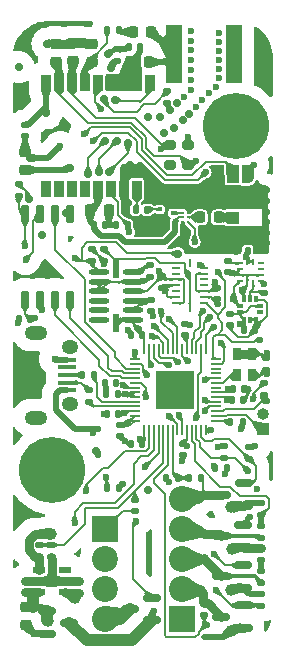
<source format=gbr>
%TF.GenerationSoftware,KiCad,Pcbnew,8.0.0*%
%TF.CreationDate,2024-06-24T23:08:17-07:00*%
%TF.ProjectId,lyrav3r2,6c797261-7633-4723-922e-6b696361645f,rev?*%
%TF.SameCoordinates,Original*%
%TF.FileFunction,Copper,L4,Bot*%
%TF.FilePolarity,Positive*%
%FSLAX46Y46*%
G04 Gerber Fmt 4.6, Leading zero omitted, Abs format (unit mm)*
G04 Created by KiCad (PCBNEW 8.0.0) date 2024-06-24 23:08:17*
%MOMM*%
%LPD*%
G01*
G04 APERTURE LIST*
G04 Aperture macros list*
%AMRoundRect*
0 Rectangle with rounded corners*
0 $1 Rounding radius*
0 $2 $3 $4 $5 $6 $7 $8 $9 X,Y pos of 4 corners*
0 Add a 4 corners polygon primitive as box body*
4,1,4,$2,$3,$4,$5,$6,$7,$8,$9,$2,$3,0*
0 Add four circle primitives for the rounded corners*
1,1,$1+$1,$2,$3*
1,1,$1+$1,$4,$5*
1,1,$1+$1,$6,$7*
1,1,$1+$1,$8,$9*
0 Add four rect primitives between the rounded corners*
20,1,$1+$1,$2,$3,$4,$5,0*
20,1,$1+$1,$4,$5,$6,$7,0*
20,1,$1+$1,$6,$7,$8,$9,0*
20,1,$1+$1,$8,$9,$2,$3,0*%
%AMFreePoly0*
4,1,19,0.000000,0.744911,0.071157,0.744911,0.207708,0.704816,0.327430,0.627875,0.420627,0.520320,0.479746,0.390866,0.500000,0.250000,0.500000,-0.250000,0.479746,-0.390866,0.420627,-0.520320,0.327430,-0.627875,0.207708,-0.704816,0.071157,-0.744911,0.000000,-0.744911,0.000000,-0.750000,-0.550000,-0.750000,-0.550000,0.750000,0.000000,0.750000,0.000000,0.744911,0.000000,0.744911,
$1*%
%AMFreePoly1*
4,1,19,0.550000,-0.750000,0.000000,-0.750000,0.000000,-0.744911,-0.071157,-0.744911,-0.207708,-0.704816,-0.327430,-0.627875,-0.420627,-0.520320,-0.479746,-0.390866,-0.500000,-0.250000,-0.500000,0.250000,-0.479746,0.390866,-0.420627,0.520320,-0.327430,0.627875,-0.207708,0.704816,-0.071157,0.744911,0.000000,0.744911,0.000000,0.750000,0.550000,0.750000,0.550000,-0.750000,0.550000,-0.750000,
$1*%
G04 Aperture macros list end*
%TA.AperFunction,ComponentPad*%
%ADD10O,1.000000X1.000000*%
%TD*%
%TA.AperFunction,ComponentPad*%
%ADD11R,1.000000X1.000000*%
%TD*%
%TA.AperFunction,ComponentPad*%
%ADD12C,2.200000*%
%TD*%
%TA.AperFunction,ComponentPad*%
%ADD13R,2.200000X2.200000*%
%TD*%
%TA.AperFunction,ComponentPad*%
%ADD14C,5.600000*%
%TD*%
%TA.AperFunction,SMDPad,CuDef*%
%ADD15R,1.400000X5.000000*%
%TD*%
%TA.AperFunction,SMDPad,CuDef*%
%ADD16RoundRect,0.140000X0.170000X-0.140000X0.170000X0.140000X-0.170000X0.140000X-0.170000X-0.140000X0*%
%TD*%
%TA.AperFunction,SMDPad,CuDef*%
%ADD17RoundRect,0.140000X-0.170000X0.140000X-0.170000X-0.140000X0.170000X-0.140000X0.170000X0.140000X0*%
%TD*%
%TA.AperFunction,SMDPad,CuDef*%
%ADD18RoundRect,0.135000X0.185000X-0.135000X0.185000X0.135000X-0.185000X0.135000X-0.185000X-0.135000X0*%
%TD*%
%TA.AperFunction,SMDPad,CuDef*%
%ADD19RoundRect,0.225000X0.250000X-0.225000X0.250000X0.225000X-0.250000X0.225000X-0.250000X-0.225000X0*%
%TD*%
%TA.AperFunction,SMDPad,CuDef*%
%ADD20RoundRect,0.140000X0.140000X0.170000X-0.140000X0.170000X-0.140000X-0.170000X0.140000X-0.170000X0*%
%TD*%
%TA.AperFunction,SMDPad,CuDef*%
%ADD21RoundRect,0.135000X-0.135000X-0.185000X0.135000X-0.185000X0.135000X0.185000X-0.135000X0.185000X0*%
%TD*%
%TA.AperFunction,SMDPad,CuDef*%
%ADD22RoundRect,0.150000X0.587500X0.150000X-0.587500X0.150000X-0.587500X-0.150000X0.587500X-0.150000X0*%
%TD*%
%TA.AperFunction,SMDPad,CuDef*%
%ADD23RoundRect,0.135000X0.135000X0.185000X-0.135000X0.185000X-0.135000X-0.185000X0.135000X-0.185000X0*%
%TD*%
%TA.AperFunction,SMDPad,CuDef*%
%ADD24RoundRect,0.135000X-0.185000X0.135000X-0.185000X-0.135000X0.185000X-0.135000X0.185000X0.135000X0*%
%TD*%
%TA.AperFunction,SMDPad,CuDef*%
%ADD25FreePoly0,0.000000*%
%TD*%
%TA.AperFunction,SMDPad,CuDef*%
%ADD26R,1.000000X1.500000*%
%TD*%
%TA.AperFunction,SMDPad,CuDef*%
%ADD27FreePoly1,0.000000*%
%TD*%
%TA.AperFunction,SMDPad,CuDef*%
%ADD28RoundRect,0.140000X-0.140000X-0.170000X0.140000X-0.170000X0.140000X0.170000X-0.140000X0.170000X0*%
%TD*%
%TA.AperFunction,SMDPad,CuDef*%
%ADD29R,0.300000X0.500000*%
%TD*%
%TA.AperFunction,SMDPad,CuDef*%
%ADD30R,0.500000X0.300000*%
%TD*%
%TA.AperFunction,SMDPad,CuDef*%
%ADD31RoundRect,0.150000X-0.150000X0.650000X-0.150000X-0.650000X0.150000X-0.650000X0.150000X0.650000X0*%
%TD*%
%TA.AperFunction,SMDPad,CuDef*%
%ADD32R,0.200000X0.200000*%
%TD*%
%TA.AperFunction,SMDPad,CuDef*%
%ADD33RoundRect,0.125000X0.125000X-0.125000X0.125000X0.125000X-0.125000X0.125000X-0.125000X-0.125000X0*%
%TD*%
%TA.AperFunction,SMDPad,CuDef*%
%ADD34R,0.250000X0.520000*%
%TD*%
%TA.AperFunction,SMDPad,CuDef*%
%ADD35R,0.420000X0.320000*%
%TD*%
%TA.AperFunction,SMDPad,CuDef*%
%ADD36R,0.500000X0.320000*%
%TD*%
%TA.AperFunction,SMDPad,CuDef*%
%ADD37R,0.800000X1.000000*%
%TD*%
%TA.AperFunction,HeatsinkPad*%
%ADD38R,3.200000X3.200000*%
%TD*%
%TA.AperFunction,SMDPad,CuDef*%
%ADD39RoundRect,0.050000X-0.387500X0.050000X-0.387500X-0.050000X0.387500X-0.050000X0.387500X0.050000X0*%
%TD*%
%TA.AperFunction,SMDPad,CuDef*%
%ADD40RoundRect,0.050000X-0.050000X0.387500X-0.050000X-0.387500X0.050000X-0.387500X0.050000X0.387500X0*%
%TD*%
%TA.AperFunction,SMDPad,CuDef*%
%ADD41RoundRect,0.200000X0.275000X-0.200000X0.275000X0.200000X-0.275000X0.200000X-0.275000X-0.200000X0*%
%TD*%
%TA.AperFunction,SMDPad,CuDef*%
%ADD42R,2.200000X1.050000*%
%TD*%
%TA.AperFunction,SMDPad,CuDef*%
%ADD43R,1.050000X1.000000*%
%TD*%
%TA.AperFunction,SMDPad,CuDef*%
%ADD44RoundRect,0.225000X-0.225000X-0.250000X0.225000X-0.250000X0.225000X0.250000X-0.225000X0.250000X0*%
%TD*%
%TA.AperFunction,SMDPad,CuDef*%
%ADD45RoundRect,0.225000X-0.250000X0.225000X-0.250000X-0.225000X0.250000X-0.225000X0.250000X0.225000X0*%
%TD*%
%TA.AperFunction,SMDPad,CuDef*%
%ADD46RoundRect,0.218750X0.218750X0.256250X-0.218750X0.256250X-0.218750X-0.256250X0.218750X-0.256250X0*%
%TD*%
%TA.AperFunction,SMDPad,CuDef*%
%ADD47R,0.250000X0.800000*%
%TD*%
%TA.AperFunction,SMDPad,CuDef*%
%ADD48R,0.800000X0.250000*%
%TD*%
%TA.AperFunction,ComponentPad*%
%ADD49O,1.900000X1.200000*%
%TD*%
%TA.AperFunction,ComponentPad*%
%ADD50O,1.400000X1.200000*%
%TD*%
%TA.AperFunction,SMDPad,CuDef*%
%ADD51R,1.600000X0.400000*%
%TD*%
%TA.AperFunction,SMDPad,CuDef*%
%ADD52R,0.600000X1.550000*%
%TD*%
%TA.AperFunction,SMDPad,CuDef*%
%ADD53O,1.770000X0.450000*%
%TD*%
%TA.AperFunction,SMDPad,CuDef*%
%ADD54RoundRect,0.150000X-0.587500X-0.150000X0.587500X-0.150000X0.587500X0.150000X-0.587500X0.150000X0*%
%TD*%
%TA.AperFunction,SMDPad,CuDef*%
%ADD55R,1.000000X0.600000*%
%TD*%
%TA.AperFunction,SMDPad,CuDef*%
%ADD56RoundRect,0.147500X-0.147500X-0.172500X0.147500X-0.172500X0.147500X0.172500X-0.147500X0.172500X0*%
%TD*%
%TA.AperFunction,SMDPad,CuDef*%
%ADD57R,0.280000X0.500000*%
%TD*%
%TA.AperFunction,SMDPad,CuDef*%
%ADD58R,0.500000X0.280000*%
%TD*%
%TA.AperFunction,SMDPad,CuDef*%
%ADD59R,0.850000X1.450000*%
%TD*%
%TA.AperFunction,ViaPad*%
%ADD60C,0.600000*%
%TD*%
%TA.AperFunction,ViaPad*%
%ADD61C,0.700000*%
%TD*%
%TA.AperFunction,ViaPad*%
%ADD62C,1.000000*%
%TD*%
%TA.AperFunction,Conductor*%
%ADD63C,0.200000*%
%TD*%
%TA.AperFunction,Conductor*%
%ADD64C,0.750000*%
%TD*%
%TA.AperFunction,Conductor*%
%ADD65C,0.500000*%
%TD*%
%TA.AperFunction,Conductor*%
%ADD66C,0.300000*%
%TD*%
%TA.AperFunction,Conductor*%
%ADD67C,1.000000*%
%TD*%
%TA.AperFunction,Conductor*%
%ADD68C,0.156000*%
%TD*%
G04 APERTURE END LIST*
D10*
%TO.P,BZ1,2,-*%
%TO.N,GND*%
X21200000Y19745000D03*
D11*
%TO.P,BZ1,1,+*%
%TO.N,/BUZZER*%
X21200000Y18475000D03*
%TD*%
D12*
%TO.P,J6,5,Pin_5*%
%TO.N,/P1-*%
X14307400Y12516200D03*
%TO.P,J6,4,Pin_4*%
%TO.N,/P2-*%
X14307400Y9976200D03*
%TO.P,J6,3,Pin_3*%
%TO.N,/P3-*%
X14307400Y7436200D03*
%TO.P,J6,2,Pin_2*%
%TO.N,/P4-*%
X14307400Y4896200D03*
D13*
%TO.P,J6,1,Pin_1*%
%TO.N,+BATT*%
X14307400Y2356200D03*
%TD*%
D14*
%TO.P,H1,1,1*%
%TO.N,GND*%
X18930200Y44088400D03*
%TD*%
D12*
%TO.P,J2,4,Pin_4*%
%TO.N,/BATT POSTSW*%
X7779600Y2381600D03*
%TO.P,J2,3,Pin_3*%
%TO.N,/BATT RAW*%
X7779600Y4921600D03*
%TO.P,J2,2,Pin_2*%
X7779600Y7461600D03*
D13*
%TO.P,J2,1,Pin_1*%
%TO.N,GND*%
X7779600Y10001600D03*
%TD*%
D14*
%TO.P,H2,1,1*%
%TO.N,GND*%
X3360000Y15005400D03*
%TD*%
D15*
%TO.P,AE3,2,Shield*%
%TO.N,GND*%
X18750000Y50175000D03*
X13650000Y50175000D03*
%TD*%
D16*
%TO.P,C10,2*%
%TO.N,GND*%
X1050000Y44205000D03*
%TO.P,C10,1*%
%TO.N,+3V3*%
X1050000Y43245000D03*
%TD*%
D17*
%TO.P,C29,2*%
%TO.N,GND*%
X13100000Y46095000D03*
%TO.P,C29,1*%
%TO.N,/SX RST*%
X13100000Y47055000D03*
%TD*%
D18*
%TO.P,R18,2*%
%TO.N,/USB_D-*%
X6434107Y21763093D03*
%TO.P,R18,1*%
%TO.N,/RP USB_D-*%
X6434107Y20743093D03*
%TD*%
D19*
%TO.P,C35,2*%
%TO.N,GND*%
X3625000Y51100000D03*
%TO.P,C35,1*%
%TO.N,/GPSTX*%
X3625000Y49550000D03*
%TD*%
D17*
%TO.P,C3,2*%
%TO.N,GND*%
X10345000Y11528200D03*
%TO.P,C3,1*%
%TO.N,/BATT SENSE *%
X10345000Y12488200D03*
%TD*%
D20*
%TO.P,C18,2*%
%TO.N,GND*%
X7970000Y19709100D03*
%TO.P,C18,1*%
%TO.N,+1V1*%
X8930000Y19709100D03*
%TD*%
D21*
%TO.P,R28,2*%
%TO.N,Net-(D3-K)*%
X19460000Y19025000D03*
%TO.P,R28,1*%
%TO.N,/LEDINDICATION*%
X18440000Y19025000D03*
%TD*%
D22*
%TO.P,Q4,3,D*%
%TO.N,/P1-*%
X17687900Y12911300D03*
%TO.P,Q4,2,S*%
%TO.N,GND*%
X19562900Y11961300D03*
%TO.P,Q4,1,G*%
%TO.N,/P1 EN *%
X19562900Y13861300D03*
%TD*%
D23*
%TO.P,R30,2*%
%TO.N,GND*%
X8730000Y35725000D03*
%TO.P,R30,1*%
%TO.N,/ANT OFF*%
X9750000Y35725000D03*
%TD*%
D18*
%TO.P,R2,2*%
%TO.N,/BATT SENSE *%
X2250000Y8625000D03*
%TO.P,R2,1*%
%TO.N,+BATT*%
X2250000Y7605000D03*
%TD*%
D24*
%TO.P,R13,2*%
%TO.N,/SDA*%
X6700000Y32665000D03*
%TO.P,R13,1*%
%TO.N,+3V3*%
X6700000Y33685000D03*
%TD*%
D23*
%TO.P,R3,2*%
%TO.N,+3V3*%
X7990000Y13475000D03*
%TO.P,R3,1*%
%TO.N,Net-(D2-A)*%
X9010000Y13475000D03*
%TD*%
D16*
%TO.P,C24,2*%
%TO.N,GND*%
X14600000Y27355000D03*
%TO.P,C24,1*%
%TO.N,+3V3*%
X14600000Y26395000D03*
%TD*%
D17*
%TO.P,C1,2*%
%TO.N,GND*%
X17279200Y29435200D03*
%TO.P,C1,1*%
%TO.N,+3V3*%
X17279200Y30395200D03*
%TD*%
D25*
%TO.P,JP1,3,B*%
%TO.N,+3V3*%
X19942500Y40032500D03*
D26*
%TO.P,JP1,2,C*%
%TO.N,/GPSWKUP*%
X18642500Y40032500D03*
D27*
%TO.P,JP1,1,A*%
%TO.N,GND*%
X17342500Y40032500D03*
%TD*%
D22*
%TO.P,Q9,3,D*%
%TO.N,/P4-*%
X17675000Y2575000D03*
%TO.P,Q9,2,S*%
%TO.N,GND*%
X19550000Y1625000D03*
%TO.P,Q9,1,G*%
%TO.N,/P4 EN *%
X19550000Y3525000D03*
%TD*%
D28*
%TO.P,C12,2*%
%TO.N,GND*%
X20513848Y26871731D03*
%TO.P,C12,1*%
%TO.N,+3V3*%
X19553848Y26871731D03*
%TD*%
D29*
%TO.P,U3,10,VDD*%
%TO.N,+3V3*%
X19584648Y27728931D03*
%TO.P,U3,9,VSS*%
%TO.N,GND*%
X20084648Y27728931D03*
%TO.P,U3,8,VSS*%
X20584648Y27728931D03*
D30*
%TO.P,U3,7,INT*%
%TO.N,unconnected-(U3-INT-Pad7)*%
X20954648Y28348931D03*
%TO.P,U3,6,CSB*%
%TO.N,+3V3*%
X20954648Y28848931D03*
D29*
%TO.P,U3,5,SDO*%
%TO.N,GND*%
X20584648Y29468931D03*
%TO.P,U3,4,SDI*%
%TO.N,/SDA*%
X20084648Y29468931D03*
%TO.P,U3,3,VSS*%
%TO.N,GND*%
X19584648Y29468931D03*
D30*
%TO.P,U3,2,SCK*%
%TO.N,/SCL*%
X19214648Y28848931D03*
%TO.P,U3,1,VDDIO*%
%TO.N,+3V3*%
X19214648Y28348931D03*
%TD*%
D21*
%TO.P,R15,2*%
%TO.N,/RP USB_D+*%
X6910000Y23025000D03*
%TO.P,R15,1*%
%TO.N,/USB_D+*%
X5890000Y23025000D03*
%TD*%
D31*
%TO.P,U9,8,VCC*%
%TO.N,+3V3*%
X1045000Y29425000D03*
%TO.P,U9,7,IO3*%
%TO.N,/QSPI_SD3*%
X2315000Y29425000D03*
%TO.P,U9,6,CLK*%
%TO.N,/QSPI_SCLK*%
X3585000Y29425000D03*
%TO.P,U9,5,DI(IO0)*%
%TO.N,/QSPI_SDO*%
X4855000Y29425000D03*
%TO.P,U9,4,GND*%
%TO.N,GND*%
X4855000Y36625000D03*
%TO.P,U9,3,IO2*%
%TO.N,/QSPI_SD2*%
X3585000Y36625000D03*
%TO.P,U9,2,DO(IO1)*%
%TO.N,/QSPI_SD1*%
X2315000Y36625000D03*
%TO.P,U9,1,~{CS}*%
%TO.N,/QSPI_SS*%
X1045000Y36625000D03*
%TD*%
D18*
%TO.P,R20,2*%
%TO.N,/P3 CONT *%
X21050000Y6475000D03*
%TO.P,R20,1*%
%TO.N,/P3-*%
X21050000Y5455000D03*
%TD*%
%TO.P,R16,2*%
%TO.N,/SCL*%
X7700000Y33685000D03*
%TO.P,R16,1*%
%TO.N,+3V3*%
X7700000Y32665000D03*
%TD*%
D20*
%TO.P,C28,2*%
%TO.N,/VCC RF*%
X6870000Y35745000D03*
%TO.P,C28,1*%
%TO.N,GND*%
X7830000Y35745000D03*
%TD*%
D28*
%TO.P,C21,2*%
%TO.N,GND*%
X19588000Y21842700D03*
%TO.P,C21,1*%
%TO.N,+3V3*%
X18628000Y21842700D03*
%TD*%
D32*
%TO.P,U10,6,EN*%
%TO.N,/ANT OFF*%
X14850000Y35975000D03*
%TO.P,U10,5,RFIN*%
%TO.N,Net-(U10-RFIN)*%
X14850000Y36375000D03*
%TO.P,U10,4,GND*%
%TO.N,GND*%
X14850000Y36775000D03*
%TO.P,U10,3,RFOUT*%
%TO.N,Net-(FL1-IN)*%
X14450000Y36775000D03*
%TO.P,U10,2,VDD*%
%TO.N,/VCC RF*%
X14450000Y36375000D03*
%TO.P,U10,1,GND*%
%TO.N,GND*%
X14450000Y35975000D03*
%TD*%
D24*
%TO.P,R1,2*%
%TO.N,/RUN*%
X21250000Y21315000D03*
%TO.P,R1,1*%
%TO.N,+3V3*%
X21250000Y22335000D03*
%TD*%
D20*
%TO.P,C33,2*%
%TO.N,/ANTGPS*%
X10420000Y37025000D03*
%TO.P,C33,1*%
%TO.N,Net-(FL1-OUT)*%
X11380000Y37025000D03*
%TD*%
D17*
%TO.P,C4,2*%
%TO.N,GND*%
X18408248Y27227331D03*
%TO.P,C4,1*%
%TO.N,+3V3*%
X18408248Y28187331D03*
%TD*%
D33*
%TO.P,D1,2,A*%
%TO.N,VBUS*%
X7195400Y18487200D03*
%TO.P,D1,1,K*%
%TO.N,Net-(D1-K)*%
X7195400Y16287200D03*
%TD*%
D18*
%TO.P,R24,2*%
%TO.N,/P2 CONT *%
X21050000Y10275000D03*
%TO.P,R24,1*%
%TO.N,/P2-*%
X21050000Y9255000D03*
%TD*%
D22*
%TO.P,Q5,3,D*%
%TO.N,/P3-*%
X17650000Y5975000D03*
%TO.P,Q5,2,S*%
%TO.N,GND*%
X19525000Y5025000D03*
%TO.P,Q5,1,G*%
%TO.N,/P3 EN *%
X19525000Y6925000D03*
%TD*%
D24*
%TO.P,R17,2*%
%TO.N,/P1 EN *%
X20029305Y15917116D03*
%TO.P,R17,1*%
%TO.N,GND*%
X20029305Y16937116D03*
%TD*%
D34*
%TO.P,FL1,5,GND*%
%TO.N,GND*%
X13040000Y37155000D03*
D35*
%TO.P,FL1,4,OUT*%
%TO.N,Net-(FL1-OUT)*%
X12450000Y37055000D03*
%TO.P,FL1,3,GND*%
%TO.N,GND*%
X12450000Y36475000D03*
D34*
%TO.P,FL1,2,GND*%
X13040000Y36375000D03*
D36*
%TO.P,FL1,1,IN*%
%TO.N,Net-(FL1-IN)*%
X13630000Y36765000D03*
%TD*%
D18*
%TO.P,R21,2*%
%TO.N,GND*%
X21060000Y8375000D03*
%TO.P,R21,1*%
%TO.N,/P3 CONT *%
X21060000Y7355000D03*
%TD*%
D20*
%TO.P,C23,2*%
%TO.N,GND*%
X10002800Y17169100D03*
%TO.P,C23,1*%
%TO.N,+3V3*%
X10962800Y17169100D03*
%TD*%
D37*
%TO.P,X2,4,VDD*%
%TO.N,+3V3*%
X19026800Y24825500D03*
%TO.P,X2,3,OUT*%
%TO.N,/XIN*%
X19026800Y23025500D03*
%TO.P,X2,2,GND*%
%TO.N,GND*%
X20226800Y23025500D03*
%TO.P,X2,1,OE/NC*%
%TO.N,+3V3*%
X20226800Y24825500D03*
%TD*%
D17*
%TO.P,C14,2*%
%TO.N,GND*%
X8800000Y49645000D03*
%TO.P,C14,1*%
%TO.N,+3V3*%
X8800000Y50605000D03*
%TD*%
D20*
%TO.P,C17,2*%
%TO.N,GND*%
X7820000Y22350700D03*
%TO.P,C17,1*%
%TO.N,+1V1*%
X8780000Y22350700D03*
%TD*%
D17*
%TO.P,C2,2*%
%TO.N,GND*%
X12650000Y30440000D03*
%TO.P,C2,1*%
%TO.N,+3V3*%
X12650000Y31400000D03*
%TD*%
D28*
%TO.P,C16,2*%
%TO.N,GND*%
X19530000Y20877500D03*
%TO.P,C16,1*%
%TO.N,+1V1*%
X18570000Y20877500D03*
%TD*%
D38*
%TO.P,U8,57,GND*%
%TO.N,GND*%
X13750000Y21775000D03*
D39*
%TO.P,U8,56,QSPI_SS*%
%TO.N,/QSPI_SS*%
X10312500Y24375000D03*
%TO.P,U8,55,QSPI_SD1*%
%TO.N,/QSPI_SD1*%
X10312500Y23975000D03*
%TO.P,U8,54,QSPI_SD2*%
%TO.N,/QSPI_SD2*%
X10312500Y23575000D03*
%TO.P,U8,53,QSPI_SD0*%
%TO.N,/QSPI_SDO*%
X10312500Y23175000D03*
%TO.P,U8,52,QSPI_SCLK*%
%TO.N,/QSPI_SCLK*%
X10312500Y22775000D03*
%TO.P,U8,51,QSPI_SD3*%
%TO.N,/QSPI_SD3*%
X10312500Y22375000D03*
%TO.P,U8,50,DVDD*%
%TO.N,+1V1*%
X10312500Y21975000D03*
%TO.P,U8,49,IOVDD*%
%TO.N,+3V3*%
X10312500Y21575000D03*
%TO.P,U8,48,USB_VDD*%
X10312500Y21175000D03*
%TO.P,U8,47,USB_DP*%
%TO.N,/RP USB_D+*%
X10312500Y20775000D03*
%TO.P,U8,46,USB_DM*%
%TO.N,/RP USB_D-*%
X10312500Y20375000D03*
%TO.P,U8,45,VREG_VOUT*%
%TO.N,+1V1*%
X10312500Y19975000D03*
%TO.P,U8,44,VREG_IN*%
%TO.N,+3V3*%
X10312500Y19575000D03*
%TO.P,U8,43,ADC_AVDD*%
X10312500Y19175000D03*
D40*
%TO.P,U8,42,IOVDD*%
X11150000Y18337500D03*
%TO.P,U8,41,GPIO29_ADC3*%
%TO.N,/BRKOUT4*%
X11550000Y18337500D03*
%TO.P,U8,40,GPIO28_ADC2*%
%TO.N,/BRKOUT3*%
X11950000Y18337500D03*
%TO.P,U8,39,GPIO27_ADC1*%
%TO.N,/BRKOUT2*%
X12350000Y18337500D03*
%TO.P,U8,38,GPIO26_ADC0*%
%TO.N,/BATT SENSE *%
X12750000Y18337500D03*
%TO.P,U8,37,GPIO25*%
%TO.N,/P4 CONT *%
X13150000Y18337500D03*
%TO.P,U8,36,GPIO24*%
%TO.N,/P1 CONT *%
X13550000Y18337500D03*
%TO.P,U8,35,GPIO23*%
%TO.N,/P4 EN *%
X13950000Y18337500D03*
%TO.P,U8,34,GPIO22*%
%TO.N,/P3 CONT *%
X14350000Y18337500D03*
%TO.P,U8,33,IOVDD*%
%TO.N,+3V3*%
X14750000Y18337500D03*
%TO.P,U8,32,GPIO21*%
%TO.N,/P2 CONT *%
X15150000Y18337500D03*
%TO.P,U8,31,GPIO20*%
%TO.N,/P2 EN *%
X15550000Y18337500D03*
%TO.P,U8,30,GPIO19*%
%TO.N,/P1 EN *%
X15950000Y18337500D03*
%TO.P,U8,29,GPIO18*%
%TO.N,/P3 EN *%
X16350000Y18337500D03*
D39*
%TO.P,U8,28,GPIO17*%
%TO.N,/LEDINDICATION*%
X17187500Y19175000D03*
%TO.P,U8,27,GPIO16*%
%TO.N,/BUZZER*%
X17187500Y19575000D03*
%TO.P,U8,26,RUN*%
%TO.N,/RUN*%
X17187500Y19975000D03*
%TO.P,U8,25,SWD*%
%TO.N,/SWD*%
X17187500Y20375000D03*
%TO.P,U8,24,SWCLK*%
%TO.N,/SWCLK*%
X17187500Y20775000D03*
%TO.P,U8,23,DVDD*%
%TO.N,+1V1*%
X17187500Y21175000D03*
%TO.P,U8,22,IOVDD*%
%TO.N,+3V3*%
X17187500Y21575000D03*
%TO.P,U8,21,XOUT*%
%TO.N,unconnected-(U8-XOUT-Pad21)*%
X17187500Y21975000D03*
%TO.P,U8,20,XIN*%
%TO.N,/XIN*%
X17187500Y22375000D03*
%TO.P,U8,19,TESTEN*%
%TO.N,GND*%
X17187500Y22775000D03*
%TO.P,U8,18,GPIO15*%
%TO.N,unconnected-(U8-GPIO15-Pad18)*%
X17187500Y23175000D03*
%TO.P,U8,17,GPIO14*%
%TO.N,unconnected-(U8-GPIO14-Pad17)*%
X17187500Y23575000D03*
%TO.P,U8,16,GPIO13*%
%TO.N,/SCL*%
X17187500Y23975000D03*
%TO.P,U8,15,GPIO12*%
%TO.N,/SDA*%
X17187500Y24375000D03*
D40*
%TO.P,U8,14,GPIO11*%
%TO.N,/GPS_RST*%
X16350000Y25212500D03*
%TO.P,U8,13,GPIO10*%
%TO.N,/BRKOUT1*%
X15950000Y25212500D03*
%TO.P,U8,12,GPIO9*%
%TO.N,/MCURX*%
X15550000Y25212500D03*
%TO.P,U8,11,GPIO8*%
%TO.N,/MCUTX*%
X15150000Y25212500D03*
%TO.P,U8,10,IOVDD*%
%TO.N,+3V3*%
X14750000Y25212500D03*
%TO.P,U8,9,GPIO7*%
%TO.N,/BUSY*%
X14350000Y25212500D03*
%TO.P,U8,8,GPIO6*%
%TO.N,/SCK*%
X13950000Y25212500D03*
%TO.P,U8,7,GPIO5*%
%TO.N,/SX CS*%
X13550000Y25212500D03*
%TO.P,U8,6,GPIO4*%
%TO.N,/MISO*%
X13150000Y25212500D03*
%TO.P,U8,5,GPIO3*%
%TO.N,/MOSI*%
X12750000Y25212500D03*
%TO.P,U8,4,GPIO2*%
%TO.N,/SX RST*%
X12350000Y25212500D03*
%TO.P,U8,3,GPIO1*%
%TO.N,/TXEN*%
X11950000Y25212500D03*
%TO.P,U8,2,GPIO0*%
%TO.N,/RXEN*%
X11550000Y25212500D03*
%TO.P,U8,1,IOVDD*%
%TO.N,+3V3*%
X11150000Y25212500D03*
%TD*%
D21*
%TO.P,R29,2*%
%TO.N,Net-(D4-A)*%
X9010000Y52225000D03*
%TO.P,R29,1*%
%TO.N,Net-(IC1-1PPS)*%
X7990000Y52225000D03*
%TD*%
D41*
%TO.P,R19,2*%
%TO.N,/GPSRX*%
X13350000Y42500000D03*
%TO.P,R19,1*%
%TO.N,/MCUTX*%
X13350000Y40850000D03*
%TD*%
D24*
%TO.P,R10,2*%
%TO.N,/P2 EN *%
X17850000Y16015000D03*
%TO.P,R10,1*%
%TO.N,GND*%
X17850000Y17035000D03*
%TD*%
D42*
%TO.P,AE2,2,Shield*%
%TO.N,GND*%
X20170000Y34866800D03*
X20170000Y37866800D03*
D43*
%TO.P,AE2,1,A*%
%TO.N,/ANT IN*%
X18670000Y36366800D03*
%TD*%
D22*
%TO.P,Q2,3,D*%
%TO.N,/P2-*%
X17650000Y9425000D03*
%TO.P,Q2,2,S*%
%TO.N,GND*%
X19525000Y8475000D03*
%TO.P,Q2,1,G*%
%TO.N,/P2 EN *%
X19525000Y10375000D03*
%TD*%
D23*
%TO.P,R26,2*%
%TO.N,/P1 CONT *%
X14890000Y14325000D03*
%TO.P,R26,1*%
%TO.N,/P1-*%
X15910000Y14325000D03*
%TD*%
%TO.P,R27,2*%
%TO.N,GND*%
X12990000Y14325000D03*
%TO.P,R27,1*%
%TO.N,/P1 CONT *%
X14010000Y14325000D03*
%TD*%
D44*
%TO.P,C30,2*%
%TO.N,GND*%
X8125000Y36975000D03*
%TO.P,C30,1*%
%TO.N,/VCC RF*%
X6575000Y36975000D03*
%TD*%
D45*
%TO.P,C7,2*%
%TO.N,GND*%
X1124800Y1835200D03*
%TO.P,C7,1*%
%TO.N,+BATT*%
X1124800Y3385200D03*
%TD*%
D18*
%TO.P,R25,2*%
%TO.N,GND*%
X21050000Y12185000D03*
%TO.P,R25,1*%
%TO.N,/P2 CONT *%
X21050000Y11165000D03*
%TD*%
D44*
%TO.P,C34,2*%
%TO.N,GND*%
X11525000Y49550000D03*
%TO.P,C34,1*%
%TO.N,/GPS 3v3*%
X9975000Y49550000D03*
%TD*%
D41*
%TO.P,R9,2*%
%TO.N,/MCURX*%
X14850000Y42500000D03*
%TO.P,R9,1*%
%TO.N,/GPSTX*%
X14850000Y40850000D03*
%TD*%
D46*
%TO.P,L4,2*%
%TO.N,Net-(U10-RFIN)*%
X15862500Y36375000D03*
%TO.P,L4,1*%
%TO.N,/ANT IN*%
X17437500Y36375000D03*
%TD*%
D45*
%TO.P,C11,2*%
%TO.N,GND*%
X1050000Y40400000D03*
%TO.P,C11,1*%
%TO.N,+3V3*%
X1050000Y41950000D03*
%TD*%
D47*
%TO.P,U2,16,INT1*%
%TO.N,unconnected-(U2-INT1-Pad16)*%
X15000000Y32530000D03*
D48*
%TO.P,U2,15,SDO1*%
%TO.N,GND*%
X16200000Y32120000D03*
%TO.P,U2,14,CSB1*%
%TO.N,+3V3*%
X16200000Y31620000D03*
%TO.P,U2,13,INT4*%
%TO.N,unconnected-(U2-INT4-Pad13)*%
X16200000Y31120000D03*
%TO.P,U2,12,INT3*%
%TO.N,unconnected-(U2-INT3-Pad12)*%
X16200000Y30620000D03*
%TO.P,U2,11,VDDIO*%
%TO.N,+3V3*%
X16200000Y30120000D03*
%TO.P,U2,10,SDO2*%
%TO.N,GND*%
X16200000Y29620000D03*
%TO.P,U2,9,SDA/SDI*%
%TO.N,/SDA*%
X16200000Y29120000D03*
D47*
%TO.P,U2,8,SCL/SCK*%
%TO.N,/SCL*%
X15000000Y28710000D03*
D48*
%TO.P,U2,7,PS*%
%TO.N,+3V3*%
X13800000Y29120000D03*
%TO.P,U2,6,GNDIO*%
%TO.N,GND*%
X13800000Y29620000D03*
%TO.P,U2,5,CSB2*%
%TO.N,unconnected-(U2-CSB2-Pad5)*%
X13800000Y30120000D03*
%TO.P,U2,4,GNDA*%
%TO.N,GND*%
X13800000Y30620000D03*
%TO.P,U2,3,VDD*%
%TO.N,+3V3*%
X13800000Y31120000D03*
%TO.P,U2,2,NC*%
%TO.N,unconnected-(U2-NC-Pad2)*%
X13800000Y31620000D03*
%TO.P,U2,1,INT2*%
%TO.N,unconnected-(U2-INT2-Pad1)*%
X13800000Y32120000D03*
%TD*%
D19*
%TO.P,C31,2*%
%TO.N,GND*%
X5125000Y51150000D03*
%TO.P,C31,1*%
%TO.N,/GPSRX*%
X5125000Y49600000D03*
%TD*%
D24*
%TO.P,R12,2*%
%TO.N,/P4 EN *%
X21060000Y3465000D03*
%TO.P,R12,1*%
%TO.N,GND*%
X21060000Y4485000D03*
%TD*%
D20*
%TO.P,C9,2*%
%TO.N,GND*%
X18932800Y33547400D03*
%TO.P,C9,1*%
%TO.N,+3V3*%
X19892800Y33547400D03*
%TD*%
D17*
%TO.P,C13,2*%
%TO.N,GND*%
X21450000Y23495000D03*
%TO.P,C13,1*%
%TO.N,+3V3*%
X21450000Y24455000D03*
%TD*%
D46*
%TO.P,D4,2,A*%
%TO.N,Net-(D4-A)*%
X10162500Y52075000D03*
%TO.P,D4,1,K*%
%TO.N,GND*%
X11737500Y52075000D03*
%TD*%
D20*
%TO.P,C25,2*%
%TO.N,GND*%
X9984900Y26388600D03*
%TO.P,C25,1*%
%TO.N,+3V3*%
X10944900Y26388600D03*
%TD*%
D17*
%TO.P,C19,2*%
%TO.N,GND*%
X9099700Y17834700D03*
%TO.P,C19,1*%
%TO.N,+3V3*%
X9099700Y18794700D03*
%TD*%
%TO.P,C50,2*%
%TO.N,GND*%
X11650000Y31345000D03*
%TO.P,C50,1*%
%TO.N,+3V3*%
X11650000Y32305000D03*
%TD*%
%TO.P,C8,2*%
%TO.N,GND*%
X18207500Y31725000D03*
%TO.P,C8,1*%
%TO.N,Net-(U4-C1)*%
X18207500Y32685000D03*
%TD*%
D49*
%TO.P,J7,9*%
%TO.N,N/C*%
X1952500Y26625000D03*
%TO.P,J7,8*%
X1952500Y19425000D03*
D50*
%TO.P,J7,7*%
X4852500Y20605000D03*
%TO.P,J7,6,Shield*%
%TO.N,unconnected-(J7-Shield-Pad6)*%
X4852500Y25445000D03*
D51*
%TO.P,J7,5,GND*%
%TO.N,GND*%
X4612500Y24325000D03*
%TO.P,J7,4,ID*%
%TO.N,unconnected-(J7-ID-Pad4)*%
X4602500Y23675000D03*
%TO.P,J7,3,D+*%
%TO.N,/USB_D+*%
X4602500Y23025000D03*
%TO.P,J7,2,D-*%
%TO.N,/USB_D-*%
X4602500Y22375000D03*
%TO.P,J7,1,VBUS*%
%TO.N,VBUS*%
X4602500Y21725000D03*
%TD*%
D20*
%TO.P,C26,2*%
%TO.N,GND*%
X7920000Y21385500D03*
%TO.P,C26,1*%
%TO.N,+3V3*%
X8880000Y21385500D03*
%TD*%
D52*
%TO.P,U5,14,SCL/SCLK*%
%TO.N,/SCL*%
X8750000Y32025000D03*
D53*
%TO.P,U5,13,SDA/SDI/SDIO*%
%TO.N,/SDA*%
X7340000Y31725000D03*
%TO.P,U5,12,SDO/ALTADDRESS*%
%TO.N,GND*%
X7340000Y30925000D03*
%TO.P,U5,11,RESERVED*%
X7340000Y30125000D03*
%TO.P,U5,10,NC*%
%TO.N,unconnected-(U5-NC-Pad10)*%
X7340000Y29325000D03*
%TO.P,U5,9,INT2*%
%TO.N,unconnected-(U5-INT2-Pad9)*%
X7340000Y28525000D03*
%TO.P,U5,8,INT1*%
%TO.N,unconnected-(U5-INT1-Pad8)*%
X7340000Y27725000D03*
D52*
%TO.P,U5,7,~{CS}*%
%TO.N,+3V3*%
X8750000Y27425000D03*
D53*
%TO.P,U5,6,VS*%
X10160000Y27725000D03*
%TO.P,U5,5,GND*%
%TO.N,GND*%
X10160000Y28525000D03*
%TO.P,U5,4,GND*%
X10160000Y29325000D03*
%TO.P,U5,3,RESERVED*%
%TO.N,+3V3*%
X10160000Y30125000D03*
%TO.P,U5,2,GND*%
%TO.N,GND*%
X10160000Y30925000D03*
%TO.P,U5,1,VDDI/O*%
%TO.N,+3V3*%
X10160000Y31725000D03*
%TD*%
D24*
%TO.P,R23,2*%
%TO.N,GND*%
X16339400Y830200D03*
%TO.P,R23,1*%
%TO.N,/P4 CONT *%
X16339400Y1850200D03*
%TD*%
D16*
%TO.P,C32,2*%
%TO.N,GND*%
X11750000Y29400000D03*
%TO.P,C32,1*%
%TO.N,+3V3*%
X11750000Y28440000D03*
%TD*%
D54*
%TO.P,Q3,3,D*%
%TO.N,Net-(D1-K)*%
X4766000Y2065000D03*
%TO.P,Q3,2,S*%
%TO.N,+BATT*%
X2891000Y3015000D03*
%TO.P,Q3,1,G*%
%TO.N,GND*%
X2891000Y1115000D03*
%TD*%
D24*
%TO.P,R22,2*%
%TO.N,/P4 CONT *%
X16200000Y2715000D03*
%TO.P,R22,1*%
%TO.N,/P4-*%
X16200000Y3735000D03*
%TD*%
D19*
%TO.P,C20,2*%
%TO.N,GND*%
X6700000Y51050000D03*
%TO.P,C20,1*%
%TO.N,Net-(IC1-1PPS)*%
X6700000Y49500000D03*
%TD*%
D17*
%TO.P,C22,2*%
%TO.N,GND*%
X14400000Y16245000D03*
%TO.P,C22,1*%
%TO.N,+3V3*%
X14400000Y17205000D03*
%TD*%
D55*
%TO.P,U6,5,VOUT*%
%TO.N,+3V3*%
X4450000Y4625000D03*
%TO.P,U6,4,NC*%
%TO.N,unconnected-(U6-NC-Pad4)*%
X4450000Y6525000D03*
%TO.P,U6,3,CE*%
%TO.N,+BATT*%
X2250000Y6525000D03*
%TO.P,U6,2,GND*%
%TO.N,GND*%
X2250000Y5575000D03*
%TO.P,U6,1,VIN*%
%TO.N,+BATT*%
X2250000Y4625000D03*
%TD*%
D56*
%TO.P,L1,2*%
%TO.N,/GPS 3v3*%
X10785000Y50825000D03*
%TO.P,L1,1*%
%TO.N,+3V3*%
X9815000Y50825000D03*
%TD*%
D57*
%TO.P,U4,12,Res*%
%TO.N,GND*%
X19857500Y30845000D03*
%TO.P,U4,11,SDA/SDI/SDO*%
%TO.N,/SDA*%
X20357500Y30845000D03*
D58*
%TO.P,U4,10,CS*%
%TO.N,+3V3*%
X20987500Y30975000D03*
%TO.P,U4,9,SD0/SA1*%
%TO.N,GND*%
X20987500Y31475000D03*
%TO.P,U4,8,DRDY*%
%TO.N,unconnected-(U4-DRDY-Pad8)*%
X20987500Y31975000D03*
%TO.P,U4,7,INT*%
%TO.N,unconnected-(U4-INT-Pad7)*%
X20987500Y32475000D03*
D57*
%TO.P,U4,6,Vdd_IO*%
%TO.N,+3V3*%
X20357500Y32605000D03*
%TO.P,U4,5,Vdd*%
X19857500Y32605000D03*
D58*
%TO.P,U4,4,C1*%
%TO.N,Net-(U4-C1)*%
X19227500Y32475000D03*
%TO.P,U4,3,GND*%
%TO.N,GND*%
X19227500Y31975000D03*
%TO.P,U4,2,Res*%
X19227500Y31475000D03*
%TO.P,U4,1,SCL/SPC*%
%TO.N,/SCL*%
X19227500Y30975000D03*
%TD*%
D16*
%TO.P,C6,2*%
%TO.N,GND*%
X1150000Y5555000D03*
%TO.P,C6,1*%
%TO.N,+BATT*%
X1150000Y4595000D03*
%TD*%
D59*
%TO.P,IC1,18,RESERVED_2*%
%TO.N,unconnected-(IC1-RESERVED_2-Pad18)*%
X2800000Y38775000D03*
%TO.P,IC1,17,SCL*%
%TO.N,unconnected-(IC1-SCL-Pad17)*%
X3900000Y38775000D03*
%TO.P,IC1,16,SDA*%
%TO.N,unconnected-(IC1-SDA-Pad16)*%
X5000000Y38775000D03*
%TO.P,IC1,15,RESERVED_1*%
%TO.N,unconnected-(IC1-RESERVED_1-Pad15)*%
X6100000Y38775000D03*
%TO.P,IC1,14,VCC_RF*%
%TO.N,/VCC RF*%
X7200000Y38775000D03*
%TO.P,IC1,13,ANT_OFF*%
%TO.N,/ANT OFF*%
X8300000Y38775000D03*
%TO.P,IC1,12,GND_RF_2*%
%TO.N,GND*%
X9400000Y38775000D03*
%TO.P,IC1,11,RF_IN*%
%TO.N,/ANTGPS*%
X10500000Y38775000D03*
%TO.P,IC1,10,GND_RF_1*%
%TO.N,GND*%
X11600000Y38775000D03*
%TO.P,IC1,9,SYS_RSTN*%
%TO.N,/GPS_RST*%
X11600000Y47775000D03*
%TO.P,IC1,8,VCC*%
%TO.N,/GPS 3v3*%
X10500000Y47775000D03*
%TO.P,IC1,7,VCC_IO*%
X9400000Y47775000D03*
%TO.P,IC1,6,VBATT*%
X8300000Y47775000D03*
%TO.P,IC1,5,WAKE-UP*%
%TO.N,/GPSWKUP*%
X7200000Y47775000D03*
%TO.P,IC1,4,1PPS*%
%TO.N,Net-(IC1-1PPS)*%
X6100000Y47775000D03*
%TO.P,IC1,3,RX*%
%TO.N,/GPSRX*%
X5000000Y47775000D03*
%TO.P,IC1,2,TX*%
%TO.N,/GPSTX*%
X3900000Y47775000D03*
%TO.P,IC1,1,GND*%
%TO.N,GND*%
X2800000Y47775000D03*
%TD*%
D20*
%TO.P,C27,2*%
%TO.N,GND*%
X520000Y27775000D03*
%TO.P,C27,1*%
%TO.N,+3V3*%
X1480000Y27775000D03*
%TD*%
D21*
%TO.P,R11,2*%
%TO.N,/P3 EN *%
X18160000Y15125000D03*
%TO.P,R11,1*%
%TO.N,GND*%
X17140000Y15125000D03*
%TD*%
D22*
%TO.P,Q1,3,D*%
%TO.N,/BATT POSTSW*%
X9915500Y3245200D03*
%TO.P,Q1,2,S*%
%TO.N,Net-(D1-K)*%
X11790500Y2295200D03*
%TO.P,Q1,1,G*%
%TO.N,VBUS*%
X11790500Y4195200D03*
%TD*%
D18*
%TO.P,R14,2*%
%TO.N,/BOOTSEL*%
X500000Y39185000D03*
%TO.P,R14,1*%
%TO.N,/QSPI_SS*%
X500000Y38165000D03*
%TD*%
D16*
%TO.P,C5,2*%
%TO.N,GND*%
X5600000Y5555000D03*
%TO.P,C5,1*%
%TO.N,+3V3*%
X5600000Y4595000D03*
%TD*%
D24*
%TO.P,R4,2*%
%TO.N,GND*%
X3215200Y7598700D03*
%TO.P,R4,1*%
%TO.N,/BATT SENSE *%
X3215200Y8618700D03*
%TD*%
D60*
%TO.N,/SDA*%
X21343200Y29966000D03*
X20921035Y26019930D03*
%TO.N,GND*%
X17397484Y29021014D03*
%TO.N,/SCL*%
X18674634Y29494507D03*
D61*
%TO.N,GND*%
X2850000Y45175000D03*
D60*
X15069400Y47187200D03*
D62*
X18450000Y1375000D03*
D60*
X12899998Y30134595D03*
X15099998Y49676400D03*
D61*
X21445400Y35955320D03*
X18800000Y48725000D03*
D60*
X9802874Y26811625D03*
X15882317Y32375000D03*
X15490596Y45717768D03*
D61*
X13233400Y49579378D03*
X21445400Y35035840D03*
X14383600Y44647200D03*
D60*
X14350000Y15725000D03*
X15000000Y21315717D03*
X9504700Y17429700D03*
X14485200Y46603000D03*
D61*
X12834200Y43555000D03*
D60*
X17431600Y51236534D03*
X15099998Y48838200D03*
D61*
X14586800Y35122200D03*
D60*
X15099998Y52165600D03*
D62*
X18450000Y11825000D03*
D61*
X11488000Y37967000D03*
X9583000Y36925600D03*
X11183200Y39999000D03*
X11030800Y35122200D03*
X500000Y49125000D03*
X16568000Y34411000D03*
X17584000Y34411000D03*
X18983827Y38619791D03*
D60*
X7900000Y21925000D03*
X18642486Y31641614D03*
D61*
X11430275Y44915202D03*
X12605600Y35884200D03*
X10802200Y40710200D03*
D60*
X15099998Y51352800D03*
D62*
X18450000Y4825000D03*
D60*
X13800000Y20825000D03*
X19949998Y21888800D03*
D61*
X13672400Y43961400D03*
X2484891Y34925000D03*
X13266000Y38576600D03*
D60*
X11059964Y30987035D03*
X17400000Y16975000D03*
D61*
X18092000Y35173000D03*
D60*
X16250000Y22625000D03*
D61*
X21445400Y37794280D03*
D60*
X450000Y27425000D03*
D61*
X13316800Y45434600D03*
X21439808Y34171091D03*
X16060000Y35173000D03*
X18600000Y34411000D03*
X10726000Y35935000D03*
X16314000Y37713000D03*
D62*
X3250000Y5575000D03*
D60*
X17431600Y48961535D03*
D61*
X18750000Y51825000D03*
X4500000Y36725000D03*
X9481400Y39821200D03*
D60*
X17431600Y49719868D03*
X21521000Y23133400D03*
X17431600Y50478201D03*
X11190290Y29240293D03*
D61*
X15298000Y37713000D03*
D60*
X13259370Y13980535D03*
D61*
X13266000Y37713000D03*
X18346000Y37713000D03*
X14239666Y38576600D03*
X17160664Y38576600D03*
X16186998Y38576600D03*
X11640400Y35935000D03*
D60*
X12535025Y21315717D03*
X3550000Y24375000D03*
D61*
X4815014Y40580788D03*
X12351600Y37967000D03*
D60*
X7750000Y19725000D03*
X15099998Y50540000D03*
D61*
X12402400Y38830600D03*
D60*
X20550000Y17025000D03*
D62*
X18550000Y8325000D03*
D61*
X14282000Y37713000D03*
X14967800Y45104400D03*
X12046800Y35173000D03*
X11919800Y39567200D03*
X9938600Y40837200D03*
X12504000Y44875800D03*
D60*
X20643200Y27175000D03*
D61*
X11488000Y38830600D03*
X12350000Y51475000D03*
D60*
X1845000Y1115000D03*
X17243088Y47444323D03*
X17431600Y48203200D03*
D61*
X9532200Y37814600D03*
X10319600Y40049800D03*
D60*
X16628048Y46870040D03*
D61*
X18134330Y38576600D03*
X17076000Y35173000D03*
X21444346Y38719129D03*
D60*
X15099998Y48000000D03*
D61*
X21445400Y36874800D03*
X2943398Y51100000D03*
D60*
X17431600Y51994867D03*
D61*
X15213332Y38576600D03*
D60*
X8125000Y36325000D03*
D61*
X8300000Y49050002D03*
D60*
X16057470Y46299461D03*
D61*
X17330000Y37713000D03*
X13600000Y48525000D03*
X13600000Y51875000D03*
D60*
X19434800Y30203079D03*
X17050000Y15325000D03*
D61*
X13926400Y46044200D03*
D60*
X15050000Y27225000D03*
%TO.N,+3V3*%
X14647507Y26420013D03*
X20379289Y20980024D03*
X7750000Y32450000D03*
D61*
X1499990Y41375000D03*
D60*
X10860910Y31825001D03*
X20400000Y40825000D03*
X7908665Y14432620D03*
X19748802Y33034996D03*
X21550000Y24875000D03*
X19246200Y27325000D03*
X10750000Y17575000D03*
X12377000Y31820200D03*
X21235107Y30778534D03*
X1900000Y27825000D03*
X4024265Y42400735D03*
X18231312Y21882754D03*
X14756608Y16999144D03*
X10674563Y26887917D03*
D61*
X8050000Y50205198D03*
D62*
X5240545Y4171431D03*
D60*
X20705115Y13371521D03*
X11894400Y28035600D03*
X9550000Y21385500D03*
X9656250Y18918750D03*
X17101400Y30880400D03*
%TO.N,+1V1*%
X18112776Y20940629D03*
X9395167Y19774773D03*
X9340717Y22165717D03*
D62*
%TO.N,+BATT*%
X3225467Y9588700D03*
X3004400Y2178400D03*
D60*
%TO.N,Net-(D2-A)*%
X9310783Y13826809D03*
%TO.N,/RUN*%
X21500000Y20825000D03*
D61*
%TO.N,/BOOTSEL*%
X1368450Y37975436D03*
D60*
%TO.N,/SWCLK*%
X16250000Y20875000D03*
%TO.N,/SWD*%
X16250000Y19983014D03*
%TO.N,/SCL*%
X17650000Y25780331D03*
X14804034Y31620045D03*
%TO.N,/BRKOUT4*%
X6200000Y13225000D03*
%TO.N,/BRKOUT3*%
X5250000Y10525000D03*
%TO.N,/BRKOUT2*%
X11194400Y15270600D03*
%TO.N,/BRKOUT1*%
X15550000Y19425000D03*
%TO.N,/P2 EN *%
X20050000Y11025000D03*
X19906600Y14924001D03*
%TO.N,/P3 EN *%
X16750000Y18337500D03*
X17050000Y7875000D03*
X18000000Y14625000D03*
%TO.N,/P4 EN *%
X13250000Y19525000D03*
X17200000Y4825000D03*
%TO.N,/P3 CONT *%
X14050000Y19625000D03*
X21060000Y6925000D03*
%TO.N,/QSPI_SS*%
X10350000Y24975000D03*
X1002592Y33977592D03*
%TO.N,Net-(D3-K)*%
X19350000Y18475000D03*
%TO.N,/SDA*%
X17397500Y31794800D03*
X5300000Y32925000D03*
D61*
X14001751Y33295000D03*
D60*
%TO.N,/GPS_RST*%
X6777950Y42805255D03*
D61*
X8646269Y46301269D03*
D60*
X16337500Y40202412D03*
X17050000Y27134998D03*
%TO.N,/ANT OFF*%
X15409990Y34299010D03*
X9854342Y35150559D03*
%TO.N,/QSPI_SD1*%
X11350000Y23075000D03*
X1085275Y32799775D03*
%TO.N,/QSPI_SD3*%
X11250000Y21155008D03*
X2440002Y28545002D03*
%TO.N,/SX CS*%
X12596431Y28425000D03*
%TO.N,/GPSTX*%
X15550000Y41125000D03*
%TO.N,/GPSRX*%
X12580200Y42208800D03*
D61*
%TO.N,/BUSY*%
X7849758Y42887113D03*
X6397622Y40050297D03*
D60*
X14849236Y24181163D03*
%TO.N,/MISO*%
X11989867Y27188249D03*
%TO.N,/MOSI*%
X11781679Y26312656D03*
%TO.N,/SCK*%
X13235088Y27790869D03*
D61*
%TO.N,/SX RST*%
X7752055Y46418459D03*
D60*
X14000000Y24144027D03*
D61*
%TO.N,/RXEN*%
X8184086Y40209705D03*
D60*
X11744687Y23857444D03*
D61*
X9763385Y42643031D03*
%TO.N,/TXEN*%
X8838635Y42878032D03*
X7284092Y40205781D03*
D60*
X13200000Y23875000D03*
%TO.N,/MCURX*%
X14850000Y43175000D03*
X16688324Y27910610D03*
%TO.N,/MCUTX*%
X16069608Y28494608D03*
X13362511Y40628911D03*
%TO.N,/GPSWKUP*%
X7490727Y45537114D03*
X6052400Y43402600D03*
%TO.N,VBUS*%
X10454300Y10669700D03*
X6839801Y18104201D03*
D61*
%TO.N,Net-(D1-K)*%
X11483773Y13282427D03*
X7071469Y16634069D03*
D60*
X11970600Y3092800D03*
%TD*%
D63*
%TO.N,+3V3*%
X19214648Y28098931D02*
X19584648Y27728931D01*
X19214648Y28348931D02*
X19214648Y28098931D01*
X19053048Y28187331D02*
X19214648Y28348931D01*
X18408248Y28187331D02*
X19053048Y28187331D01*
%TO.N,/SDA*%
X17974634Y29292393D02*
X17997484Y29269543D01*
X17974634Y31021732D02*
X17974634Y29292393D01*
X17347500Y28119700D02*
X17272500Y28194700D01*
X17507800Y31591600D02*
X17507800Y31488566D01*
X17507800Y31488566D02*
X17974634Y31021732D01*
X17997484Y29269543D02*
X17997484Y28769684D01*
X17997484Y28769684D02*
X17347500Y28119700D01*
X17750000Y27424948D02*
X17347500Y27827448D01*
X17750000Y26845048D02*
X17750000Y27424948D01*
X17197498Y26434998D02*
X17339950Y26434998D01*
X17347500Y27827448D02*
X17347500Y28119700D01*
X17187500Y26425000D02*
X17197498Y26434998D01*
X17339950Y26434998D02*
X17750000Y26845048D01*
X5900000Y32665000D02*
X5900000Y33823924D01*
X13927151Y33369600D02*
X14001751Y33295000D01*
X5900000Y33823924D02*
X6331076Y34255000D01*
X6331076Y34255000D02*
X8770000Y34255000D01*
X8770000Y34255000D02*
X9655400Y33369600D01*
X9655400Y33369600D02*
X13927151Y33369600D01*
%TO.N,VBUS*%
X10182400Y5803300D02*
X11790500Y4195200D01*
X10182400Y10397800D02*
X10182400Y5803300D01*
X10454300Y10669700D02*
X10182400Y10397800D01*
%TO.N,GND*%
X8948000Y11068400D02*
X8846400Y11068400D01*
%TO.N,/BATT SENSE *%
X10345000Y13049600D02*
X10267642Y13126958D01*
D64*
%TO.N,/P2-*%
X15718800Y9976200D02*
X16160000Y9535000D01*
%TO.N,/P3-*%
X16188800Y7436200D02*
X16190000Y7435000D01*
%TO.N,/P4-*%
X15868800Y4896200D02*
X16150000Y4615000D01*
D63*
%TO.N,GND*%
X20098600Y31475000D02*
X19997500Y31475000D01*
X19717500Y31475000D02*
X19539800Y31475000D01*
%TO.N,/SX RST*%
X12030201Y45985201D02*
X11152336Y45985201D01*
%TO.N,/P2 EN *%
X15856608Y17331346D02*
X15856608Y16968392D01*
%TO.N,/P2 CONT *%
X21418924Y12755000D02*
X21670000Y12503924D01*
X15150000Y17472268D02*
X15456608Y17165660D01*
X17587624Y13586300D02*
X18390952Y13586300D01*
%TO.N,/BATT SENSE *%
X6150000Y10435050D02*
X6150000Y11775000D01*
%TO.N,/BRKOUT4*%
X8057620Y15132620D02*
X7618715Y15132620D01*
X11550000Y16820166D02*
X11288934Y16559100D01*
%TO.N,/QSPI_SCLK*%
X7347800Y23825400D02*
X7347800Y24345830D01*
X9291834Y22775000D02*
X9106134Y22960700D01*
%TO.N,/QSPI_SDO*%
X9457520Y23175000D02*
X9271819Y23360700D01*
X8378186Y23360700D02*
X8109800Y23629086D01*
%TO.N,/QSPI_SD2*%
X8642802Y24555402D02*
X8642802Y24982198D01*
%TO.N,/QSPI_SD1*%
X10846360Y23975000D02*
X11050000Y23771360D01*
%TO.N,/SX RST*%
X12350000Y24678640D02*
X12553640Y24475000D01*
%TO.N,GND*%
X21282800Y29366000D02*
X21504648Y29144152D01*
%TO.N,/SDA*%
X20439982Y25861731D02*
X20598182Y26019930D01*
X17995281Y26425000D02*
X18558550Y25861731D01*
X20084648Y30082148D02*
X20101433Y30098933D01*
%TO.N,/SCL*%
X18850002Y29356400D02*
X18812741Y29356400D01*
%TO.N,+3V3*%
X20327200Y28848931D02*
X20214648Y28848931D01*
%TO.N,/GPSRX*%
X5000000Y47775000D02*
X5000000Y46850000D01*
%TO.N,/GPSTX*%
X11313385Y43145415D02*
X11313385Y42257065D01*
%TO.N,/GPS_RST*%
X10513385Y41922401D02*
X10513385Y42814043D01*
%TO.N,/GPSWKUP*%
X15215329Y39941800D02*
X16361029Y41087500D01*
X10913385Y42979729D02*
X10913385Y42088086D01*
%TO.N,Net-(IC1-1PPS)*%
X6700000Y49500000D02*
X6700000Y49826304D01*
%TO.N,+3V3*%
X16950000Y30120000D02*
X17101400Y30271400D01*
%TO.N,/SCL*%
X14500000Y32545000D02*
X14575000Y32470000D01*
X12060000Y32950000D02*
X12465000Y32545000D01*
X11238866Y32830000D02*
X11358866Y32950000D01*
%TO.N,/MCURX*%
X16225000Y26944365D02*
X15950000Y26669365D01*
%TO.N,/MCUTX*%
X15350000Y26175001D02*
X15150000Y25975001D01*
%TO.N,GND*%
X11450000Y29400000D02*
X11349997Y29400000D01*
D64*
X19525000Y8475000D02*
X19625000Y8375000D01*
D63*
X13055000Y30620000D02*
X13050000Y30620000D01*
X19093849Y26261731D02*
X19903848Y26261731D01*
D65*
X19786600Y12185000D02*
X19562900Y11961300D01*
D63*
X19857500Y30615000D02*
X19857500Y30845000D01*
D65*
X20065000Y4485000D02*
X19525000Y5025000D01*
D63*
X13100000Y30375000D02*
X13200000Y30475000D01*
X18777500Y33647500D02*
X18750000Y33675000D01*
D65*
X5075000Y51100000D02*
X5125000Y51150000D01*
X12600000Y49550000D02*
X13025000Y49550000D01*
X8125000Y35920000D02*
X8300000Y35745000D01*
D63*
X20584648Y26942531D02*
X20513848Y26871731D01*
D65*
X2800000Y45725000D02*
X2850000Y45675000D01*
D64*
X1826497Y5605000D02*
X1856497Y5575000D01*
D63*
X19584648Y30225000D02*
X19584648Y30342148D01*
X13175000Y29620000D02*
X13100000Y29695000D01*
%TO.N,+3V3*%
X19737500Y33017500D02*
X19737500Y33023694D01*
X9500000Y21385500D02*
X9450000Y21385500D01*
X10962800Y17169100D02*
X10962800Y17362200D01*
X7700000Y32665000D02*
X7700000Y32685000D01*
X14425000Y29120000D02*
X14500000Y29195000D01*
X15575000Y30120000D02*
X15500000Y30195000D01*
X10944900Y26388600D02*
X10944900Y26617580D01*
X15500000Y31545000D02*
X15575000Y31620000D01*
X14400000Y17205000D02*
X14550752Y17205000D01*
X19553848Y27698131D02*
X19584648Y27728931D01*
X9532200Y18794700D02*
X9099700Y18794700D01*
X14500000Y31045000D02*
X14425000Y31120000D01*
D64*
%TO.N,+BATT*%
X1355000Y9080000D02*
X1863699Y9588699D01*
X2250000Y7605000D02*
X1930001Y7605000D01*
D65*
X2520800Y3385200D02*
X2891000Y3015000D01*
D63*
%TO.N,/RUN*%
X17817234Y19975000D02*
X17967234Y20125000D01*
X21250000Y21315000D02*
X21250000Y21075000D01*
%TO.N,/SCL*%
X8555000Y32830000D02*
X8750000Y32635000D01*
X17721360Y23975000D02*
X17925000Y24178640D01*
D65*
%TO.N,/VCC RF*%
X13750000Y36025000D02*
X13800000Y36075000D01*
X7200000Y37600000D02*
X6575000Y36975000D01*
X6870000Y35745000D02*
X6870000Y35435001D01*
X8997818Y34805000D02*
X9527818Y34275000D01*
D63*
%TO.N,/BRKOUT3*%
X11430978Y16135459D02*
X10904450Y16135459D01*
%TO.N,/BRKOUT1*%
X15950000Y23314950D02*
X15650000Y23014950D01*
%TO.N,/P1 EN *%
X15950000Y17803640D02*
X16278640Y17475000D01*
X16910050Y17475000D02*
X17040050Y17605000D01*
%TO.N,/P4 EN *%
X13350000Y19471360D02*
X13303640Y19471360D01*
X19550000Y3525000D02*
X18500000Y3525000D01*
%TO.N,/BATT SENSE *%
X3208900Y8625000D02*
X3215200Y8618700D01*
%TO.N,/RP USB_D+*%
X7550000Y20775000D02*
X7150000Y21175000D01*
X7150000Y22375000D02*
X6910000Y22615000D01*
%TO.N,/P4 CONT *%
X15736992Y1129808D02*
X15736992Y1247792D01*
X11950000Y14223924D02*
X11950000Y13876861D01*
X12859600Y1004000D02*
X13020783Y842817D01*
%TO.N,/SDA*%
X6700000Y32365000D02*
X6700000Y32665000D01*
X5900000Y32665000D02*
X5560000Y32665000D01*
%TO.N,/GPS_RST*%
X9151200Y46196600D02*
X9046531Y46301269D01*
%TO.N,/BUZZER*%
X20000000Y19425000D02*
X20000000Y19413629D01*
X18051076Y19575000D02*
X18121076Y19645000D01*
D64*
%TO.N,/P2-*%
X17650000Y9425000D02*
X17540000Y9535000D01*
%TO.N,/P1-*%
X16147500Y12911300D02*
X16136200Y12922600D01*
%TO.N,/P4-*%
X16150000Y3785000D02*
X16200000Y3735000D01*
D65*
%TO.N,VBUS*%
X4002500Y21725000D02*
X3702500Y21425000D01*
D63*
%TO.N,GND*%
X8846400Y11068400D02*
X7779600Y10001600D01*
X9374600Y11495000D02*
X8948000Y11068400D01*
X10000000Y11495000D02*
X9374600Y11495000D01*
%TO.N,/BATT SENSE *%
X10345000Y12488200D02*
X10345000Y13049600D01*
X10267642Y13126958D02*
X12750000Y15609315D01*
X8915685Y11775000D02*
X10267642Y13126958D01*
D64*
%TO.N,/P1-*%
X15729800Y12516200D02*
X16136200Y12922600D01*
X14307400Y12516200D02*
X15729800Y12516200D01*
%TO.N,/P2-*%
X14307400Y9976200D02*
X15718800Y9976200D01*
%TO.N,/P3-*%
X14307400Y7436200D02*
X16188800Y7436200D01*
%TO.N,/P4-*%
X14307400Y4896200D02*
X15868800Y4896200D01*
D63*
%TO.N,GND*%
X19539800Y31475000D02*
X20098600Y31475000D01*
X20987500Y31475000D02*
X20098600Y31475000D01*
X19539800Y31475000D02*
X19227500Y31475000D01*
%TO.N,/SX RST*%
X7752055Y46363742D02*
X7752055Y46418459D01*
X10500135Y45333000D02*
X8553877Y45333000D01*
X11152336Y45985201D02*
X10500135Y45333000D01*
X8553877Y45333000D02*
X7896269Y45990608D01*
X7896269Y45990608D02*
X7896269Y46219528D01*
X7896269Y46219528D02*
X7752055Y46363742D01*
X13100000Y47055000D02*
X12030201Y45985201D01*
%TO.N,/P1 EN *%
X20606600Y15339821D02*
X20029305Y15917116D01*
X20606600Y14192600D02*
X20606600Y15339821D01*
X20075471Y13661471D02*
X20606600Y14192600D01*
X20005115Y13661471D02*
X20075471Y13661471D01*
%TO.N,/P2 EN *%
X18805601Y16025000D02*
X19906600Y14924001D01*
X15856608Y16968392D02*
X16800000Y16025000D01*
X15550000Y17637954D02*
X15856608Y17331346D01*
X16800000Y16025000D02*
X18805601Y16025000D01*
X15550000Y18337500D02*
X15550000Y17637954D01*
%TO.N,/P2 CONT *%
X21670000Y11785000D02*
X21050000Y11165000D01*
X21670000Y12503924D02*
X21670000Y11785000D01*
X18390952Y13586300D02*
X19222252Y12755000D01*
X15456608Y15717316D02*
X17587624Y13586300D01*
X19222252Y12755000D02*
X21418924Y12755000D01*
X15456608Y17165660D02*
X15456608Y15717316D01*
X15150000Y18337500D02*
X15150000Y17472268D01*
%TO.N,/BATT SENSE *%
X12750000Y15609315D02*
X12750000Y18337500D01*
X6150000Y11775000D02*
X8915685Y11775000D01*
X4333650Y8618700D02*
X6150000Y10435050D01*
X3215200Y8618700D02*
X4333650Y8618700D01*
%TO.N,/BRKOUT4*%
X6200000Y13713905D02*
X6200000Y13225000D01*
X7618715Y15132620D02*
X6200000Y13713905D01*
X9484100Y16559100D02*
X8057620Y15132620D01*
X11288934Y16559100D02*
X9484100Y16559100D01*
X11550000Y18337500D02*
X11550000Y16820166D01*
%TO.N,/QSPI_SCLK*%
X7347800Y24345830D02*
X3585000Y28108630D01*
X8212500Y22960700D02*
X7347800Y23825400D01*
X9106134Y22960700D02*
X8212500Y22960700D01*
X10312500Y22775000D02*
X9291834Y22775000D01*
X3585000Y28108630D02*
X3585000Y29425000D01*
%TO.N,/QSPI_SDO*%
X8109800Y24606600D02*
X4855000Y27861400D01*
X8109800Y23629086D02*
X8109800Y24606600D01*
X4855000Y27861400D02*
X4855000Y29425000D01*
X10312500Y23175000D02*
X9457520Y23175000D01*
X9271819Y23360700D02*
X8378186Y23360700D01*
%TO.N,/QSPI_SD2*%
X6085000Y31140000D02*
X3585000Y33640000D01*
X8642802Y24982198D02*
X6085000Y27540000D01*
X6085000Y27540000D02*
X6085000Y31140000D01*
X3585000Y33640000D02*
X3585000Y36625000D01*
X9623204Y23575000D02*
X8642802Y24555402D01*
X10312500Y23575000D02*
X9623204Y23575000D01*
%TO.N,/QSPI_SD1*%
X11050000Y23771360D02*
X11050000Y23375000D01*
%TO.N,/RXEN*%
X11550000Y24052131D02*
X11744687Y23857444D01*
X11550000Y25212500D02*
X11550000Y24052131D01*
%TO.N,/QSPI_SD1*%
X11050000Y23375000D02*
X11350000Y23075000D01*
%TO.N,/TXEN*%
X11950000Y24512954D02*
X11950000Y25212500D01*
X12387954Y24075000D02*
X11950000Y24512954D01*
X13000000Y24075000D02*
X12387954Y24075000D01*
%TO.N,/QSPI_SD1*%
X10312500Y23975000D02*
X10846360Y23975000D01*
%TO.N,/TXEN*%
X13200000Y23875000D02*
X13000000Y24075000D01*
%TO.N,/SX RST*%
X12553640Y24475000D02*
X13669027Y24475000D01*
X13669027Y24475000D02*
X14000000Y24144027D01*
X12350000Y25212500D02*
X12350000Y24678640D01*
%TO.N,GND*%
X20643200Y27216448D02*
X20643200Y27175000D01*
X21504648Y29144152D02*
X21504648Y28036448D01*
X20687579Y29366000D02*
X21282800Y29366000D01*
X21504648Y28036448D02*
X20643200Y27175000D01*
X20584648Y27275000D02*
X20643200Y27216448D01*
X20584648Y29468931D02*
X20687579Y29366000D01*
%TO.N,/SDA*%
X18558550Y25861731D02*
X20439982Y25861731D01*
X17187500Y26425000D02*
X17995281Y26425000D01*
X20598182Y26019930D02*
X20921035Y26019930D01*
X21348529Y29971329D02*
X21343200Y29966000D01*
X21348529Y30098933D02*
X21348529Y29971329D01*
X20101433Y30098933D02*
X21348529Y30098933D01*
%TO.N,/SCL*%
X18812741Y29356400D02*
X18674634Y29494507D01*
%TO.N,+3V3*%
X20954648Y28848931D02*
X20327200Y28848931D01*
X19553848Y27225000D02*
X19346200Y27225000D01*
X19346200Y27225000D02*
X19246200Y27325000D01*
%TO.N,/GPSRX*%
X10363312Y44800821D02*
X12664133Y42500000D01*
X7049179Y44800821D02*
X10363312Y44800821D01*
X12664133Y42500000D02*
X13350000Y42500000D01*
X5000000Y46850000D02*
X7049179Y44800821D01*
%TO.N,/GPSTX*%
X14175000Y41575000D02*
X14850000Y40900000D01*
X11995450Y41575000D02*
X14175000Y41575000D01*
X11313385Y42257065D02*
X11995450Y41575000D01*
X10057979Y44400821D02*
X11313385Y43145415D01*
X6349179Y44400821D02*
X10057979Y44400821D01*
X3900000Y47775000D02*
X3900000Y46850000D01*
X3900000Y46850000D02*
X6349179Y44400821D01*
%TO.N,/GPS_RST*%
X9772226Y43555202D02*
X7527897Y43555202D01*
X10513385Y42814043D02*
X9772226Y43555202D01*
X12893985Y39541800D02*
X10513385Y41922401D01*
X7527897Y43555202D02*
X6777950Y42805255D01*
X15676888Y39541800D02*
X12893985Y39541800D01*
X16337500Y40202412D02*
X15676888Y39541800D01*
%TO.N,/GPSWKUP*%
X18018836Y41087500D02*
X18642500Y40463836D01*
X13059671Y39941800D02*
X15215329Y39941800D01*
X10913385Y42088086D02*
X13059671Y39941800D01*
X16361029Y41087500D02*
X18018836Y41087500D01*
X6650621Y44000821D02*
X9892293Y44000821D01*
X9892293Y44000821D02*
X10913385Y42979729D01*
X6052400Y43402600D02*
X6650621Y44000821D01*
X18642500Y40463836D02*
X18642500Y40032500D01*
%TO.N,Net-(IC1-1PPS)*%
X7982800Y52217800D02*
X7990000Y52225000D01*
X7982800Y51109104D02*
X7982800Y52217800D01*
X6700000Y49826304D02*
X7982800Y51109104D01*
%TO.N,GND*%
X17397484Y29047516D02*
X17010000Y29435000D01*
X17397484Y29047516D02*
X17397484Y29021014D01*
X16825000Y29620000D02*
X17397484Y29047516D01*
X17397484Y29021014D02*
X17279200Y29139298D01*
X17279200Y29139298D02*
X17279200Y29435200D01*
%TO.N,+3V3*%
X17101400Y30271400D02*
X17101400Y30880400D01*
%TO.N,GND*%
X19584648Y30225000D02*
X19456721Y30225000D01*
%TO.N,/SCL*%
X18734800Y29471602D02*
X18850002Y29356400D01*
X18734800Y30482300D02*
X18734800Y29471602D01*
X19227500Y30975000D02*
X18734800Y30482300D01*
%TO.N,GND*%
X19456721Y30225000D02*
X19434800Y30203079D01*
%TO.N,+3V3*%
X7990000Y14351285D02*
X7908665Y14432620D01*
X7990000Y13475000D02*
X7990000Y14351285D01*
X18231312Y21882754D02*
X18352852Y21882754D01*
X18352852Y21882754D02*
X18464600Y21994502D01*
%TO.N,GND*%
X19949998Y21426498D02*
X19401000Y20877500D01*
X19949998Y21888800D02*
X19949998Y21426498D01*
X19949998Y21888800D02*
X19470700Y21888800D01*
X12899998Y30469998D02*
X13050000Y30620000D01*
X12899998Y30134595D02*
X12899998Y30469998D01*
%TO.N,+3V3*%
X12377000Y31270215D02*
X12377000Y31820200D01*
X12326784Y31219999D02*
X12377000Y31270215D01*
X12578015Y31619185D02*
X12377000Y31820200D01*
X12578015Y31120000D02*
X12578015Y31619185D01*
%TO.N,/SCL*%
X14575000Y31849079D02*
X14804034Y31620045D01*
X14575000Y32470000D02*
X14575000Y31849079D01*
X12465000Y32545000D02*
X14500000Y32545000D01*
X11358866Y32950000D02*
X12060000Y32950000D01*
X8555000Y32830000D02*
X11238866Y32830000D01*
X18850002Y29356400D02*
X18850002Y29213577D01*
%TO.N,/MCURX*%
X15550000Y25809315D02*
X15550000Y25212500D01*
X15950000Y26209315D02*
X15550000Y25809315D01*
X16225000Y27447286D02*
X16225000Y26944365D01*
X16688324Y27910610D02*
X16225000Y27447286D01*
%TO.N,/MCUTX*%
X15350000Y26635050D02*
X15350000Y26175001D01*
X15825000Y27110050D02*
X15350000Y26635050D01*
X15825000Y28250000D02*
X15825000Y27110050D01*
%TO.N,/MCURX*%
X15950000Y26669365D02*
X15950000Y26209315D01*
%TO.N,/MCUTX*%
X16069608Y28494608D02*
X15825000Y28250000D01*
X15150000Y25975001D02*
X15150000Y25212500D01*
%TO.N,/SDA*%
X16347200Y29120000D02*
X16200000Y29120000D01*
X17272500Y28194700D02*
X16347200Y29120000D01*
%TO.N,GND*%
X17010000Y29435000D02*
X17171673Y29273327D01*
X18977500Y31725000D02*
X18725872Y31725000D01*
X18207500Y31725000D02*
X18559100Y31725000D01*
X18559100Y31725000D02*
X18642486Y31641614D01*
%TO.N,/SCL*%
X18850002Y29213577D02*
X19214648Y28848931D01*
%TO.N,+3V3*%
X21183966Y30778534D02*
X21235107Y30778534D01*
X20987500Y30975000D02*
X21183966Y30778534D01*
%TO.N,GND*%
X18725872Y31725000D02*
X18642486Y31641614D01*
X16200000Y29620000D02*
X16825000Y29620000D01*
X11150000Y29280583D02*
X11190290Y29240293D01*
X11150000Y29400000D02*
X11150000Y29280583D01*
X11349997Y29400000D02*
X11190290Y29240293D01*
%TO.N,+3V3*%
X12712364Y31120000D02*
X13800000Y31120000D01*
X12461133Y31219999D02*
X11366134Y30125000D01*
X11366134Y30125000D02*
X10160000Y30125000D01*
%TO.N,GND*%
X11750000Y29400000D02*
X11349997Y29400000D01*
D64*
X19550000Y1625000D02*
X18700000Y1625000D01*
D63*
X19857500Y31335000D02*
X19717500Y31475000D01*
D65*
X8125000Y36175000D02*
X8125000Y35920000D01*
D63*
X9984900Y26388600D02*
X9984900Y26629599D01*
X9765300Y17169100D02*
X9099700Y17834700D01*
X13800000Y29620000D02*
X13175000Y29620000D01*
X18674709Y34411000D02*
X18600000Y34411000D01*
D65*
X2891000Y1115000D02*
X1845000Y1115000D01*
D63*
X20029305Y16937116D02*
X20462116Y16937116D01*
X10160000Y30925000D02*
X11230000Y30925000D01*
D65*
X12600000Y49550000D02*
X13204022Y49550000D01*
D63*
X4855000Y36625000D02*
X4600000Y36625000D01*
D64*
X19525000Y8475000D02*
X18700000Y8475000D01*
X18586300Y11961300D02*
X18450000Y11825000D01*
D63*
X8148600Y19709100D02*
X7765900Y19709100D01*
X20584648Y27728931D02*
X20584648Y27275000D01*
X12650000Y30440000D02*
X12830000Y30620000D01*
X18977500Y31725000D02*
X19227500Y31475000D01*
X10120000Y29400000D02*
X10090000Y29370000D01*
X9050000Y30925000D02*
X8975000Y30850000D01*
X4600000Y36625000D02*
X4500000Y36725000D01*
X12830000Y30620000D02*
X13050000Y30620000D01*
X13050000Y30620000D02*
X13800000Y30620000D01*
X8140000Y30925000D02*
X9050000Y30925000D01*
X13100000Y29695000D02*
X13100000Y30375000D01*
D65*
X2850000Y45675000D02*
X2850000Y45175000D01*
D64*
X4250000Y51100000D02*
X5075000Y51100000D01*
D63*
X17050000Y15215000D02*
X17050000Y15325000D01*
D64*
X2250000Y5575000D02*
X3250000Y5575000D01*
D63*
X20226800Y23025500D02*
X20980500Y23025500D01*
X19584648Y29468931D02*
X19584648Y30225000D01*
D64*
X3625000Y51100000D02*
X4250000Y51100000D01*
X18700000Y8475000D02*
X18550000Y8325000D01*
D63*
X11750000Y29400000D02*
X11450000Y29400000D01*
D64*
X3325000Y5650000D02*
X3325000Y7488900D01*
D65*
X8125000Y36175000D02*
X8125000Y36325000D01*
D63*
X17460000Y17035000D02*
X17400000Y16975000D01*
X18408248Y26947332D02*
X19093849Y26261731D01*
D64*
X5600000Y5555000D02*
X5580000Y5575000D01*
D63*
X16400000Y22775000D02*
X16250000Y22625000D01*
D65*
X13204022Y49550000D02*
X13233400Y49579378D01*
D63*
X20980500Y23025500D02*
X21450000Y23495000D01*
D64*
X19625000Y8375000D02*
X21060000Y8375000D01*
D65*
X11737500Y52075000D02*
X11750000Y52075000D01*
D63*
X14586800Y35122200D02*
X14450000Y35395350D01*
D65*
X7830000Y35745000D02*
X8300000Y35745000D01*
X2800000Y45725000D02*
X2800000Y47775000D01*
D64*
X1856497Y5575000D02*
X2250000Y5575000D01*
D63*
X9050000Y30925000D02*
X10160000Y30925000D01*
D64*
X3250000Y5575000D02*
X3325000Y5650000D01*
D63*
X13259370Y13980535D02*
X12990000Y14249905D01*
D64*
X18700000Y1625000D02*
X18450000Y1375000D01*
D63*
X17850000Y17035000D02*
X17460000Y17035000D01*
D65*
X21060000Y4485000D02*
X20065000Y4485000D01*
D63*
X13100000Y46095000D02*
X13100000Y45651400D01*
X18600000Y34411000D02*
X18600000Y34485709D01*
X7340000Y30925000D02*
X7340000Y30125000D01*
D65*
X8300000Y49050002D02*
X8300000Y49245000D01*
D64*
X19525000Y5025000D02*
X18650000Y5025000D01*
D63*
X19903848Y26261731D02*
X20513848Y26871731D01*
X18750000Y33675000D02*
X18750000Y34335709D01*
X18408248Y27227331D02*
X18408248Y26947332D01*
D65*
X13025000Y49550000D02*
X13650000Y50175000D01*
X4634226Y40400000D02*
X1050000Y40400000D01*
D64*
X1000000Y5605000D02*
X1826497Y5605000D01*
D63*
X7900000Y21925000D02*
X7920000Y21905000D01*
X17187500Y22775000D02*
X16400000Y22775000D01*
X19857500Y31335000D02*
X19857500Y30845000D01*
X20084648Y27728931D02*
X20584648Y27728931D01*
X17140000Y15125000D02*
X17050000Y15215000D01*
D65*
X8300000Y49245000D02*
X8700000Y49645000D01*
D64*
X5125000Y51150000D02*
X6600000Y51150000D01*
D63*
X12990000Y14249905D02*
X12990000Y14325000D01*
X18777500Y33575000D02*
X18777500Y33647500D01*
X19997500Y31475000D02*
X19857500Y31335000D01*
D65*
X8710000Y35745000D02*
X8730000Y35725000D01*
X6600000Y51150000D02*
X6700000Y51050000D01*
D63*
X13200000Y30475000D02*
X13055000Y30620000D01*
X17010000Y29435000D02*
X16825000Y29620000D01*
X15945000Y32375000D02*
X15882317Y32375000D01*
X19584648Y30342148D02*
X19857500Y30615000D01*
X10160000Y28525000D02*
X10275000Y28525000D01*
D65*
X1845000Y1115000D02*
X1124800Y1835200D01*
D63*
X7340000Y30125000D02*
X8140000Y30925000D01*
D65*
X4250000Y51100000D02*
X2943398Y51100000D01*
D63*
X7765900Y19709100D02*
X7750000Y19725000D01*
X520000Y27495000D02*
X450000Y27425000D01*
D64*
X19562900Y11961300D02*
X18586300Y11961300D01*
D63*
X13100000Y45651400D02*
X13316800Y45434600D01*
X14400000Y16245000D02*
X14400000Y15775000D01*
D65*
X11750000Y52075000D02*
X13650000Y50175000D01*
D63*
X10860000Y29400000D02*
X11450000Y29400000D01*
X14920000Y27355000D02*
X15050000Y27225000D01*
D65*
X4815014Y40580788D02*
X4634226Y40400000D01*
D63*
X21450000Y23495000D02*
X21450000Y23154978D01*
X20584648Y27275000D02*
X20584648Y26942531D01*
D65*
X21050000Y12185000D02*
X19786600Y12185000D01*
D63*
X14600000Y27355000D02*
X14920000Y27355000D01*
X16200000Y32120000D02*
X15945000Y32375000D01*
D65*
X11525000Y49550000D02*
X12600000Y49550000D01*
X1280000Y44205000D02*
X2800000Y45725000D01*
D63*
X10002800Y17169100D02*
X9765300Y17169100D01*
X18750000Y34335709D02*
X18674709Y34411000D01*
X14450000Y35395350D02*
X14450000Y35975000D01*
X18977500Y31725000D02*
X19227500Y31975000D01*
D65*
X4612500Y24325000D02*
X3600000Y24325000D01*
D63*
X10275000Y28525000D02*
X11150000Y29400000D01*
D64*
X3325000Y7488900D02*
X3215200Y7598700D01*
D65*
X1050000Y44205000D02*
X1280000Y44205000D01*
D63*
X7920000Y21905000D02*
X7920000Y21385500D01*
X520000Y27775000D02*
X520000Y27495000D01*
X21450000Y23154978D02*
X21502970Y23102008D01*
D65*
X17890000Y815000D02*
X18450000Y1375000D01*
D63*
X18600000Y34485709D02*
X18352865Y34732844D01*
X14500000Y35345350D02*
X14586800Y35122200D01*
X20462116Y16937116D02*
X20550000Y17025000D01*
D65*
X8300000Y35745000D02*
X8710000Y35745000D01*
X16200000Y815000D02*
X17890000Y815000D01*
D64*
X5580000Y5575000D02*
X3250000Y5575000D01*
D63*
X9984900Y26629599D02*
X9802874Y26811625D01*
D64*
X18650000Y5025000D02*
X18450000Y4825000D01*
D65*
X3600000Y24325000D02*
X3550000Y24375000D01*
D63*
X11150000Y29400000D02*
X10120000Y29400000D01*
X14400000Y15775000D02*
X14350000Y15725000D01*
D65*
X8125000Y36975000D02*
X8125000Y36175000D01*
D63*
X11230000Y30925000D02*
X11650000Y31345000D01*
%TO.N,+3V3*%
X9700000Y21385500D02*
X10123000Y21385500D01*
X21079500Y24825500D02*
X21450000Y24455000D01*
X14500000Y29195000D02*
X14500000Y31045000D01*
X21450000Y24775000D02*
X21550000Y24875000D01*
X20214648Y28848931D02*
X19714648Y28348931D01*
X10312500Y19575000D02*
X9532200Y18794700D01*
X20379289Y21464289D02*
X20379289Y20980024D01*
X1480000Y27775000D02*
X1850000Y27775000D01*
D64*
X5600000Y4595000D02*
X5150000Y4595000D01*
D63*
X10123000Y21385500D02*
X10312500Y21575000D01*
D65*
X2998530Y41375000D02*
X1499990Y41375000D01*
D63*
X10102000Y21385500D02*
X10312500Y21175000D01*
X19737500Y33017500D02*
X19737500Y33575000D01*
X14400000Y17205000D02*
X14750000Y17555000D01*
X14750000Y26245000D02*
X14750000Y25212500D01*
X14600000Y26395000D02*
X14750000Y26245000D01*
X11150000Y17356300D02*
X10962800Y17169100D01*
X11150000Y25212500D02*
X11150000Y26183500D01*
X19553848Y27225000D02*
X19553848Y27698131D01*
X11150000Y18337500D02*
X11150000Y17356300D01*
X9184800Y21385500D02*
X9450000Y21385500D01*
X7700000Y32500000D02*
X7750000Y32450000D01*
D66*
X19942500Y40367500D02*
X20400000Y40825000D01*
D63*
X14625013Y26420013D02*
X14647507Y26420013D01*
D64*
X5240545Y4171431D02*
X5150000Y4261976D01*
D63*
X9700000Y21385500D02*
X10102000Y21385500D01*
X10962800Y17362200D02*
X10750000Y17575000D01*
X14425000Y31120000D02*
X13800000Y31120000D01*
X16200000Y30120000D02*
X15575000Y30120000D01*
X1850000Y27775000D02*
X1900000Y27825000D01*
X20226800Y24825500D02*
X21079500Y24825500D01*
X16200000Y30120000D02*
X16950000Y30120000D01*
X7700000Y32685000D02*
X6700000Y33685000D01*
X9050000Y27725000D02*
X8750000Y27425000D01*
X9595000Y50605000D02*
X9400000Y50605000D01*
X1045000Y28210000D02*
X1480000Y27775000D01*
X1045000Y29425000D02*
X1045000Y28210000D01*
X10944900Y26617580D02*
X10674563Y26887917D01*
X15500000Y30195000D02*
X15500000Y31545000D01*
X20150000Y32605000D02*
X19857500Y32605000D01*
X16950000Y30120000D02*
X17285000Y30120000D01*
X21450000Y24775000D02*
X21600000Y24925000D01*
D65*
X9595000Y50605000D02*
X9815000Y50825000D01*
D63*
X20150000Y32605000D02*
X19737500Y33017500D01*
X14600000Y26395000D02*
X14625013Y26420013D01*
D64*
X5150000Y4261976D02*
X5150000Y4595000D01*
D63*
X9450000Y21385500D02*
X9550000Y21385500D01*
D64*
X4480000Y4595000D02*
X4450000Y4625000D01*
D63*
X7700000Y32665000D02*
X7700000Y32500000D01*
X10160000Y27725000D02*
X10160000Y27402480D01*
X8449802Y50605000D02*
X8050000Y50205198D01*
D65*
X1050000Y43245000D02*
X1050000Y41950000D01*
D63*
X9932200Y18794700D02*
X9099700Y18794700D01*
X9500000Y21385500D02*
X9700000Y21385500D01*
X10160000Y27725000D02*
X9050000Y27725000D01*
X10160000Y27402480D02*
X10674563Y26887917D01*
D66*
X19942500Y40032500D02*
X19942500Y40367500D01*
D63*
X8800000Y50605000D02*
X8449802Y50605000D01*
X11585909Y32550000D02*
X10860910Y31825001D01*
D64*
X19026800Y24825500D02*
X20226800Y24825500D01*
D63*
X19553848Y26871731D02*
X19553848Y27225000D01*
X19737500Y33023694D02*
X19748802Y33034996D01*
X21250000Y22335000D02*
X20379289Y21464289D01*
X10312500Y19175000D02*
X9932200Y18794700D01*
X13800000Y29120000D02*
X14425000Y29120000D01*
X11150000Y26183500D02*
X10944900Y26388600D01*
X14550752Y17205000D02*
X14756608Y16999144D01*
X18675900Y21575000D02*
X17187500Y21575000D01*
X15575000Y31620000D02*
X16200000Y31620000D01*
D65*
X8700000Y50605000D02*
X9595000Y50605000D01*
D63*
X17285000Y30120000D02*
X17300000Y30105000D01*
X20357500Y32605000D02*
X20150000Y32605000D01*
X14750000Y17555000D02*
X14750000Y18337500D01*
X11700000Y32550000D02*
X11585909Y32550000D01*
X19714648Y28348931D02*
X19214648Y28348931D01*
D64*
X5150000Y4595000D02*
X4480000Y4595000D01*
D63*
X21450000Y24455000D02*
X21450000Y24775000D01*
D65*
X4024265Y42400735D02*
X2998530Y41375000D01*
D63*
%TO.N,+1V1*%
X17900000Y21175000D02*
X18622500Y21175000D01*
X10312500Y21975000D02*
X9778640Y21975000D01*
X17900000Y21175000D02*
X18112776Y20962224D01*
X18112776Y20962224D02*
X18112776Y20940629D01*
X9587923Y22165717D02*
X9340717Y22165717D01*
X9778640Y21975000D02*
X9587923Y22165717D01*
X9080000Y22350700D02*
X9155734Y22350700D01*
X9155734Y22350700D02*
X9340717Y22165717D01*
X9329494Y19709100D02*
X9395167Y19774773D01*
X17187500Y21175000D02*
X17900000Y21175000D01*
X8930000Y19709100D02*
X9329494Y19709100D01*
X9108600Y19709100D02*
X9374500Y19975000D01*
X9374500Y19975000D02*
X10312500Y19975000D01*
D67*
%TO.N,/BATT POSTSW*%
X7779600Y2381600D02*
X9051900Y2381600D01*
X9051900Y2381600D02*
X9915500Y3245200D01*
D65*
%TO.N,+BATT*%
X1124800Y3385200D02*
X1734400Y3385200D01*
D67*
X1734400Y3385200D02*
X1734400Y4499999D01*
D64*
X2250000Y6525000D02*
X2250000Y7605000D01*
X1355000Y8180001D02*
X1355000Y9080000D01*
X1020000Y4625000D02*
X2250000Y4625000D01*
D65*
X1734400Y3385200D02*
X2520800Y3385200D01*
D64*
X1930001Y7605000D02*
X1355000Y8180001D01*
D67*
X2891000Y3015000D02*
X2891000Y2291800D01*
D65*
X2891000Y2291800D02*
X3004400Y2178400D01*
D67*
X1734400Y4499999D02*
X1709000Y4499999D01*
D64*
X1863699Y9588699D02*
X3225467Y9588700D01*
D63*
%TO.N,Net-(D2-A)*%
X9010000Y13475000D02*
X9310783Y13775783D01*
X9310783Y13775783D02*
X9310783Y13826809D01*
%TO.N,/RUN*%
X21250000Y21075000D02*
X21500000Y20825000D01*
X17187500Y19975000D02*
X17817234Y19975000D01*
X20400000Y20125000D02*
X21250000Y20975000D01*
X17967234Y20125000D02*
X20400000Y20125000D01*
X21250000Y20975000D02*
X21250000Y21315000D01*
%TO.N,/BOOTSEL*%
X1368450Y37975436D02*
X1368450Y38316550D01*
X1368450Y38316550D02*
X500000Y39185000D01*
%TO.N,/SWCLK*%
X16350000Y20775000D02*
X16250000Y20875000D01*
X17187500Y20775000D02*
X16350000Y20775000D01*
%TO.N,/SWD*%
X16641986Y20375000D02*
X17187500Y20375000D01*
X16250000Y19983014D02*
X16641986Y20375000D01*
D65*
%TO.N,/GPS 3v3*%
X8300000Y47775000D02*
X8300000Y47875000D01*
X10785000Y50360000D02*
X9975000Y49550000D01*
X10785000Y50825000D02*
X10785000Y50360000D01*
D63*
%TO.N,/USB_D-*%
X4823500Y22375000D02*
X5822200Y22375000D01*
X5822200Y22375000D02*
X6433400Y21763800D01*
%TO.N,/USB_D+*%
X5890000Y23025000D02*
X4602500Y23025000D01*
%TO.N,/SCL*%
X15000000Y28710000D02*
X15000000Y31424079D01*
X17925000Y25505331D02*
X17650000Y25780331D01*
X17925000Y24178640D02*
X17925000Y25505331D01*
X8750000Y32635000D02*
X8750000Y32025000D01*
X17187500Y23975000D02*
X17721360Y23975000D01*
X7700000Y33685000D02*
X8555000Y32830000D01*
X15000000Y31424079D02*
X14804034Y31620045D01*
D65*
%TO.N,/VCC RF*%
X12903844Y34275000D02*
X13750000Y35121156D01*
X6575000Y36040000D02*
X6870000Y35745000D01*
X6870000Y35435001D02*
X7500001Y34805000D01*
X9527818Y34275000D02*
X12903844Y34275000D01*
X6575000Y36975000D02*
X6575000Y36040000D01*
X7200000Y38775000D02*
X7200000Y37600000D01*
X13750000Y35121156D02*
X13750000Y36025000D01*
D63*
X14100000Y36375000D02*
X13800000Y36075000D01*
D65*
X7500001Y34805000D02*
X8997818Y34805000D01*
D63*
X14450000Y36375000D02*
X14100000Y36375000D01*
%TO.N,/BRKOUT3*%
X10261800Y13787876D02*
X8648924Y12175000D01*
X11950000Y16654481D02*
X11430978Y16135459D01*
X5250000Y11440685D02*
X5250000Y10525000D01*
X11950000Y18337500D02*
X11950000Y16654481D01*
X10261800Y15492809D02*
X10261800Y13787876D01*
X8648924Y12175000D02*
X5984315Y12175000D01*
X10904450Y16135459D02*
X10261800Y15492809D01*
X5984315Y12175000D02*
X5250000Y11440685D01*
%TO.N,/BRKOUT2*%
X12350000Y16426200D02*
X11194400Y15270600D01*
X12350000Y18337500D02*
X12350000Y16426200D01*
%TO.N,/BRKOUT1*%
X15650000Y23014950D02*
X15650000Y19525000D01*
X15650000Y19525000D02*
X15550000Y19425000D01*
X15950000Y25212500D02*
X15950000Y23314950D01*
D65*
%TO.N,Net-(IC1-1PPS)*%
X6100000Y48900000D02*
X6100000Y47775000D01*
X6700000Y49500000D02*
X6100000Y48900000D01*
D63*
%TO.N,/P1 EN *%
X17040050Y17605000D02*
X18341421Y17605000D01*
X16278640Y17475000D02*
X16910050Y17475000D01*
X15950000Y18337500D02*
X15950000Y17803640D01*
X18341421Y17605000D02*
X20029305Y15917116D01*
%TO.N,/P2 EN *%
X19525000Y10375000D02*
X19525000Y10500000D01*
X19525000Y10500000D02*
X20050000Y11025000D01*
%TO.N,/P3 EN *%
X18000000Y6925000D02*
X17050000Y7875000D01*
X16350000Y18337500D02*
X16750000Y18337500D01*
X19525000Y6925000D02*
X18000000Y6925000D01*
D66*
%TO.N,/P4 EN *%
X19550000Y3525000D02*
X21000000Y3525000D01*
D63*
X13950000Y18337500D02*
X13950000Y18871360D01*
D66*
X21000000Y3525000D02*
X21060000Y3465000D01*
D63*
X13303640Y19471360D02*
X13250000Y19525000D01*
X13950000Y18871360D02*
X13350000Y19471360D01*
X18500000Y3525000D02*
X17200000Y4825000D01*
%TO.N,/BATT SENSE *%
X2250000Y8625000D02*
X3208900Y8625000D01*
%TO.N,/P1 CONT *%
X14890000Y14325000D02*
X14010000Y14325000D01*
X13550000Y14785000D02*
X14010000Y14325000D01*
X13550000Y18337500D02*
X13550000Y14785000D01*
%TO.N,/P3 CONT *%
X14350000Y18337500D02*
X14350000Y19325000D01*
D65*
X21060000Y7355000D02*
X21060000Y6485000D01*
X21060000Y6485000D02*
X21050000Y6475000D01*
D63*
X14350000Y19325000D02*
X14050000Y19625000D01*
%TO.N,/RP USB_D+*%
X6910000Y22615000D02*
X6910000Y23025000D01*
X7150000Y21175000D02*
X7150000Y22375000D01*
X10312500Y20775000D02*
X7550000Y20775000D01*
%TO.N,/RP USB_D-*%
X6802200Y20375000D02*
X10312500Y20375000D01*
X6433400Y20743800D02*
X6802200Y20375000D01*
D65*
%TO.N,/P2 CONT *%
X21050000Y11165000D02*
X21050000Y10275000D01*
D63*
%TO.N,/QSPI_SS*%
X500000Y38165000D02*
X500000Y37170000D01*
X500000Y37170000D02*
X1045000Y36625000D01*
X10312500Y24375000D02*
X10312500Y24937500D01*
X1045000Y34020000D02*
X1002592Y33977592D01*
X1045000Y36625000D02*
X1045000Y34020000D01*
X10312500Y24937500D02*
X10350000Y24975000D01*
%TO.N,/P4 CONT *%
X15450000Y842817D02*
X15736992Y1129808D01*
X15736992Y1247792D02*
X16339400Y1850200D01*
X16200000Y1835000D02*
X16200000Y2715000D01*
X13020783Y842817D02*
X15450000Y842817D01*
X13150000Y15423924D02*
X11950000Y14223924D01*
X13150000Y18337500D02*
X13150000Y15423924D01*
X11950000Y13876861D02*
X12859600Y12967261D01*
X12859600Y12967261D02*
X12859600Y1004000D01*
%TO.N,Net-(D3-K)*%
X19460000Y18585000D02*
X19350000Y18475000D01*
X19460000Y19025000D02*
X19460000Y18585000D01*
%TO.N,/SDA*%
X20084648Y29468931D02*
X20084648Y30082148D01*
X7340000Y31725000D02*
X6700000Y32365000D01*
X20357500Y30355000D02*
X20357500Y30845000D01*
X17000000Y26237500D02*
X17187500Y26425000D01*
X6700000Y32665000D02*
X5900000Y32665000D01*
X5560000Y32665000D02*
X5300000Y32925000D01*
X20084648Y30082148D02*
X20357500Y30355000D01*
X17000000Y24562500D02*
X17000000Y26237500D01*
X17187500Y24375000D02*
X17000000Y24562500D01*
%TO.N,/GPS_RST*%
X16350000Y25212500D02*
X16350000Y26434998D01*
X10798050Y46196600D02*
X9151200Y46196600D01*
X9046531Y46301269D02*
X8646269Y46301269D01*
X11600000Y47028149D02*
X10761815Y46189964D01*
X11600000Y47775000D02*
X11600000Y47028149D01*
X16350000Y26434998D02*
X17050000Y27134998D01*
%TO.N,/ANT OFF*%
X8875000Y37700000D02*
X8300000Y38275000D01*
X14850000Y35975000D02*
X15409990Y35415010D01*
X9750000Y35725000D02*
X9750000Y35254901D01*
X8875000Y36600000D02*
X8875000Y37700000D01*
X9750000Y35725000D02*
X8875000Y36600000D01*
X8300000Y38275000D02*
X8300000Y38775000D01*
X9750000Y35254901D02*
X9854342Y35150559D01*
X15409990Y35415010D02*
X15409990Y34299010D01*
%TO.N,/QSPI_SD1*%
X1734891Y33449391D02*
X1085275Y32799775D01*
X1734891Y36044891D02*
X1734891Y33449391D01*
X2315000Y36625000D02*
X1734891Y36044891D01*
%TO.N,/QSPI_SD3*%
X11250000Y21155008D02*
X11250000Y21971360D01*
X2315000Y29425000D02*
X2315000Y28670004D01*
X10846360Y22375000D02*
X10312500Y22375000D01*
X11250000Y21971360D02*
X10846360Y22375000D01*
X2315000Y28670004D02*
X2440002Y28545002D01*
%TO.N,/XIN*%
X17187500Y22375000D02*
X17834134Y22375000D01*
X18484634Y23025500D02*
X19026800Y23025500D01*
X17834134Y22375000D02*
X18484634Y23025500D01*
%TO.N,/LEDINDICATION*%
X17187500Y19175000D02*
X18290000Y19175000D01*
X18290000Y19175000D02*
X18440000Y19025000D01*
%TO.N,/BUZZER*%
X18121076Y19645000D02*
X19780000Y19645000D01*
X17187500Y19575000D02*
X18051076Y19575000D01*
X19780000Y19645000D02*
X20000000Y19425000D01*
X20800000Y18613629D02*
X20800000Y18475000D01*
X20000000Y19413629D02*
X20800000Y18613629D01*
%TO.N,/SX CS*%
X12596431Y27538619D02*
X12596431Y28425000D01*
X13550000Y26585050D02*
X12596431Y27538619D01*
X13550000Y25212500D02*
X13550000Y26585050D01*
D68*
%TO.N,Net-(FL1-OUT)*%
X12450000Y37055000D02*
X11410000Y37055000D01*
D63*
X11410000Y37055000D02*
X11380000Y37025000D01*
D65*
%TO.N,/GPSTX*%
X3625000Y49550000D02*
X3900000Y49275000D01*
D63*
X14850000Y40850000D02*
X15275000Y40850000D01*
X15275000Y40850000D02*
X15550000Y41125000D01*
D65*
X3900000Y49275000D02*
X3900000Y47775000D01*
%TO.N,/GPSRX*%
X5000000Y47775000D02*
X5000000Y49475000D01*
D63*
X12871400Y42500000D02*
X12580200Y42208800D01*
X13350000Y42500000D02*
X12871400Y42500000D01*
D65*
X5000000Y49475000D02*
X5125000Y49600000D01*
D63*
%TO.N,/BUSY*%
X6397622Y41434977D02*
X7849758Y42887113D01*
X14350000Y24678640D02*
X14847477Y24181163D01*
X6397622Y40050297D02*
X6397622Y41434977D01*
X14847477Y24181163D02*
X14849236Y24181163D01*
X14350000Y25212500D02*
X14350000Y24678640D01*
%TO.N,/MISO*%
X13150000Y26028116D02*
X11989867Y27188249D01*
X13150000Y25212500D02*
X13150000Y26028116D01*
%TO.N,/MOSI*%
X12750000Y25212500D02*
X12750000Y25746360D01*
X12750000Y25746360D02*
X12183704Y26312656D01*
X12183704Y26312656D02*
X11781679Y26312656D01*
%TO.N,/SCK*%
X13950000Y27075957D02*
X13235088Y27790869D01*
X13950000Y25212500D02*
X13950000Y27075957D01*
D68*
%TO.N,/ANT IN*%
X18950000Y36375000D02*
X17437500Y36375000D01*
D63*
%TO.N,Net-(FL1-IN)*%
X13640000Y36775000D02*
X13630000Y36765000D01*
D68*
X14450000Y36775000D02*
X13640000Y36775000D01*
D63*
%TO.N,/RXEN*%
X8184086Y40209705D02*
X9763385Y41789004D01*
X9763385Y41789004D02*
X9763385Y42643031D01*
%TO.N,/TXEN*%
X7284092Y41323489D02*
X8838635Y42878032D01*
X7284092Y40205781D02*
X7284092Y41323489D01*
%TO.N,Net-(U4-C1)*%
X18417500Y32475000D02*
X18207500Y32685000D01*
X19227500Y32475000D02*
X18417500Y32475000D01*
D68*
%TO.N,Net-(U10-RFIN)*%
X14850000Y36375000D02*
X15862500Y36375000D01*
D66*
%TO.N,/P2-*%
X20880000Y9425000D02*
X21050000Y9255000D01*
D64*
X17540000Y9535000D02*
X16160000Y9535000D01*
D66*
X17650000Y9425000D02*
X20880000Y9425000D01*
D64*
%TO.N,/P1-*%
X17687900Y12911300D02*
X16147500Y12911300D01*
D63*
X16136200Y14098800D02*
X15910000Y14325000D01*
X16136200Y12922600D02*
X16136200Y14098800D01*
D64*
%TO.N,/P3-*%
X16190000Y7565000D02*
X16190000Y7435000D01*
D66*
X20530000Y5975000D02*
X21050000Y5455000D01*
D64*
X16190000Y7435000D02*
X17650000Y5975000D01*
D66*
X17650000Y5975000D02*
X20530000Y5975000D01*
D64*
%TO.N,/P4-*%
X16515000Y3735000D02*
X17675000Y2575000D01*
X16200000Y3735000D02*
X16515000Y3735000D01*
X16150000Y4615000D02*
X16150000Y3785000D01*
D63*
%TO.N,/MCURX*%
X14850000Y42500000D02*
X14850000Y43175000D01*
%TO.N,/MCUTX*%
X13350000Y40850000D02*
X13350000Y40641422D01*
X13350000Y40641422D02*
X13362511Y40628911D01*
X13350000Y40874000D02*
X13301000Y40825000D01*
D68*
%TO.N,/ANTGPS*%
X10500000Y38775000D02*
X10500000Y37105000D01*
D66*
X10500000Y37105000D02*
X10420000Y37025000D01*
D65*
%TO.N,Net-(D4-A)*%
X9160000Y52075000D02*
X9010000Y52225000D01*
X10162500Y52075000D02*
X9160000Y52075000D01*
D63*
%TO.N,/GPSWKUP*%
X7200000Y47775000D02*
X7002055Y47577055D01*
X7002055Y47577055D02*
X7002055Y46107798D01*
X7490727Y45619126D02*
X7490727Y45537114D01*
X7002055Y46107798D02*
X7490727Y45619126D01*
D65*
%TO.N,VBUS*%
X3702500Y21425000D02*
X3702500Y20073100D01*
X3702500Y20073100D02*
X5288400Y18487200D01*
X5288400Y18487200D02*
X7195400Y18487200D01*
X4602500Y21725000D02*
X4002500Y21725000D01*
%TO.N,Net-(D1-K)*%
X11790500Y2295200D02*
X11790500Y2912700D01*
D67*
X10076900Y581600D02*
X11790500Y2295200D01*
D65*
X7195400Y16510138D02*
X7071469Y16634069D01*
D67*
X4766000Y2065000D02*
X6249400Y581600D01*
D65*
X11790500Y2912700D02*
X11970600Y3092800D01*
X7195400Y16287200D02*
X7195400Y16510138D01*
D67*
X6249400Y581600D02*
X10076900Y581600D01*
%TD*%
%TA.AperFunction,Conductor*%
%TO.N,GND*%
G36*
X11057206Y40903612D02*
G01*
X11124022Y40883187D01*
X11143513Y40867301D01*
X11523484Y40487330D01*
X12709474Y39301340D01*
X12768814Y39267080D01*
X12777993Y39261780D01*
X12777997Y39261778D01*
X12854423Y39241300D01*
X12854425Y39241300D01*
X15716448Y39241300D01*
X15716450Y39241300D01*
X15792877Y39261779D01*
X15861399Y39301340D01*
X15917348Y39357289D01*
X16074835Y39514778D01*
X16110226Y39539530D01*
X16193446Y39578231D01*
X16431352Y39688869D01*
X16534030Y39736619D01*
X16534307Y39736023D01*
X16539682Y39738339D01*
X16539484Y39738774D01*
X16547548Y39742458D01*
X16547553Y39742459D01*
X16668628Y39820269D01*
X16762877Y39929039D01*
X16822665Y40059955D01*
X16843147Y40202412D01*
X16822665Y40344869D01*
X16762877Y40475785D01*
X16671016Y40581799D01*
X16641992Y40645353D01*
X16651936Y40714512D01*
X16697691Y40767315D01*
X16764730Y40787000D01*
X17768500Y40787000D01*
X17835539Y40767315D01*
X17881294Y40714511D01*
X17892500Y40663000D01*
X17892500Y40140658D01*
X17893264Y40122960D01*
X17893439Y40120944D01*
X17895729Y40103351D01*
X17937798Y39862071D01*
X17939494Y39853765D01*
X17942000Y39828961D01*
X17942000Y39262748D01*
X17953631Y39204271D01*
X17953632Y39204270D01*
X17997947Y39137948D01*
X18064269Y39093633D01*
X18064270Y39093632D01*
X18122747Y39082001D01*
X18122750Y39082000D01*
X18122752Y39082000D01*
X19162250Y39082000D01*
X19162251Y39082001D01*
X19178969Y39085326D01*
X19232710Y39096015D01*
X19233005Y39094529D01*
X19288810Y39100533D01*
X19294398Y39099392D01*
X19303335Y39097352D01*
X19303337Y39097351D01*
X19392500Y39077000D01*
X20014386Y39077000D01*
X20014389Y39077000D01*
X20072285Y39085324D01*
X20210240Y39125831D01*
X20263445Y39150129D01*
X20384399Y39227861D01*
X20428605Y39266166D01*
X20497702Y39345910D01*
X20522750Y39374816D01*
X20522752Y39374819D01*
X20522759Y39374827D01*
X20554381Y39424032D01*
X20572483Y39463671D01*
X20618237Y39516475D01*
X20685276Y39536161D01*
X20752316Y39516478D01*
X20779346Y39492952D01*
X20838542Y39424028D01*
X20888947Y39365339D01*
X21047535Y39237898D01*
X21218510Y39150132D01*
X21228533Y39144987D01*
X21246526Y39137948D01*
X21293598Y39119533D01*
X21372433Y39092404D01*
X21409041Y39085417D01*
X21417873Y39083392D01*
X21525823Y39054469D01*
X21562493Y39044644D01*
X21622154Y39008281D01*
X21652685Y38945434D01*
X21654401Y38925296D01*
X21673370Y33410920D01*
X21653916Y33343813D01*
X21601270Y33297876D01*
X21548881Y33286494D01*
X20496809Y33290653D01*
X20429848Y33310602D01*
X20384302Y33363587D01*
X20373299Y33414649D01*
X20373299Y33757300D01*
X20366772Y33806887D01*
X20316024Y33915716D01*
X20231116Y34000624D01*
X20122287Y34051372D01*
X20122285Y34051373D01*
X20122286Y34051373D01*
X20072702Y34057900D01*
X19712905Y34057900D01*
X19697186Y34055831D01*
X19663313Y34051372D01*
X19663311Y34051371D01*
X19663309Y34051371D01*
X19554483Y34000624D01*
X19469576Y33915717D01*
X19418827Y33806886D01*
X19412300Y33757302D01*
X19412300Y33586492D01*
X19403822Y33541429D01*
X19338754Y33374625D01*
X19296052Y33319322D01*
X19230230Y33295886D01*
X19222742Y33295689D01*
X14662792Y33313712D01*
X14595831Y33333661D01*
X14550285Y33386646D01*
X14540343Y33421526D01*
X14538081Y33438708D01*
X14538079Y33438713D01*
X14482613Y33572623D01*
X14482612Y33572624D01*
X14482612Y33572625D01*
X14394372Y33687621D01*
X14279376Y33775861D01*
X14279375Y33775862D01*
X14279373Y33775863D01*
X14145463Y33831329D01*
X14145461Y33831330D01*
X14145460Y33831330D01*
X14070955Y33841139D01*
X14001752Y33850250D01*
X14001750Y33850250D01*
X13858038Y33831330D01*
X13837558Y33822847D01*
X13810168Y33816350D01*
X13810378Y33815092D01*
X13804373Y33814090D01*
X13286691Y33674383D01*
X13254383Y33670100D01*
X13219900Y33670100D01*
X13152861Y33689785D01*
X13107106Y33742589D01*
X13097162Y33811747D01*
X13126187Y33875303D01*
X13157900Y33901487D01*
X13158895Y33902062D01*
X13180458Y33914511D01*
X14110489Y34844542D01*
X14153683Y34919357D01*
X14169799Y34947270D01*
X14200500Y35061847D01*
X14200500Y35834461D01*
X14217114Y35896462D01*
X14219799Y35901113D01*
X14219800Y35901117D01*
X14241630Y35982591D01*
X14277993Y36042252D01*
X14340840Y36072783D01*
X14361405Y36074500D01*
X14425500Y36074500D01*
X14492539Y36054815D01*
X14538294Y36002011D01*
X14549500Y35950500D01*
X14549500Y35855248D01*
X14561131Y35796771D01*
X14561132Y35796770D01*
X14605447Y35730448D01*
X14628495Y35715048D01*
X14665694Y35690192D01*
X14671768Y35686134D01*
X14671767Y35686134D01*
X14671769Y35686133D01*
X14687463Y35683012D01*
X14749374Y35650628D01*
X14750954Y35649075D01*
X15073171Y35326858D01*
X15106656Y35265535D01*
X15109490Y35239177D01*
X15109490Y34970980D01*
X15101968Y34928449D01*
X14943623Y34494792D01*
X14943127Y34491817D01*
X14933615Y34460716D01*
X14924824Y34441466D01*
X14904343Y34299010D01*
X14924824Y34156554D01*
X14984432Y34026033D01*
X14984613Y34025637D01*
X15078862Y33916867D01*
X15199937Y33839057D01*
X15199940Y33839056D01*
X15199939Y33839056D01*
X15338026Y33798511D01*
X15338028Y33798510D01*
X15338029Y33798510D01*
X15481952Y33798510D01*
X15481952Y33798511D01*
X15620043Y33839057D01*
X15741118Y33916867D01*
X15835367Y34025637D01*
X15895155Y34156553D01*
X15915637Y34299010D01*
X15895155Y34441467D01*
X15886324Y34460803D01*
X15877904Y34488911D01*
X15877872Y34488902D01*
X15877660Y34489725D01*
X15876583Y34493318D01*
X15876354Y34494801D01*
X15718012Y34928449D01*
X15710490Y34970980D01*
X15710490Y35454571D01*
X15698134Y35500684D01*
X15690011Y35530999D01*
X15690010Y35531001D01*
X15687907Y35538849D01*
X15690009Y35539413D01*
X15683768Y35597530D01*
X15715049Y35660006D01*
X15775142Y35695652D01*
X15805795Y35699500D01*
X16114251Y35699500D01*
X16212417Y35715048D01*
X16212418Y35715049D01*
X16212420Y35715049D01*
X16330751Y35775342D01*
X16424658Y35869249D01*
X16484951Y35987580D01*
X16484951Y35987582D01*
X16484952Y35987583D01*
X16500500Y36085749D01*
X16799500Y36085749D01*
X16815047Y35987583D01*
X16815049Y35987580D01*
X16875342Y35869249D01*
X16875344Y35869247D01*
X16875346Y35869244D01*
X16969243Y35775347D01*
X16969245Y35775346D01*
X16969249Y35775342D01*
X17087580Y35715049D01*
X17087581Y35715049D01*
X17087583Y35715048D01*
X17087582Y35715048D01*
X17185749Y35699500D01*
X17185754Y35699500D01*
X17689251Y35699500D01*
X17787417Y35715048D01*
X17787418Y35715049D01*
X17787420Y35715049D01*
X17853040Y35748485D01*
X17921707Y35761381D01*
X17986448Y35735106D01*
X17997015Y35725681D01*
X18000446Y35722250D01*
X18000447Y35722250D01*
X18000448Y35722248D01*
X18066769Y35677933D01*
X18066771Y35677933D01*
X18066772Y35677932D01*
X18066770Y35677932D01*
X18125247Y35666301D01*
X18125250Y35666300D01*
X18125252Y35666300D01*
X19214750Y35666300D01*
X19214751Y35666301D01*
X19226688Y35668676D01*
X19276674Y35678617D01*
X19300865Y35681000D01*
X21089200Y35681000D01*
X21089200Y37078000D01*
X18422200Y37078000D01*
X18400901Y37078000D01*
X18386496Y37070134D01*
X18360138Y37067300D01*
X18125249Y37067300D01*
X18066769Y37055668D01*
X18037676Y37036229D01*
X18027684Y37030213D01*
X18005990Y37018505D01*
X18005975Y37018494D01*
X17997755Y37011692D01*
X17933556Y36984120D01*
X17864642Y36995633D01*
X17862409Y36996742D01*
X17787417Y37034953D01*
X17689251Y37050500D01*
X17689246Y37050500D01*
X17185754Y37050500D01*
X17185749Y37050500D01*
X17087582Y37034953D01*
X17008692Y36994756D01*
X16969249Y36974658D01*
X16969248Y36974657D01*
X16969243Y36974654D01*
X16875346Y36880757D01*
X16875343Y36880752D01*
X16875342Y36880751D01*
X16872538Y36875248D01*
X16815047Y36762418D01*
X16799500Y36664252D01*
X16799500Y36085749D01*
X16500500Y36085749D01*
X16500500Y36664252D01*
X16484952Y36762418D01*
X16484951Y36762420D01*
X16424658Y36880751D01*
X16424654Y36880755D01*
X16424653Y36880757D01*
X16330756Y36974654D01*
X16330753Y36974656D01*
X16330751Y36974658D01*
X16212420Y37034951D01*
X16212419Y37034952D01*
X16212416Y37034953D01*
X16212417Y37034953D01*
X16114251Y37050500D01*
X16114246Y37050500D01*
X15610754Y37050500D01*
X15610749Y37050500D01*
X15512582Y37034953D01*
X15394247Y36974658D01*
X15388570Y36968981D01*
X15369495Y36953373D01*
X15056677Y36745630D01*
X14991501Y36702346D01*
X14982252Y36696204D01*
X14915516Y36675514D01*
X14913653Y36675500D01*
X14874500Y36675500D01*
X14807461Y36695185D01*
X14761706Y36747989D01*
X14750500Y36799500D01*
X14750500Y36894751D01*
X14750499Y36894753D01*
X14738868Y36953230D01*
X14738867Y36953231D01*
X14694552Y37019553D01*
X14628230Y37063868D01*
X14628229Y37063869D01*
X14569752Y37075500D01*
X14569748Y37075500D01*
X14390412Y37075500D01*
X14380746Y37075877D01*
X14379795Y37075952D01*
X14379792Y37075952D01*
X14379788Y37075952D01*
X14358662Y37075525D01*
X14356157Y37075500D01*
X14330247Y37075500D01*
X14328042Y37075283D01*
X14318408Y37074712D01*
X14299626Y37074333D01*
X14218100Y37056396D01*
X14191457Y37053500D01*
X14121833Y37053500D01*
X14070948Y37064422D01*
X13970113Y37109798D01*
X13970098Y37109804D01*
X13970091Y37109807D01*
X13950489Y37117447D01*
X13948217Y37118201D01*
X13948218Y37118201D01*
X13948187Y37118211D01*
X13939124Y37120988D01*
X13939117Y37120989D01*
X13925953Y37121644D01*
X13907931Y37123873D01*
X13899752Y37125500D01*
X13899748Y37125500D01*
X13851548Y37125500D01*
X13846999Y37125614D01*
X13843376Y37125500D01*
X13360247Y37125500D01*
X13301770Y37113869D01*
X13301769Y37113868D01*
X13235447Y37069553D01*
X13191132Y37003231D01*
X13191131Y37003230D01*
X13179500Y36944753D01*
X13179500Y36585248D01*
X13191131Y36526771D01*
X13191132Y36526770D01*
X13235447Y36460448D01*
X13311923Y36409348D01*
X13310215Y36406793D01*
X13349698Y36374983D01*
X13371770Y36308692D01*
X13355237Y36242251D01*
X13330201Y36198888D01*
X13330200Y36198883D01*
X13299500Y36084309D01*
X13299500Y35359121D01*
X13279815Y35292082D01*
X13263181Y35271440D01*
X12753560Y34761819D01*
X12692237Y34728334D01*
X12665879Y34725500D01*
X10403394Y34725500D01*
X10336355Y34745185D01*
X10290600Y34797989D01*
X10280656Y34867147D01*
X10290600Y34901012D01*
X10303130Y34928449D01*
X10339507Y35008102D01*
X10359989Y35150559D01*
X10339507Y35293016D01*
X10312422Y35352321D01*
X10308144Y35362974D01*
X10301797Y35381172D01*
X10301795Y35381175D01*
X10293692Y35394939D01*
X10287755Y35406336D01*
X10279720Y35423929D01*
X10279719Y35423932D01*
X10277475Y35426522D01*
X10264333Y35444814D01*
X10260205Y35451827D01*
X10237639Y35490161D01*
X10220500Y35553064D01*
X10220500Y35949317D01*
X10216119Y35982591D01*
X10214068Y35998173D01*
X10164065Y36105404D01*
X10080404Y36189065D01*
X9973173Y36239068D01*
X9973171Y36239069D01*
X9973172Y36239069D01*
X9924317Y36245500D01*
X9924316Y36245500D01*
X9892978Y36245500D01*
X9842643Y36256176D01*
X9505948Y36405726D01*
X9468602Y36431369D01*
X9211819Y36688152D01*
X9178334Y36749475D01*
X9175500Y36775833D01*
X9175500Y37739561D01*
X9155020Y37815991D01*
X9155017Y37815996D01*
X9115464Y37884506D01*
X9110933Y37890410D01*
X9085736Y37955578D01*
X9085317Y37967527D01*
X9086150Y38030250D01*
X9874500Y38030250D01*
X9878623Y38009520D01*
X9880721Y37993726D01*
X9880761Y37993126D01*
X9880764Y37993113D01*
X9882376Y37987749D01*
X9885239Y37976260D01*
X9886131Y37971773D01*
X9886132Y37971771D01*
X9886133Y37971769D01*
X9902160Y37947783D01*
X9908559Y37937075D01*
X9920955Y37913741D01*
X9920958Y37913737D01*
X10000766Y37815989D01*
X10103541Y37690113D01*
X10130692Y37625735D01*
X10118727Y37556897D01*
X10106655Y37537243D01*
X10022391Y37425004D01*
X10019944Y37421194D01*
X10019341Y37421582D01*
X10002478Y37399019D01*
X9996774Y37393315D01*
X9946027Y37284488D01*
X9946027Y37284487D01*
X9939500Y37234902D01*
X9939500Y36815106D01*
X9939501Y36815100D01*
X9946028Y36765513D01*
X9946029Y36765511D01*
X9946029Y36765510D01*
X9979142Y36694500D01*
X9996776Y36656684D01*
X10081684Y36571776D01*
X10190513Y36521028D01*
X10240099Y36514500D01*
X10599900Y36514501D01*
X10649487Y36521028D01*
X10758316Y36571776D01*
X10812319Y36625779D01*
X10873642Y36659264D01*
X10943334Y36654280D01*
X10987681Y36625779D01*
X11041684Y36571776D01*
X11150513Y36521028D01*
X11200099Y36514500D01*
X11559900Y36514501D01*
X11609487Y36521028D01*
X11718316Y36571776D01*
X11722835Y36576296D01*
X11740374Y36590869D01*
X11847355Y36664252D01*
X11954189Y36737535D01*
X12020606Y36759223D01*
X12080886Y36745630D01*
X12139727Y36715474D01*
X12149129Y36711616D01*
X12151226Y36710499D01*
X12167853Y36703613D01*
X12169466Y36703163D01*
X12171708Y36702352D01*
X12171714Y36702349D01*
X12171719Y36702348D01*
X12171723Y36702346D01*
X12175456Y36701170D01*
X12194991Y36696204D01*
X12197839Y36695480D01*
X12197840Y36695481D01*
X12197841Y36695480D01*
X12199198Y36695523D01*
X12215296Y36694988D01*
X12220248Y36694500D01*
X12220252Y36694500D01*
X12679750Y36694500D01*
X12679751Y36694501D01*
X12694568Y36697448D01*
X12738229Y36706132D01*
X12738229Y36706133D01*
X12738231Y36706133D01*
X12804552Y36750448D01*
X12848867Y36816769D01*
X12848867Y36816771D01*
X12848868Y36816771D01*
X12860499Y36875248D01*
X12860500Y36875250D01*
X12860500Y37234751D01*
X12860499Y37234753D01*
X12848868Y37293230D01*
X12848867Y37293231D01*
X12804552Y37359553D01*
X12738230Y37403868D01*
X12738229Y37403869D01*
X12679752Y37415500D01*
X12679748Y37415500D01*
X12246456Y37415500D01*
X12228717Y37416775D01*
X12225784Y37417199D01*
X12216861Y37416477D01*
X12216851Y37416475D01*
X12202407Y37412365D01*
X12192674Y37410016D01*
X12161769Y37403868D01*
X12150486Y37399194D01*
X12150089Y37400151D01*
X12144989Y37397792D01*
X12145395Y37396762D01*
X12139729Y37394530D01*
X12066931Y37357221D01*
X11998292Y37344163D01*
X11953402Y37357438D01*
X11688869Y37494287D01*
X11679294Y37497414D01*
X11665394Y37502902D01*
X11657769Y37506458D01*
X11609487Y37528972D01*
X11609484Y37528973D01*
X11609483Y37528973D01*
X11559902Y37535500D01*
X11200105Y37535500D01*
X11184386Y37533431D01*
X11150513Y37528972D01*
X11150511Y37528971D01*
X11150509Y37528971D01*
X11041682Y37478224D01*
X11032798Y37472002D01*
X11030698Y37475001D01*
X10986447Y37450856D01*
X10916757Y37455863D01*
X10860837Y37497753D01*
X10836441Y37563225D01*
X10851315Y37631493D01*
X10864072Y37650448D01*
X11079041Y37913737D01*
X11103066Y37950615D01*
X11105322Y37955055D01*
X11105327Y37955070D01*
X11106351Y37957294D01*
X11106603Y37957178D01*
X11112074Y37967442D01*
X11113865Y37971767D01*
X11113867Y37971769D01*
X11113868Y37971773D01*
X11115460Y37975616D01*
X11115545Y37975899D01*
X11115465Y37975918D01*
X11117699Y37985077D01*
X11117699Y37985080D01*
X11117700Y37985081D01*
X11118045Y37989013D01*
X11119954Y38002374D01*
X11125500Y38030250D01*
X11125500Y38030252D01*
X11125500Y38068557D01*
X11125744Y38074133D01*
X11125538Y38082498D01*
X11125500Y38085552D01*
X11125500Y39519751D01*
X11125499Y39519753D01*
X11113868Y39578230D01*
X11113867Y39578231D01*
X11069552Y39644553D01*
X11003230Y39688868D01*
X11003229Y39688869D01*
X10944752Y39700500D01*
X10944748Y39700500D01*
X10055252Y39700500D01*
X10055247Y39700500D01*
X9996770Y39688869D01*
X9996769Y39688868D01*
X9930447Y39644553D01*
X9886132Y39578231D01*
X9886131Y39578230D01*
X9874500Y39519753D01*
X9874500Y38030250D01*
X9086150Y38030250D01*
X9121241Y40672168D01*
X9141814Y40738937D01*
X9157538Y40758187D01*
X9285281Y40885931D01*
X9346597Y40919411D01*
X9374320Y40922237D01*
X11057206Y40903612D01*
G37*
%TD.AperFunction*%
%TD*%
%TA.AperFunction,Conductor*%
%TO.N,/GPS 3v3*%
G36*
X10831817Y50037715D02*
G01*
X10877572Y49984911D01*
X10887516Y49915753D01*
X10887251Y49914003D01*
X10874500Y49833495D01*
X10874500Y49266507D01*
X10890279Y49166879D01*
X10890280Y49166876D01*
X10890281Y49166874D01*
X10941086Y49067164D01*
X10954600Y49010873D01*
X10954600Y47184200D01*
X10934915Y47117161D01*
X10882111Y47071406D01*
X10830600Y47060200D01*
X7979800Y47060200D01*
X7912761Y47079885D01*
X7867006Y47132689D01*
X7855800Y47184200D01*
X7855800Y48384000D01*
X7875485Y48451039D01*
X7928289Y48496794D01*
X7979800Y48508000D01*
X8191247Y48508000D01*
X8207431Y48506940D01*
X8246706Y48501769D01*
X8299999Y48494752D01*
X8300000Y48494752D01*
X8300001Y48494752D01*
X8353293Y48501769D01*
X8392568Y48506940D01*
X8408753Y48508000D01*
X9024199Y48508000D01*
X9024200Y48508000D01*
X9553451Y49975470D01*
X9594713Y50031854D01*
X9659908Y50056981D01*
X9670097Y50057400D01*
X10764778Y50057400D01*
X10831817Y50037715D01*
G37*
%TD.AperFunction*%
%TD*%
%TA.AperFunction,NonConductor*%
G36*
X6751468Y52980315D02*
G01*
X6797223Y52927511D01*
X6807167Y52858353D01*
X6798418Y52827188D01*
X6768497Y52757317D01*
X6768495Y52757310D01*
X6739309Y52623142D01*
X6705824Y52561819D01*
X6644501Y52528334D01*
X6618143Y52525500D01*
X6157564Y52525500D01*
X6143873Y52526258D01*
X6001590Y52542068D01*
X5570477Y52589969D01*
X5568587Y52590225D01*
X5565558Y52590515D01*
X5493760Y52598492D01*
X5460981Y52598947D01*
X5452982Y52599317D01*
X5437956Y52600499D01*
X5437939Y52600500D01*
X5437933Y52600500D01*
X5437921Y52600500D01*
X5349580Y52600500D01*
X5347863Y52600512D01*
X5299401Y52601184D01*
X5299376Y52601183D01*
X5296292Y52600926D01*
X5286023Y52600500D01*
X4812075Y52600500D01*
X4812060Y52600499D01*
X4682515Y52590304D01*
X4468602Y52536403D01*
X4444135Y52525291D01*
X4426541Y52518855D01*
X4410586Y52514353D01*
X4410577Y52514350D01*
X4354226Y52492085D01*
X4284643Y52485758D01*
X4278363Y52487168D01*
X4126236Y52525500D01*
X4067485Y52540304D01*
X3937933Y52550500D01*
X3937931Y52550500D01*
X3312075Y52550500D01*
X3312060Y52550499D01*
X3182515Y52540304D01*
X2968607Y52486404D01*
X2935903Y52471549D01*
X2910111Y52459834D01*
X2869639Y52449206D01*
X2707994Y52435064D01*
X2707984Y52435062D01*
X2479742Y52373906D01*
X2479733Y52373902D01*
X2265569Y52274036D01*
X2265567Y52274035D01*
X2071995Y52138495D01*
X1904903Y51971403D01*
X1769363Y51777831D01*
X1769362Y51777829D01*
X1669496Y51563665D01*
X1669492Y51563656D01*
X1608336Y51335414D01*
X1608334Y51335404D01*
X1587739Y51100001D01*
X1587739Y51100000D01*
X1608334Y50864597D01*
X1608336Y50864587D01*
X1669492Y50636345D01*
X1669494Y50636341D01*
X1669495Y50636337D01*
X1728547Y50509701D01*
X1769363Y50422170D01*
X1769365Y50422166D01*
X1904899Y50228605D01*
X1904904Y50228598D01*
X2071995Y50061506D01*
X2104073Y50039045D01*
X2147698Y49984469D01*
X2156568Y49927741D01*
X2149500Y49837939D01*
X2149500Y49569624D01*
X2129815Y49502585D01*
X2077011Y49456830D01*
X2059614Y49450410D01*
X2032888Y49442762D01*
X2001950Y49433909D01*
X1975416Y49420049D01*
X1906881Y49406459D01*
X1841878Y49432079D01*
X1801046Y49488776D01*
X1798232Y49497866D01*
X1773905Y49588656D01*
X1773904Y49588657D01*
X1773903Y49588663D01*
X1674035Y49802829D01*
X1558743Y49967485D01*
X1538494Y49996403D01*
X1371402Y50163494D01*
X1371395Y50163499D01*
X1177834Y50299033D01*
X1177830Y50299035D01*
X963663Y50398903D01*
X963659Y50398904D01*
X963655Y50398906D01*
X735413Y50460062D01*
X735403Y50460064D01*
X500001Y50480659D01*
X499999Y50480659D01*
X264596Y50460064D01*
X264583Y50460061D01*
X213788Y50446451D01*
X143938Y50448114D01*
X86076Y50487278D01*
X58573Y50551506D01*
X60805Y50593818D01*
X70509Y50636336D01*
X113427Y50824373D01*
X117272Y50837721D01*
X223883Y51142399D01*
X229196Y51155223D01*
X369243Y51446035D01*
X375959Y51458187D01*
X547693Y51731499D01*
X555723Y51742817D01*
X756979Y51995184D01*
X766228Y52005533D01*
X994467Y52233772D01*
X1004816Y52243021D01*
X1257183Y52444277D01*
X1268501Y52452307D01*
X1541813Y52624041D01*
X1553965Y52630757D01*
X1844777Y52770804D01*
X1857601Y52776117D01*
X2162279Y52882728D01*
X2175627Y52886573D01*
X2393293Y52936254D01*
X2490299Y52958394D01*
X2504005Y52960723D01*
X2825610Y52996959D01*
X2837729Y52997726D01*
X2999144Y52999989D01*
X3000882Y53000000D01*
X6684429Y53000000D01*
X6751468Y52980315D01*
G37*
%TD.AperFunction*%
%TA.AperFunction,NonConductor*%
G36*
X20640468Y52509506D02*
G01*
X20731486Y52452315D01*
X20742824Y52444270D01*
X20995173Y52243029D01*
X21005541Y52233763D01*
X21233762Y52005542D01*
X21243028Y51995174D01*
X21444267Y51742828D01*
X21452314Y51731487D01*
X21624034Y51458196D01*
X21630760Y51446026D01*
X21770798Y51155234D01*
X21776120Y51142387D01*
X21882724Y50837730D01*
X21886573Y50824367D01*
X21958393Y50509701D01*
X21960722Y50495993D01*
X21996957Y50174403D01*
X21997725Y50162257D01*
X21999988Y50000856D01*
X22000000Y49999118D01*
X22000000Y46685629D01*
X21980315Y46618590D01*
X21927511Y46572835D01*
X21858353Y46562891D01*
X21794797Y46591916D01*
X21786126Y46600197D01*
X21551983Y46846516D01*
X21259500Y47097604D01*
X20943112Y47317816D01*
X20943111Y47317817D01*
X20808017Y47392800D01*
X20606072Y47504890D01*
X20582826Y47514866D01*
X20525597Y47539425D01*
X20471755Y47583950D01*
X20450532Y47650519D01*
X20450499Y47653289D01*
X20450499Y52404511D01*
X20470184Y52471549D01*
X20522988Y52517304D01*
X20592146Y52527248D01*
X20640468Y52509506D01*
G37*
%TD.AperFunction*%
%TA.AperFunction,NonConductor*%
G36*
X1313349Y47957365D02*
G01*
X1361163Y47906418D01*
X1374500Y47850473D01*
X1374500Y47088850D01*
X1373837Y47076045D01*
X1371728Y47055736D01*
X1371728Y47055732D01*
X1371709Y47046773D01*
X1371709Y47046768D01*
X1373966Y47022538D01*
X1374500Y47011045D01*
X1374500Y46991975D01*
X1374501Y46991964D01*
X1385113Y46872584D01*
X1385114Y46872581D01*
X1387455Y46864399D01*
X1388727Y46859085D01*
X1394967Y46838118D01*
X1395333Y46836862D01*
X1441088Y46676958D01*
X1442930Y46672346D01*
X1447090Y46662793D01*
X1447440Y46661802D01*
X1540160Y46436628D01*
X1549500Y46389415D01*
X1549500Y46294337D01*
X1529815Y46227298D01*
X1513181Y46206656D01*
X834493Y45527969D01*
X796219Y45501918D01*
X768246Y45489766D01*
X727428Y45479796D01*
X721755Y45479403D01*
X516013Y45431013D01*
X516007Y45431011D01*
X322653Y45345637D01*
X322649Y45345635D01*
X194077Y45257560D01*
X127645Y45235914D01*
X60056Y45253619D01*
X12769Y45305055D01*
X0Y45359860D01*
X0Y47699234D01*
X19685Y47766273D01*
X72489Y47812028D01*
X141647Y47821972D01*
X156090Y47819010D01*
X264592Y47789937D01*
X452918Y47773461D01*
X499999Y47769341D01*
X500000Y47769341D01*
X500001Y47769341D01*
X539234Y47772774D01*
X735408Y47789937D01*
X963663Y47851097D01*
X1177830Y47950965D01*
X1178767Y47951622D01*
X1179376Y47952047D01*
X1180164Y47952313D01*
X1182522Y47953674D01*
X1182795Y47953201D01*
X1245582Y47974375D01*
X1313349Y47957365D01*
G37*
%TD.AperFunction*%
%TA.AperFunction,NonConductor*%
G36*
X4312643Y44868453D02*
G01*
X4351513Y44842145D01*
X4937417Y44256241D01*
X4970902Y44194918D01*
X4965918Y44125226D01*
X4951312Y44097438D01*
X4921833Y44055337D01*
X4825661Y43849098D01*
X4825659Y43849092D01*
X4771702Y43647719D01*
X4735337Y43588059D01*
X4672490Y43557530D01*
X4603114Y43565825D01*
X4599540Y43567423D01*
X4538072Y43596086D01*
X4470762Y43627474D01*
X4470753Y43627477D01*
X4250962Y43686369D01*
X4250958Y43686370D01*
X4250957Y43686370D01*
X4250956Y43686371D01*
X4250951Y43686371D01*
X4024267Y43706203D01*
X4024263Y43706203D01*
X3797578Y43686371D01*
X3797567Y43686369D01*
X3577776Y43627477D01*
X3577767Y43627474D01*
X3371532Y43531304D01*
X3371530Y43531303D01*
X3185127Y43400784D01*
X3055895Y43271553D01*
X3054289Y43269976D01*
X3036355Y43252683D01*
X3035988Y43252248D01*
X3029028Y43244685D01*
X3024216Y43239873D01*
X3021220Y43235595D01*
X3014319Y43226642D01*
X2662599Y42810970D01*
X2662583Y42810950D01*
X2659253Y42806363D01*
X2646602Y42791548D01*
X2591910Y42736855D01*
X2530587Y42703369D01*
X2460896Y42708353D01*
X2404962Y42750224D01*
X2387064Y42783931D01*
X2356570Y42871923D01*
X2353028Y42940917D01*
X2354402Y42946758D01*
X2360500Y43034609D01*
X2360499Y43455390D01*
X2360439Y43456244D01*
X2360465Y43456362D01*
X2360425Y43457532D01*
X2360499Y43457535D01*
X2360499Y43457538D01*
X2360598Y43457538D01*
X2360724Y43457543D01*
X2375416Y43524486D01*
X2401436Y43557251D01*
X2426607Y43579782D01*
X2440262Y43596104D01*
X2447659Y43604187D01*
X2636989Y43793517D01*
X2698310Y43827000D01*
X2735470Y43829362D01*
X2850000Y43819341D01*
X3085408Y43839937D01*
X3313663Y43901097D01*
X3527830Y44000965D01*
X3721401Y44136505D01*
X3888495Y44303599D01*
X4024035Y44497170D01*
X4123903Y44711337D01*
X4123905Y44711347D01*
X4123907Y44711350D01*
X4144057Y44786555D01*
X4180421Y44846217D01*
X4243267Y44876747D01*
X4312643Y44868453D01*
G37*
%TD.AperFunction*%
%TA.AperFunction,NonConductor*%
G36*
X21916377Y41608413D02*
G01*
X21973353Y41567972D01*
X21999420Y41503147D01*
X22000000Y41491171D01*
X22000000Y40129984D01*
X21980315Y40062945D01*
X21927511Y40017190D01*
X21858353Y40007246D01*
X21843908Y40010209D01*
X21679762Y40054190D01*
X21679760Y40054191D01*
X21679754Y40054192D01*
X21670551Y40054998D01*
X21659927Y40055927D01*
X21594860Y40081382D01*
X21553883Y40137974D01*
X21550007Y40207736D01*
X21558357Y40231860D01*
X21626739Y40378504D01*
X21685635Y40598308D01*
X21705468Y40825000D01*
X21685635Y41051692D01*
X21626739Y41271496D01*
X21619457Y41287111D01*
X21608965Y41356187D01*
X21637483Y41419971D01*
X21641919Y41424899D01*
X21786127Y41576605D01*
X21846582Y41611631D01*
X21916377Y41608413D01*
G37*
%TD.AperFunction*%
%TA.AperFunction,NonConductor*%
G36*
X5111911Y34804815D02*
G01*
X5157666Y34752011D01*
X5167610Y34682853D01*
X5138585Y34619297D01*
X5132553Y34612819D01*
X5060588Y34540855D01*
X5060588Y34540854D01*
X5060586Y34540852D01*
X5032605Y34502339D01*
X4958768Y34400713D01*
X4919985Y34324596D01*
X4872010Y34273800D01*
X4804189Y34257005D01*
X4738054Y34279542D01*
X4694603Y34334258D01*
X4685500Y34380891D01*
X4685500Y34700500D01*
X4705185Y34767539D01*
X4757989Y34813294D01*
X4809500Y34824500D01*
X5044872Y34824500D01*
X5111911Y34804815D01*
G37*
%TD.AperFunction*%
%TA.AperFunction,NonConductor*%
G36*
X2827991Y32840650D02*
G01*
X2829252Y32839406D01*
X4321023Y31347635D01*
X4354508Y31286312D01*
X4349524Y31216620D01*
X4307652Y31160687D01*
X4283435Y31146522D01*
X4277716Y31143997D01*
X4270090Y31140630D01*
X4200815Y31131555D01*
X4169915Y31140627D01*
X4102186Y31170532D01*
X4102175Y31170535D01*
X3894639Y31219348D01*
X3894624Y31219350D01*
X3806016Y31225500D01*
X3806012Y31225500D01*
X3363988Y31225500D01*
X3363984Y31225500D01*
X3275375Y31219350D01*
X3275360Y31219348D01*
X3067824Y31170535D01*
X3067813Y31170532D01*
X3000085Y31140627D01*
X2930806Y31131556D01*
X2899915Y31140627D01*
X2832186Y31170532D01*
X2832175Y31170535D01*
X2624639Y31219348D01*
X2624624Y31219350D01*
X2536016Y31225500D01*
X2536012Y31225500D01*
X2093988Y31225500D01*
X2093984Y31225500D01*
X2005375Y31219350D01*
X2005360Y31219348D01*
X1797824Y31170535D01*
X1797813Y31170532D01*
X1730085Y31140627D01*
X1660806Y31131556D01*
X1629915Y31140627D01*
X1562186Y31170532D01*
X1562175Y31170535D01*
X1354639Y31219348D01*
X1354624Y31219350D01*
X1266016Y31225500D01*
X1266012Y31225500D01*
X823988Y31225500D01*
X823984Y31225500D01*
X735375Y31219350D01*
X735359Y31219348D01*
X527823Y31170535D01*
X527817Y31170533D01*
X332761Y31084408D01*
X194077Y30989407D01*
X127645Y30967761D01*
X60056Y30985466D01*
X12769Y31036902D01*
X0Y31091707D01*
X0Y31746501D01*
X19685Y31813540D01*
X72489Y31859295D01*
X141647Y31869239D01*
X205203Y31840214D01*
X211681Y31834182D01*
X246133Y31799730D01*
X246136Y31799728D01*
X432541Y31669207D01*
X638779Y31573036D01*
X858583Y31514140D01*
X1020505Y31499974D01*
X1085273Y31494307D01*
X1085275Y31494307D01*
X1085277Y31494307D01*
X1141948Y31499266D01*
X1311967Y31514140D01*
X1531771Y31573036D01*
X1738009Y31669207D01*
X1924414Y31799728D01*
X2085322Y31960636D01*
X2215843Y32147041D01*
X2252245Y32225109D01*
X2258051Y32236088D01*
X2278883Y32271104D01*
X2413891Y32561416D01*
X2438640Y32596800D01*
X2574305Y32732463D01*
X2641255Y32824612D01*
X2696582Y32867276D01*
X2766196Y32873255D01*
X2827991Y32840650D01*
G37*
%TD.AperFunction*%
%TA.AperFunction,NonConductor*%
G36*
X205203Y25821896D02*
G01*
X230297Y25789825D01*
X231085Y25790307D01*
X233629Y25786156D01*
X381701Y25582351D01*
X381705Y25582346D01*
X559845Y25404206D01*
X559850Y25404202D01*
X673686Y25321496D01*
X763655Y25256130D01*
X906684Y25183253D01*
X988116Y25141761D01*
X988118Y25141761D01*
X988121Y25141759D01*
X1227715Y25063910D01*
X1476538Y25024500D01*
X2223283Y25024500D01*
X2290322Y25004815D01*
X2336077Y24952011D01*
X2346021Y24882853D01*
X2335664Y24848094D01*
X2323263Y24821503D01*
X2323258Y24821489D01*
X2264366Y24601698D01*
X2264364Y24601687D01*
X2244532Y24375002D01*
X2244532Y24374999D01*
X2264364Y24148314D01*
X2264366Y24148303D01*
X2323258Y23928512D01*
X2323261Y23928503D01*
X2419431Y23722268D01*
X2419432Y23722266D01*
X2549954Y23535859D01*
X2710857Y23374956D01*
X2710860Y23374954D01*
X2710861Y23374953D01*
X2749122Y23348162D01*
X2792748Y23293586D01*
X2802000Y23246587D01*
X2802000Y22766974D01*
X2802001Y22766962D01*
X2806977Y22710982D01*
X2806977Y22689025D01*
X2802000Y22633038D01*
X2802000Y22344337D01*
X2782315Y22277298D01*
X2765681Y22256656D01*
X2748677Y22239653D01*
X2748676Y22239652D01*
X2632976Y22080406D01*
X2543615Y21905027D01*
X2543614Y21905024D01*
X2500548Y21772476D01*
X2482790Y21717824D01*
X2482790Y21717823D01*
X2452000Y21523423D01*
X2452000Y21149500D01*
X2432315Y21082461D01*
X2379511Y21036706D01*
X2328000Y21025500D01*
X1476538Y21025500D01*
X1453001Y21021772D01*
X1227714Y20986090D01*
X988116Y20908240D01*
X763651Y20793868D01*
X559850Y20645799D01*
X559845Y20645795D01*
X381705Y20467655D01*
X381701Y20467650D01*
X233629Y20263845D01*
X231085Y20259693D01*
X229751Y20260510D01*
X186506Y20214725D01*
X118685Y20197932D01*
X52551Y20220472D01*
X9101Y20275189D01*
X0Y20321818D01*
X0Y25728183D01*
X19685Y25795222D01*
X72489Y25840977D01*
X141647Y25850921D01*
X205203Y25821896D01*
G37*
%TD.AperFunction*%
%TA.AperFunction,NonConductor*%
G36*
X205203Y18621896D02*
G01*
X230297Y18589825D01*
X231085Y18590307D01*
X233629Y18586156D01*
X381701Y18382351D01*
X381705Y18382346D01*
X559845Y18204206D01*
X559850Y18204202D01*
X763653Y18056131D01*
X796690Y18039298D01*
X847486Y17991325D01*
X864282Y17923504D01*
X841745Y17857369D01*
X821167Y17834728D01*
X738222Y17763522D01*
X588441Y17605952D01*
X472634Y17484122D01*
X472631Y17484120D01*
X472625Y17484112D01*
X236684Y17179302D01*
X229231Y17167344D01*
X177063Y17120865D01*
X108048Y17109968D01*
X44098Y17138113D01*
X5516Y17196365D01*
X0Y17232938D01*
X0Y18528183D01*
X19685Y18595222D01*
X72489Y18640977D01*
X141647Y18650921D01*
X205203Y18621896D01*
G37*
%TD.AperFunction*%
%TA.AperFunction,NonConductor*%
G36*
X21943865Y16601742D02*
G01*
X21989200Y16548577D01*
X22000000Y16497962D01*
X22000000Y14182865D01*
X21980315Y14115826D01*
X21927511Y14070071D01*
X21858353Y14060127D01*
X21794797Y14089152D01*
X21774425Y14111742D01*
X21729525Y14175867D01*
X21707197Y14242074D01*
X21707100Y14246990D01*
X21707100Y15426432D01*
X21680002Y15597520D01*
X21680002Y15597522D01*
X21649310Y15691981D01*
X21626473Y15762267D01*
X21626473Y15762268D01*
X21547831Y15916610D01*
X21497709Y15985597D01*
X21474230Y16051401D01*
X21490055Y16119455D01*
X21510345Y16146161D01*
X21550047Y16185861D01*
X21680568Y16372266D01*
X21763618Y16550368D01*
X21809790Y16602806D01*
X21876984Y16621958D01*
X21943865Y16601742D01*
G37*
%TD.AperFunction*%
%TA.AperFunction,NonConductor*%
G36*
X16945897Y11516115D02*
G01*
X16991652Y11463311D01*
X16999064Y11442240D01*
X17025937Y11336119D01*
X17125825Y11108396D01*
X17129793Y11102323D01*
X17149981Y11035434D01*
X17130802Y10968248D01*
X17078344Y10922097D01*
X17025985Y10910500D01*
X16781113Y10910500D01*
X16714074Y10930185D01*
X16693432Y10946819D01*
X16614876Y11025375D01*
X16614871Y11025379D01*
X16454511Y11141887D01*
X16411845Y11197217D01*
X16405866Y11266830D01*
X16438471Y11328625D01*
X16454507Y11342520D01*
X16470411Y11354074D01*
X16625878Y11467027D01*
X16658332Y11499481D01*
X16719655Y11532966D01*
X16746013Y11535800D01*
X16878858Y11535800D01*
X16945897Y11516115D01*
G37*
%TD.AperFunction*%
%TA.AperFunction,NonConductor*%
G36*
X205203Y12871576D02*
G01*
X229232Y12843455D01*
X236680Y12831505D01*
X472634Y12526678D01*
X738216Y12247285D01*
X1030699Y11996197D01*
X1030702Y11996195D01*
X1347089Y11775983D01*
X1684131Y11588909D01*
X1684135Y11588907D01*
X1825826Y11528103D01*
X2038370Y11436893D01*
X2038380Y11436890D01*
X2038385Y11436888D01*
X2406160Y11321498D01*
X2406163Y11321498D01*
X2406171Y11321495D01*
X2643915Y11272637D01*
X2705618Y11239861D01*
X2739807Y11178928D01*
X2735625Y11109183D01*
X2694401Y11052771D01*
X2634333Y11028134D01*
X2130532Y10965158D01*
X2115151Y10964200D01*
X1755445Y10964200D01*
X1541599Y10930329D01*
X1335695Y10863428D01*
X1251614Y10820586D01*
X1142779Y10765132D01*
X1080661Y10720000D01*
X967621Y10637871D01*
X967619Y10637869D01*
X967618Y10637869D01*
X305825Y9976077D01*
X305821Y9976072D01*
X224318Y9863891D01*
X168989Y9821225D01*
X99375Y9815246D01*
X37580Y9847851D01*
X3223Y9908690D01*
X0Y9936776D01*
X0Y12777863D01*
X19685Y12844902D01*
X72489Y12890657D01*
X141647Y12900601D01*
X205203Y12871576D01*
G37*
%TD.AperFunction*%
%TA.AperFunction,NonConductor*%
G36*
X5743607Y8369803D02*
G01*
X5799540Y8327931D01*
X5823957Y8262467D01*
X5817113Y8212096D01*
X5752267Y8029638D01*
X5752266Y8029635D01*
X5740500Y7973011D01*
X5693802Y7748286D01*
X5693801Y7748281D01*
X5692941Y7744139D01*
X5691116Y7744519D01*
X5665583Y7687737D01*
X5607025Y7649623D01*
X5537156Y7649217D01*
X5509146Y7662105D01*
X5508980Y7661786D01*
X5503410Y7664696D01*
X5503407Y7664698D01*
X5323049Y7758909D01*
X5323048Y7758910D01*
X5323043Y7758912D01*
X5297869Y7766115D01*
X5238831Y7803483D01*
X5209369Y7866837D01*
X5218835Y7936062D01*
X5244298Y7973008D01*
X5612594Y8341304D01*
X5673915Y8374787D01*
X5743607Y8369803D01*
G37*
%TD.AperFunction*%
%TA.AperFunction,NonConductor*%
G36*
X205203Y7416938D02*
G01*
X224318Y7396110D01*
X305821Y7283930D01*
X305825Y7283925D01*
X509081Y7080669D01*
X542566Y7019346D01*
X537582Y6949654D01*
X495710Y6893721D01*
X476037Y6882516D01*
X476332Y6881938D01*
X279077Y6781431D01*
X196885Y6721715D01*
X131079Y6698235D01*
X63025Y6714061D01*
X14330Y6764166D01*
X0Y6822033D01*
X0Y7323225D01*
X19685Y7390264D01*
X72489Y7436019D01*
X141647Y7445963D01*
X205203Y7416938D01*
G37*
%TD.AperFunction*%
%TA.AperFunction,NonConductor*%
G36*
X11719954Y9962938D02*
G01*
X11755369Y9902708D01*
X11759100Y9872518D01*
X11759100Y6082304D01*
X11739415Y6015265D01*
X11686611Y5969510D01*
X11617453Y5959566D01*
X11553897Y5988591D01*
X11547419Y5994623D01*
X11319219Y6222823D01*
X11285734Y6284146D01*
X11282900Y6310504D01*
X11282900Y9607119D01*
X11302585Y9674158D01*
X11323621Y9698991D01*
X11356945Y9729197D01*
X11374399Y9749962D01*
X11381623Y9757839D01*
X11454347Y9830561D01*
X11533526Y9943642D01*
X11588101Y9987266D01*
X11657599Y9994460D01*
X11719954Y9962938D01*
G37*
%TD.AperFunction*%
%TA.AperFunction,NonConductor*%
G36*
X21840703Y2271010D02*
G01*
X21877069Y2211349D01*
X21875406Y2141499D01*
X21874336Y2138301D01*
X21776120Y1857615D01*
X21770798Y1844767D01*
X21630760Y1553975D01*
X21624034Y1541805D01*
X21516994Y1371451D01*
X21464660Y1325160D01*
X21395606Y1314511D01*
X21331758Y1342887D01*
X21293385Y1401276D01*
X21288000Y1437423D01*
X21288000Y1846016D01*
X21281849Y1934625D01*
X21281849Y1934630D01*
X21255991Y2044571D01*
X21259803Y2114336D01*
X21300729Y2170965D01*
X21365774Y2196479D01*
X21369264Y2196738D01*
X21380419Y2197402D01*
X21545359Y2233283D01*
X21592309Y2243496D01*
X21592310Y2243497D01*
X21592317Y2243498D01*
X21708484Y2293244D01*
X21777856Y2301538D01*
X21840703Y2271010D01*
G37*
%TD.AperFunction*%
%TA.AperFunction,Conductor*%
%TO.N,/SDA*%
G36*
X13866794Y33614534D02*
G01*
X13871760Y33608897D01*
X14000870Y33299506D01*
X14000893Y33290551D01*
X14000870Y33290494D01*
X13872793Y32983581D01*
X13866444Y32977266D01*
X13857489Y32977289D01*
X13856431Y32977794D01*
X13322726Y33266284D01*
X13317078Y33273233D01*
X13316590Y33276577D01*
X13316590Y33460639D01*
X13320017Y33468912D01*
X13325242Y33471935D01*
X13853642Y33614534D01*
X13857914Y33615687D01*
X13866794Y33614534D01*
G37*
%TD.AperFunction*%
%TD*%
%TA.AperFunction,Conductor*%
%TO.N,VBUS*%
G36*
X11356617Y4774273D02*
G01*
X11905043Y4500061D01*
X11910911Y4493296D01*
X11910633Y4485149D01*
X11795543Y4205047D01*
X11789229Y4198697D01*
X11780547Y4198564D01*
X11117625Y4451697D01*
X11111119Y4457849D01*
X11110869Y4466801D01*
X11111634Y4468421D01*
X11206883Y4635265D01*
X11208765Y4637729D01*
X11343117Y4772081D01*
X11351389Y4775507D01*
X11356617Y4774273D01*
G37*
%TD.AperFunction*%
%TD*%
%TA.AperFunction,Conductor*%
%TO.N,VBUS*%
G36*
X10457699Y10667285D02*
G01*
X10457746Y10667238D01*
X10656727Y10467319D01*
X10660134Y10459037D01*
X10656688Y10450772D01*
X10655250Y10449555D01*
X10351663Y10231967D01*
X10287182Y10185751D01*
X10285456Y10184514D01*
X10278640Y10182324D01*
X10095953Y10182324D01*
X10087680Y10185751D01*
X10084253Y10194024D01*
X10084378Y10195732D01*
X10121823Y10449555D01*
X10152831Y10659745D01*
X10157428Y10667426D01*
X10164364Y10669734D01*
X10449414Y10670684D01*
X10457699Y10667285D01*
G37*
%TD.AperFunction*%
%TD*%
%TA.AperFunction,Conductor*%
%TO.N,/GPSRX*%
G36*
X5005482Y47760828D02*
G01*
X5010820Y47756057D01*
X5421265Y47056366D01*
X5422495Y47047496D01*
X5420862Y47043888D01*
X5230435Y46762538D01*
X5229019Y46760823D01*
X5096840Y46628644D01*
X5088567Y46625217D01*
X5080294Y46628644D01*
X5080119Y46628823D01*
X4712113Y47012944D01*
X4682044Y47044330D01*
X4678796Y47052674D01*
X4679800Y47057172D01*
X4990037Y47754892D01*
X4996530Y47761058D01*
X5005482Y47760828D01*
G37*
%TD.AperFunction*%
%TD*%
%TA.AperFunction,Conductor*%
%TO.N,+3V3*%
G36*
X16981736Y30547841D02*
G01*
X17275410Y30397650D01*
X17281216Y30390832D01*
X17281458Y30389971D01*
X17344617Y30127529D01*
X17343221Y30118683D01*
X17335980Y30113416D01*
X17335058Y30113233D01*
X16755063Y30022124D01*
X16746358Y30024225D01*
X16741689Y30031866D01*
X16741547Y30033682D01*
X16741547Y30216335D01*
X16743640Y30223012D01*
X16966806Y30544102D01*
X16974339Y30548938D01*
X16981736Y30547841D01*
G37*
%TD.AperFunction*%
%TD*%
%TA.AperFunction,Conductor*%
%TO.N,GND*%
G36*
X11157334Y29471064D02*
G01*
X11162321Y29463626D01*
X11162549Y29461326D01*
X11162549Y29306094D01*
X11159122Y29297821D01*
X11157556Y29296507D01*
X10963963Y29161058D01*
X10955220Y29159123D01*
X10947669Y29163938D01*
X10945734Y29172681D01*
X10947516Y29177126D01*
X11141111Y29467812D01*
X11148549Y29472798D01*
X11157334Y29471064D01*
G37*
%TD.AperFunction*%
%TD*%
%TA.AperFunction,Conductor*%
%TO.N,GND*%
G36*
X20203455Y4766373D02*
G01*
X20209961Y4760221D01*
X20210970Y4755961D01*
X20213680Y4694793D01*
X20210622Y4686376D01*
X20210264Y4686002D01*
X19867967Y4343705D01*
X19859694Y4340278D01*
X19852137Y4343046D01*
X19446383Y4686376D01*
X19407237Y4719500D01*
X19403135Y4727460D01*
X19403973Y4732879D01*
X19519957Y5015156D01*
X19526270Y5021504D01*
X19534952Y5021637D01*
X20203455Y4766373D01*
G37*
%TD.AperFunction*%
%TD*%
%TA.AperFunction,Conductor*%
%TO.N,GND*%
G36*
X13228357Y49924953D02*
G01*
X13233242Y49917448D01*
X13233440Y49915337D01*
X13234400Y49579378D01*
X13234400Y49579312D01*
X13233436Y49242293D01*
X13229985Y49234029D01*
X13221703Y49230626D01*
X13220552Y49230686D01*
X12549760Y49298931D01*
X12541876Y49303178D01*
X12539244Y49310571D01*
X12539244Y49790280D01*
X12542671Y49798553D01*
X12548797Y49801781D01*
X13219598Y49926806D01*
X13228357Y49924953D01*
G37*
%TD.AperFunction*%
%TD*%
%TA.AperFunction,Conductor*%
%TO.N,GND*%
G36*
X20379075Y27284451D02*
G01*
X20641717Y27176607D01*
X20645573Y27174030D01*
X20845932Y26972331D01*
X20849331Y26964046D01*
X20845877Y26955784D01*
X20844725Y26954781D01*
X20404747Y26619278D01*
X20396091Y26616987D01*
X20389380Y26620309D01*
X20259655Y26750034D01*
X20256228Y26758307D01*
X20256469Y26760669D01*
X20363177Y27276000D01*
X20368210Y27283406D01*
X20377006Y27285084D01*
X20379075Y27284451D01*
G37*
%TD.AperFunction*%
%TD*%
%TA.AperFunction,Conductor*%
%TO.N,+3V3*%
G36*
X14462980Y17367884D02*
G01*
X14463291Y17367584D01*
X14583648Y17247227D01*
X14851907Y17274337D01*
X14860482Y17271759D01*
X14864724Y17263872D01*
X14863887Y17258205D01*
X14758905Y17005665D01*
X14752565Y16999341D01*
X14748073Y16998456D01*
X14467856Y16999118D01*
X14459591Y17002564D01*
X14456193Y17010384D01*
X14443326Y17358880D01*
X14446445Y17367273D01*
X14454586Y17371003D01*
X14462980Y17367884D01*
G37*
%TD.AperFunction*%
%TD*%
%TA.AperFunction,Conductor*%
%TO.N,+3V3*%
G36*
X9330946Y19061362D02*
G01*
X9570336Y18977661D01*
X9574747Y18974890D01*
X9705017Y18844620D01*
X9708444Y18836347D01*
X9705017Y18828074D01*
X9704035Y18827196D01*
X9382278Y18570827D01*
X9373672Y18568352D01*
X9367512Y18570977D01*
X9107993Y18786518D01*
X9103818Y18794441D01*
X9106466Y18802992D01*
X9318084Y19057793D01*
X9326006Y19061967D01*
X9330946Y19061362D01*
G37*
%TD.AperFunction*%
%TD*%
%TA.AperFunction,Conductor*%
%TO.N,+3V3*%
G36*
X9451132Y19123835D02*
G01*
X9651859Y18922157D01*
X9655266Y18913943D01*
X9656205Y18632249D01*
X9652806Y18623964D01*
X9644544Y18620510D01*
X9642882Y18620623D01*
X9124214Y18693289D01*
X9116496Y18697831D01*
X9114137Y18704876D01*
X9114137Y18888686D01*
X9117564Y18896959D01*
X9119027Y18898200D01*
X9152500Y18922158D01*
X9436031Y19125095D01*
X9444752Y19127123D01*
X9451132Y19123835D01*
G37*
%TD.AperFunction*%
%TD*%
%TA.AperFunction,Conductor*%
%TO.N,/VCC RF*%
G36*
X7439917Y37720050D02*
G01*
X7443344Y37711777D01*
X7442250Y37706837D01*
X7029521Y36820700D01*
X7022922Y36814647D01*
X7014930Y36814639D01*
X6579947Y36972208D01*
X6573336Y36978248D01*
X6573058Y36978891D01*
X6390018Y37439897D01*
X6390150Y37448851D01*
X6395785Y37454742D01*
X6947583Y37722305D01*
X6952688Y37723477D01*
X7431644Y37723477D01*
X7439917Y37720050D01*
G37*
%TD.AperFunction*%
%TD*%
%TA.AperFunction,Conductor*%
%TO.N,/P4 EN *%
G36*
X18910034Y3811376D02*
G01*
X19320047Y3628187D01*
X19527091Y3535682D01*
X19533246Y3529179D01*
X19533000Y3520227D01*
X19527091Y3514318D01*
X18910047Y3238630D01*
X18901095Y3238384D01*
X18900216Y3238763D01*
X18747580Y3312081D01*
X18519134Y3421814D01*
X18513160Y3428485D01*
X18512500Y3432360D01*
X18512500Y3617641D01*
X18515927Y3625914D01*
X18519132Y3628186D01*
X18900211Y3811236D01*
X18909149Y3811729D01*
X18910034Y3811376D01*
G37*
%TD.AperFunction*%
%TD*%
%TA.AperFunction,Conductor*%
%TO.N,/SDA*%
G36*
X6708635Y32660069D02*
G01*
X6926697Y32528452D01*
X7001761Y32483144D01*
X7007073Y32475935D01*
X7006837Y32469496D01*
X6941284Y32268668D01*
X6938435Y32264026D01*
X6807009Y32132600D01*
X6798736Y32129173D01*
X6790729Y32132342D01*
X6517218Y32389083D01*
X6513531Y32397244D01*
X6515652Y32404340D01*
X6565956Y32475935D01*
X6693019Y32656778D01*
X6700578Y32661577D01*
X6708635Y32660069D01*
G37*
%TD.AperFunction*%
%TD*%
%TA.AperFunction,Conductor*%
%TO.N,/BATT SENSE *%
G36*
X10446254Y13044773D02*
G01*
X10448304Y13042006D01*
X10620422Y12719307D01*
X10621292Y12710395D01*
X10617398Y12704657D01*
X10352299Y12493027D01*
X10343696Y12490544D01*
X10337701Y12493027D01*
X10072601Y12704657D01*
X10068273Y12712497D01*
X10069577Y12719307D01*
X10241696Y13042006D01*
X10248613Y13047693D01*
X10252019Y13048200D01*
X10437981Y13048200D01*
X10446254Y13044773D01*
G37*
%TD.AperFunction*%
%TD*%
%TA.AperFunction,Conductor*%
%TO.N,/P1-*%
G36*
X15868219Y13188613D02*
G01*
X15873112Y13185686D01*
X16391491Y12667307D01*
X16394918Y12659034D01*
X16391491Y12650761D01*
X16389916Y12649441D01*
X15093248Y11743992D01*
X15084503Y11742065D01*
X15078284Y11745304D01*
X14312233Y12509963D01*
X14308799Y12518233D01*
X14309690Y12522723D01*
X14724299Y13522693D01*
X14730632Y13529021D01*
X14738482Y13529411D01*
X15868219Y13188613D01*
G37*
%TD.AperFunction*%
%TD*%
%TA.AperFunction,Conductor*%
%TO.N,/P2-*%
G36*
X15093270Y10748284D02*
G01*
X16413894Y9808189D01*
X16418647Y9800599D01*
X16416641Y9791872D01*
X16415382Y9790384D01*
X15897060Y9272062D01*
X15891791Y9269027D01*
X14738243Y8962561D01*
X14729367Y8963749D01*
X14724432Y8969387D01*
X14309690Y9969677D01*
X14309688Y9978631D01*
X14312230Y9982435D01*
X15078221Y10747034D01*
X15086496Y10750452D01*
X15093270Y10748284D01*
G37*
%TD.AperFunction*%
%TD*%
%TA.AperFunction,Conductor*%
%TO.N,/P3-*%
G36*
X14814653Y8396786D02*
G01*
X16594744Y7552701D01*
X16600750Y7546061D01*
X16600302Y7537117D01*
X16598003Y7533857D01*
X16080959Y7016813D01*
X16077404Y7014379D01*
X14739296Y6424756D01*
X14730343Y6424556D01*
X14723871Y6430745D01*
X14723801Y6430909D01*
X14308772Y7431891D01*
X14308770Y7440844D01*
X14309174Y7441717D01*
X14799245Y8391580D01*
X14806083Y8397359D01*
X14814653Y8396786D01*
G37*
%TD.AperFunction*%
%TD*%
%TA.AperFunction,Conductor*%
%TO.N,/P4-*%
G36*
X14871141Y5817668D02*
G01*
X16402424Y4887902D01*
X16407717Y4880679D01*
X16406353Y4871829D01*
X16404625Y4869628D01*
X15886508Y4351511D01*
X15882639Y4348945D01*
X14739114Y3884307D01*
X14730160Y3884367D01*
X14723902Y3890665D01*
X14308947Y4891471D01*
X14308944Y4900426D01*
X14309710Y4901952D01*
X14855095Y5813635D01*
X14862282Y5818974D01*
X14871141Y5817668D01*
G37*
%TD.AperFunction*%
%TD*%
%TA.AperFunction,Conductor*%
%TO.N,GND*%
G36*
X20741723Y31612645D02*
G01*
X20741742Y31612634D01*
X20970180Y31485218D01*
X20975736Y31478195D01*
X20974699Y31469301D01*
X20970180Y31464782D01*
X20741742Y31337367D01*
X20732848Y31336330D01*
X20732829Y31336335D01*
X20605986Y31372576D01*
X20598972Y31378144D01*
X20597500Y31383826D01*
X20597500Y31566175D01*
X20600927Y31574448D01*
X20605984Y31577425D01*
X20732830Y31613666D01*
X20741723Y31612645D01*
G37*
%TD.AperFunction*%
%TD*%
%TA.AperFunction,Conductor*%
%TO.N,GND*%
G36*
X19482157Y31613670D02*
G01*
X19609014Y31577425D01*
X19616028Y31571857D01*
X19617500Y31566175D01*
X19617500Y31383826D01*
X19614073Y31375553D01*
X19609014Y31372576D01*
X19482170Y31336335D01*
X19473274Y31337357D01*
X19473257Y31337367D01*
X19244819Y31464782D01*
X19239263Y31471805D01*
X19240300Y31480699D01*
X19244819Y31485218D01*
X19473258Y31612635D01*
X19482151Y31613671D01*
X19482157Y31613670D01*
G37*
%TD.AperFunction*%
%TD*%
%TA.AperFunction,Conductor*%
%TO.N,/SX RST*%
G36*
X8091104Y46418482D02*
G01*
X8099368Y46415038D01*
X8102754Y46407529D01*
X8103418Y46397153D01*
X8103342Y46394879D01*
X8091019Y46301270D01*
X8109938Y46157563D01*
X8109941Y46157554D01*
X8119627Y46134169D01*
X8120494Y46130440D01*
X8135385Y45897855D01*
X8132494Y45889379D01*
X8131982Y45888834D01*
X8001963Y45758815D01*
X7993690Y45755388D01*
X7986076Y45758205D01*
X7890819Y45839863D01*
X7889592Y45841084D01*
X7841920Y45896100D01*
X7821855Y45919257D01*
X7728039Y45979549D01*
X7726750Y45980509D01*
X7514132Y46162774D01*
X7510081Y46170760D01*
X7512864Y46179272D01*
X7513435Y46179891D01*
X7747908Y46415708D01*
X7756168Y46419157D01*
X8091104Y46418482D01*
G37*
%TD.AperFunction*%
%TD*%
%TA.AperFunction,Conductor*%
%TO.N,/SX RST*%
G36*
X13095163Y47057229D02*
G01*
X13102235Y47051735D01*
X13102890Y47050390D01*
X13211802Y46785173D01*
X13211775Y46776219D01*
X13206085Y46770202D01*
X12729201Y46538923D01*
X12720261Y46538396D01*
X12715822Y46541177D01*
X12586008Y46670991D01*
X12582581Y46679264D01*
X12583618Y46684080D01*
X12629282Y46785173D01*
X12785884Y47131868D01*
X12792412Y47137995D01*
X12799641Y47138333D01*
X13095163Y47057229D01*
G37*
%TD.AperFunction*%
%TD*%
%TA.AperFunction,Conductor*%
%TO.N,/P1 EN *%
G36*
X20348957Y15975400D02*
G01*
X20353072Y15970473D01*
X20538160Y15553763D01*
X20538386Y15544811D01*
X20535740Y15540741D01*
X20405971Y15410972D01*
X20397698Y15407545D01*
X20392451Y15408788D01*
X19927162Y15642252D01*
X19921304Y15649025D01*
X19921585Y15657150D01*
X20026191Y15911962D01*
X20032502Y15918312D01*
X20034816Y15919009D01*
X20340190Y15977217D01*
X20348957Y15975400D01*
G37*
%TD.AperFunction*%
%TD*%
%TA.AperFunction,Conductor*%
%TO.N,/P1 EN *%
G36*
X20445218Y14165845D02*
G01*
X20575095Y14035968D01*
X20578522Y14027695D01*
X20575221Y14019550D01*
X20304680Y13740575D01*
X20296461Y13737021D01*
X20294336Y13737183D01*
X19570878Y13859129D01*
X19563290Y13863883D01*
X19561199Y13869343D01*
X19529499Y14148393D01*
X19531970Y14156999D01*
X19539803Y14161338D01*
X19541019Y14161413D01*
X20436916Y14169200D01*
X20445218Y14165845D01*
G37*
%TD.AperFunction*%
%TD*%
%TA.AperFunction,Conductor*%
%TO.N,/P2 EN *%
G36*
X19560464Y15415526D02*
G01*
X20011271Y15205878D01*
X20017326Y15199283D01*
X20017159Y15190826D01*
X19909163Y14927817D01*
X19902851Y14921465D01*
X19902784Y14921438D01*
X19639775Y14813442D01*
X19630820Y14813469D01*
X19624723Y14819330D01*
X19415075Y15270136D01*
X19414695Y15279081D01*
X19417410Y15283339D01*
X19547261Y15413190D01*
X19555533Y15416616D01*
X19560464Y15415526D01*
G37*
%TD.AperFunction*%
%TD*%
%TA.AperFunction,Conductor*%
%TO.N,/P2 CONT *%
G36*
X21426666Y11671145D02*
G01*
X21556435Y11541376D01*
X21559862Y11533103D01*
X21558855Y11528354D01*
X21373767Y11111644D01*
X21367277Y11105474D01*
X21360883Y11104900D01*
X21055517Y11163107D01*
X21048032Y11168022D01*
X21046888Y11170152D01*
X20942282Y11424967D01*
X20942310Y11433920D01*
X20947857Y11439865D01*
X21413147Y11673330D01*
X21422077Y11673977D01*
X21426666Y11671145D01*
G37*
%TD.AperFunction*%
%TD*%
%TA.AperFunction,Conductor*%
%TO.N,/BATT SENSE *%
G36*
X3459586Y8874933D02*
G01*
X3798319Y8721811D01*
X3804446Y8715281D01*
X3805200Y8711150D01*
X3805200Y8526251D01*
X3801773Y8517978D01*
X3798319Y8515590D01*
X3459588Y8362469D01*
X3450638Y8362184D01*
X3446137Y8365232D01*
X3305705Y8518700D01*
X3221426Y8610803D01*
X3218370Y8619218D01*
X3221427Y8626598D01*
X3446139Y8872171D01*
X3454251Y8875960D01*
X3459586Y8874933D01*
G37*
%TD.AperFunction*%
%TD*%
%TA.AperFunction,Conductor*%
%TO.N,/BRKOUT4*%
G36*
X6216232Y13854109D02*
G01*
X6218909Y13852107D01*
X6347317Y13723699D01*
X6350138Y13719141D01*
X6473702Y13350141D01*
X6473080Y13341208D01*
X6467099Y13335622D01*
X6203795Y13226165D01*
X6194840Y13226154D01*
X6194810Y13226167D01*
X5934803Y13334805D01*
X5928491Y13341157D01*
X5928518Y13350112D01*
X5929033Y13351186D01*
X6200362Y13849432D01*
X6207327Y13855056D01*
X6216232Y13854109D01*
G37*
%TD.AperFunction*%
%TD*%
%TA.AperFunction,Conductor*%
%TO.N,/QSPI_SCLK*%
G36*
X3595783Y29399530D02*
G01*
X3595835Y29399403D01*
X3871624Y28722402D01*
X3871572Y28713447D01*
X3871335Y28712922D01*
X3688187Y28331634D01*
X3681516Y28325660D01*
X3677641Y28325000D01*
X3492359Y28325000D01*
X3484086Y28328427D01*
X3481813Y28331634D01*
X3298664Y28712922D01*
X3298170Y28721863D01*
X3298375Y28722402D01*
X3574165Y29399403D01*
X3580459Y29405772D01*
X3589414Y29405824D01*
X3595783Y29399530D01*
G37*
%TD.AperFunction*%
%TD*%
%TA.AperFunction,Conductor*%
%TO.N,/QSPI_SDO*%
G36*
X4865783Y29399530D02*
G01*
X4865835Y29399403D01*
X5141624Y28722402D01*
X5141572Y28713447D01*
X5141335Y28712922D01*
X4958187Y28331634D01*
X4951516Y28325660D01*
X4947641Y28325000D01*
X4762359Y28325000D01*
X4754086Y28328427D01*
X4751813Y28331634D01*
X4568664Y28712922D01*
X4568170Y28721863D01*
X4568375Y28722402D01*
X4844165Y29399403D01*
X4850459Y29405772D01*
X4859414Y29405824D01*
X4865783Y29399530D01*
G37*
%TD.AperFunction*%
%TD*%
%TA.AperFunction,Conductor*%
%TO.N,/QSPI_SD2*%
G36*
X3595783Y36599530D02*
G01*
X3595835Y36599403D01*
X3871624Y35922402D01*
X3871572Y35913447D01*
X3871335Y35912922D01*
X3688187Y35531634D01*
X3681516Y35525660D01*
X3677641Y35525000D01*
X3492359Y35525000D01*
X3484086Y35528427D01*
X3481813Y35531634D01*
X3298664Y35912922D01*
X3298170Y35921863D01*
X3298375Y35922402D01*
X3574165Y36599403D01*
X3580459Y36605772D01*
X3589414Y36605824D01*
X3595783Y36599530D01*
G37*
%TD.AperFunction*%
%TD*%
%TA.AperFunction,Conductor*%
%TO.N,/RXEN*%
G36*
X11653373Y24377805D02*
G01*
X11653438Y24377740D01*
X11948693Y24077830D01*
X11952055Y24069530D01*
X11948648Y24061368D01*
X11748133Y23859907D01*
X11739868Y23856461D01*
X11739801Y23856461D01*
X11456466Y23857405D01*
X11448204Y23860859D01*
X11444805Y23869143D01*
X11449883Y24369651D01*
X11453393Y24377889D01*
X11461582Y24381232D01*
X11645100Y24381232D01*
X11653373Y24377805D01*
G37*
%TD.AperFunction*%
%TD*%
%TA.AperFunction,Conductor*%
%TO.N,/QSPI_SD1*%
G36*
X11152860Y23548932D02*
G01*
X11456474Y23357419D01*
X11461643Y23350107D01*
X11461047Y23343059D01*
X11351860Y23078507D01*
X11345536Y23072167D01*
X11345489Y23072148D01*
X11085866Y22965546D01*
X11076911Y22965573D01*
X11070599Y22971925D01*
X11069967Y22973986D01*
X10952930Y23536653D01*
X10954600Y23545451D01*
X10962002Y23550491D01*
X10964385Y23550736D01*
X11146618Y23550736D01*
X11152860Y23548932D01*
G37*
%TD.AperFunction*%
%TD*%
%TA.AperFunction,Conductor*%
%TO.N,/TXEN*%
G36*
X13196614Y24171073D02*
G01*
X13200041Y24162839D01*
X13200983Y23879886D01*
X13197584Y23871601D01*
X13197537Y23871554D01*
X12996194Y23671156D01*
X12987912Y23667749D01*
X12979649Y23671195D01*
X12683135Y23971583D01*
X12679762Y23979802D01*
X12679762Y24162800D01*
X12683189Y24171073D01*
X12691462Y24174500D01*
X13188341Y24174500D01*
X13196614Y24171073D01*
G37*
%TD.AperFunction*%
%TD*%
%TA.AperFunction,Conductor*%
%TO.N,/SX RST*%
G36*
X13551800Y24571085D02*
G01*
X14101933Y24424618D01*
X14109045Y24419179D01*
X14110228Y24410303D01*
X14109745Y24408869D01*
X14002852Y24148538D01*
X13996540Y24142187D01*
X13996510Y24142175D01*
X13996493Y24142167D01*
X13732605Y24033255D01*
X13723650Y24033266D01*
X13717834Y24038533D01*
X13662154Y24142186D01*
X13538486Y24372407D01*
X13537093Y24377944D01*
X13537093Y24559778D01*
X13540520Y24568051D01*
X13548793Y24571478D01*
X13551800Y24571085D01*
G37*
%TD.AperFunction*%
%TD*%
%TA.AperFunction,Conductor*%
%TO.N,GND*%
G36*
X20772512Y27432148D02*
G01*
X20902596Y27302064D01*
X20906023Y27293791D01*
X20905743Y27291246D01*
X20796562Y26801270D01*
X20791418Y26793941D01*
X20782597Y26792395D01*
X20781864Y26792584D01*
X20777215Y26793941D01*
X20748235Y26802401D01*
X20518464Y26869471D01*
X20511482Y26875078D01*
X20510973Y26876128D01*
X20384968Y27172817D01*
X20384888Y27181772D01*
X20389231Y27187115D01*
X20757734Y27433601D01*
X20766516Y27435351D01*
X20772512Y27432148D01*
G37*
%TD.AperFunction*%
%TD*%
%TA.AperFunction,Conductor*%
%TO.N,GND*%
G36*
X20741444Y29570847D02*
G01*
X20879860Y29469506D01*
X20884511Y29461854D01*
X20884648Y29460066D01*
X20884648Y29277150D01*
X20881221Y29268877D01*
X20873512Y29265464D01*
X20741002Y29259074D01*
X20732573Y29262098D01*
X20730936Y29263933D01*
X20590522Y29459363D01*
X20588478Y29468081D01*
X20593195Y29475690D01*
X20727772Y29570957D01*
X20736504Y29572940D01*
X20741444Y29570847D01*
G37*
%TD.AperFunction*%
%TD*%
%TA.AperFunction,Conductor*%
%TO.N,GND*%
G36*
X20743015Y27213021D02*
G01*
X20745850Y27208418D01*
X20759471Y27167160D01*
X20780696Y27102865D01*
X20780036Y27093934D01*
X20777079Y27090211D01*
X20524217Y26879378D01*
X20515668Y26876712D01*
X20507738Y26880871D01*
X20506764Y26882226D01*
X20488323Y26912149D01*
X20336614Y27158320D01*
X20335191Y27167160D01*
X20340437Y27174417D01*
X20344234Y27175920D01*
X20542046Y27216214D01*
X20544381Y27216448D01*
X20734742Y27216448D01*
X20743015Y27213021D01*
G37*
%TD.AperFunction*%
%TD*%
%TA.AperFunction,Conductor*%
%TO.N,GND*%
G36*
X21002539Y27664188D02*
G01*
X21132387Y27534340D01*
X21135814Y27526067D01*
X21134723Y27521133D01*
X20925077Y27070330D01*
X20918481Y27064274D01*
X20910024Y27064441D01*
X20647015Y27172437D01*
X20640663Y27178749D01*
X20640636Y27178816D01*
X20532640Y27441825D01*
X20532667Y27450780D01*
X20538526Y27456876D01*
X20989334Y27666525D01*
X20998279Y27666905D01*
X21002539Y27664188D01*
G37*
%TD.AperFunction*%
%TD*%
%TA.AperFunction,Conductor*%
%TO.N,/SDA*%
G36*
X20716674Y26224343D02*
G01*
X20918276Y26024080D01*
X20921730Y26015818D01*
X20921730Y26015751D01*
X20921067Y25733798D01*
X20917621Y25725533D01*
X20909339Y25722126D01*
X20907370Y25722298D01*
X20514348Y25790388D01*
X20508072Y25793643D01*
X20378080Y25923636D01*
X20374653Y25931909D01*
X20378080Y25940182D01*
X20378613Y25940683D01*
X20700690Y26224817D01*
X20709159Y26227719D01*
X20716674Y26224343D01*
G37*
%TD.AperFunction*%
%TD*%
%TA.AperFunction,Conductor*%
%TO.N,/SDA*%
G36*
X21338783Y30262026D02*
G01*
X21343161Y30254214D01*
X21343243Y30252874D01*
X21344183Y29970886D01*
X21340784Y29962601D01*
X21340737Y29962554D01*
X21137981Y29760750D01*
X21129699Y29757343D01*
X21123054Y29759433D01*
X20783176Y29995443D01*
X20778335Y30002976D01*
X20778149Y30005053D01*
X20778149Y30188541D01*
X20781576Y30196814D01*
X20788467Y30200158D01*
X21330164Y30264453D01*
X21338783Y30262026D01*
G37*
%TD.AperFunction*%
%TD*%
%TA.AperFunction,Conductor*%
%TO.N,+3V3*%
G36*
X20708487Y28996599D02*
G01*
X20709249Y28996182D01*
X20802426Y28940498D01*
X20938842Y28858974D01*
X20944186Y28851789D01*
X20942883Y28842929D01*
X20938842Y28838888D01*
X20709257Y28701686D01*
X20700397Y28700383D01*
X20699555Y28700629D01*
X20562648Y28746265D01*
X20555883Y28752133D01*
X20554648Y28757365D01*
X20554648Y28940498D01*
X20558075Y28948771D01*
X20562646Y28951598D01*
X20699556Y28997234D01*
X20708487Y28996599D01*
G37*
%TD.AperFunction*%
%TD*%
%TA.AperFunction,Conductor*%
%TO.N,/GPSRX*%
G36*
X13004196Y42878502D02*
G01*
X13292469Y42563026D01*
X13342286Y42508509D01*
X13345337Y42500090D01*
X13341541Y42491980D01*
X13340965Y42491487D01*
X12938305Y42168819D01*
X12929706Y42166320D01*
X12923413Y42169033D01*
X12469356Y42554811D01*
X12465270Y42562779D01*
X12468016Y42571303D01*
X12468647Y42571988D01*
X12599607Y42702948D01*
X12603038Y42705324D01*
X12990724Y42881265D01*
X12999674Y42881563D01*
X13004196Y42878502D01*
G37*
%TD.AperFunction*%
%TD*%
%TA.AperFunction,Conductor*%
%TO.N,/GPSTX*%
G36*
X14307748Y41587609D02*
G01*
X15014601Y41254837D01*
X15020627Y41248212D01*
X15020348Y41239587D01*
X14853269Y40855188D01*
X14846829Y40848967D01*
X14844359Y40848294D01*
X14384906Y40775960D01*
X14376200Y40778059D01*
X14371943Y40783952D01*
X14351352Y40848294D01*
X14161064Y41442896D01*
X14161806Y41451819D01*
X14163931Y41454731D01*
X14294496Y41585296D01*
X14302768Y41588722D01*
X14307748Y41587609D01*
G37*
%TD.AperFunction*%
%TD*%
%TA.AperFunction,Conductor*%
%TO.N,/GPSTX*%
G36*
X3905482Y47760828D02*
G01*
X3910820Y47756057D01*
X4321265Y47056366D01*
X4322495Y47047496D01*
X4320862Y47043888D01*
X4130435Y46762538D01*
X4129019Y46760823D01*
X3996840Y46628644D01*
X3988567Y46625217D01*
X3980294Y46628644D01*
X3980119Y46628823D01*
X3612113Y47012944D01*
X3582044Y47044330D01*
X3578796Y47052674D01*
X3579800Y47057172D01*
X3890037Y47754892D01*
X3896530Y47761058D01*
X3905482Y47760828D01*
G37*
%TD.AperFunction*%
%TD*%
%TA.AperFunction,Conductor*%
%TO.N,/GPS_RST*%
G36*
X7137289Y43294443D02*
G01*
X7267137Y43164595D01*
X7270564Y43156322D01*
X7269473Y43151388D01*
X7059827Y42700585D01*
X7053231Y42694529D01*
X7044774Y42694696D01*
X6781765Y42802692D01*
X6775413Y42809004D01*
X6775386Y42809071D01*
X6667390Y43072080D01*
X6667417Y43081035D01*
X6673276Y43087131D01*
X7124084Y43296780D01*
X7133029Y43297160D01*
X7137289Y43294443D01*
G37*
%TD.AperFunction*%
%TD*%
%TA.AperFunction,Conductor*%
%TO.N,/GPS_RST*%
G36*
X16070674Y40312973D02*
G01*
X16234304Y40245783D01*
X16333684Y40204976D01*
X16340036Y40198664D01*
X16340063Y40198597D01*
X16448059Y39935588D01*
X16448032Y39926633D01*
X16442170Y39920535D01*
X15991367Y39710889D01*
X15982420Y39710508D01*
X15978160Y39713225D01*
X15848312Y39843073D01*
X15844885Y39851346D01*
X15845974Y39856276D01*
X16055624Y40307085D01*
X16062218Y40313139D01*
X16070674Y40312973D01*
G37*
%TD.AperFunction*%
%TD*%
%TA.AperFunction,Conductor*%
%TO.N,/GPSWKUP*%
G36*
X17967161Y41178886D02*
G01*
X18741460Y40786283D01*
X18747289Y40779485D01*
X18747755Y40774219D01*
X18644548Y40039957D01*
X18640003Y40032242D01*
X18636278Y40030366D01*
X18155087Y39888153D01*
X18146182Y39889094D01*
X18140551Y39896057D01*
X18140245Y39897363D01*
X18098174Y40138657D01*
X18098000Y40140667D01*
X18098000Y40782503D01*
X18092848Y40828227D01*
X18092848Y40828229D01*
X18071930Y40871663D01*
X18053166Y40910627D01*
X17981663Y40967649D01*
X17981660Y40967650D01*
X17960055Y40972583D01*
X17952752Y40977765D01*
X17951133Y40981980D01*
X17950345Y40986502D01*
X17950171Y40988511D01*
X17950171Y41168450D01*
X17953598Y41176723D01*
X17961871Y41180150D01*
X17967161Y41178886D01*
G37*
%TD.AperFunction*%
%TD*%
%TA.AperFunction,Conductor*%
%TO.N,/GPSWKUP*%
G36*
X6411739Y43891788D02*
G01*
X6541587Y43761940D01*
X6545014Y43753667D01*
X6543923Y43748733D01*
X6334277Y43297930D01*
X6327681Y43291874D01*
X6319224Y43292041D01*
X6056215Y43400037D01*
X6049863Y43406349D01*
X6049836Y43406416D01*
X5941840Y43669425D01*
X5941867Y43678380D01*
X5947726Y43684476D01*
X6398534Y43894125D01*
X6407479Y43894505D01*
X6411739Y43891788D01*
G37*
%TD.AperFunction*%
%TD*%
%TA.AperFunction,Conductor*%
%TO.N,Net-(IC1-1PPS)*%
G36*
X7997898Y52218773D02*
G01*
X8243356Y51994165D01*
X8247147Y51986051D01*
X8246037Y51980535D01*
X8085966Y51641702D01*
X8079334Y51635686D01*
X8075387Y51635000D01*
X7890493Y51635000D01*
X7882220Y51638427D01*
X7879751Y51642063D01*
X7733644Y51980535D01*
X7733575Y51980694D01*
X7733444Y51989646D01*
X7736418Y51993959D01*
X7982102Y52218774D01*
X7990518Y52221830D01*
X7997898Y52218773D01*
G37*
%TD.AperFunction*%
%TD*%
%TA.AperFunction,Conductor*%
%TO.N,Net-(IC1-1PPS)*%
G36*
X7077730Y50332361D02*
G01*
X7208939Y50201152D01*
X7212366Y50192879D01*
X7212352Y50192311D01*
X7175633Y49436723D01*
X7171809Y49428626D01*
X7163379Y49425605D01*
X7162111Y49425736D01*
X6704774Y49498422D01*
X6697141Y49503105D01*
X6696500Y49504088D01*
X6443882Y49937795D01*
X6442679Y49946669D01*
X6447839Y49953635D01*
X7063307Y50334041D01*
X7072145Y50335475D01*
X7077730Y50332361D01*
G37*
%TD.AperFunction*%
%TD*%
%TA.AperFunction,Conductor*%
%TO.N,GND*%
G36*
X17067372Y29522790D02*
G01*
X17502630Y29303054D01*
X17508469Y29296269D01*
X17508178Y29288168D01*
X17400047Y29024830D01*
X17393735Y29018478D01*
X17393668Y29018451D01*
X17131042Y28910612D01*
X17122087Y28910639D01*
X17115817Y28916890D01*
X16921453Y29377931D01*
X16921397Y29386886D01*
X16923959Y29390747D01*
X17053830Y29520618D01*
X17062102Y29524044D01*
X17067372Y29522790D01*
G37*
%TD.AperFunction*%
%TD*%
%TA.AperFunction,Conductor*%
%TO.N,GND*%
G36*
X17067373Y29522789D02*
G01*
X17502629Y29303055D01*
X17508469Y29296268D01*
X17508178Y29288167D01*
X17400047Y29024830D01*
X17393735Y29018478D01*
X17393668Y29018451D01*
X17131042Y28910612D01*
X17122087Y28910639D01*
X17115817Y28916890D01*
X16921453Y29377931D01*
X16921398Y29386885D01*
X16923960Y29390746D01*
X17053831Y29520617D01*
X17062103Y29524043D01*
X17067373Y29522789D01*
G37*
%TD.AperFunction*%
%TD*%
%TA.AperFunction,Conductor*%
%TO.N,GND*%
G36*
X17287240Y29428103D02*
G01*
X17287792Y29427642D01*
X17540066Y29203430D01*
X17543974Y29195373D01*
X17541583Y29187572D01*
X17468664Y29092341D01*
X17467648Y29091181D01*
X17334252Y28957785D01*
X17325979Y28954358D01*
X17318578Y28956997D01*
X17074084Y29156697D01*
X17069844Y29164584D01*
X17072278Y29172976D01*
X17270815Y29426118D01*
X17278616Y29430512D01*
X17287240Y29428103D01*
G37*
%TD.AperFunction*%
%TD*%
%TA.AperFunction,Conductor*%
%TO.N,GND*%
G36*
X17382510Y29432297D02*
G01*
X17600244Y29241364D01*
X17604205Y29233333D01*
X17601327Y29224853D01*
X17600823Y29224313D01*
X17400930Y29023477D01*
X17392665Y29020031D01*
X17392598Y29020031D01*
X17111669Y29020967D01*
X17103407Y29024421D01*
X17100008Y29032706D01*
X17100228Y29034923D01*
X17177339Y29425765D01*
X17182303Y29433218D01*
X17188818Y29435200D01*
X17374796Y29435200D01*
X17382510Y29432297D01*
G37*
%TD.AperFunction*%
%TD*%
%TA.AperFunction,Conductor*%
%TO.N,+3V3*%
G36*
X17204548Y30877990D02*
G01*
X17467566Y30676647D01*
X17472052Y30668897D01*
X17469966Y30660544D01*
X17284800Y30402020D01*
X17277197Y30397290D01*
X17270444Y30398183D01*
X16976778Y30531754D01*
X16970666Y30538299D01*
X16969973Y30543491D01*
X17000410Y30869787D01*
X17004590Y30877706D01*
X17012059Y30880400D01*
X17197436Y30880400D01*
X17204548Y30877990D01*
G37*
%TD.AperFunction*%
%TD*%
%TA.AperFunction,Conductor*%
%TO.N,+3V3*%
G36*
X17368251Y30769904D02*
G01*
X17374563Y30763552D01*
X17374730Y30755095D01*
X17204207Y30288087D01*
X17198151Y30281491D01*
X17193217Y30280400D01*
X17009583Y30280400D01*
X17001310Y30283827D01*
X16998593Y30288087D01*
X16828069Y30755098D01*
X16828450Y30764042D01*
X16834547Y30769904D01*
X17096890Y30879517D01*
X17105844Y30879543D01*
X17368251Y30769904D01*
G37*
%TD.AperFunction*%
%TD*%
%TA.AperFunction,Conductor*%
%TO.N,/SCL*%
G36*
X18833913Y30079112D02*
G01*
X18836998Y30073647D01*
X18949390Y29619050D01*
X18948049Y29610196D01*
X18942543Y29605446D01*
X18679145Y29495392D01*
X18670190Y29495365D01*
X18670123Y29495392D01*
X18409037Y29604479D01*
X18402725Y29610831D01*
X18402752Y29619786D01*
X18403079Y29620497D01*
X18631563Y30076084D01*
X18638335Y30081943D01*
X18642021Y30082539D01*
X18825640Y30082539D01*
X18833913Y30079112D01*
G37*
%TD.AperFunction*%
%TD*%
%TA.AperFunction,Conductor*%
%TO.N,/SCL*%
G36*
X19227448Y30972045D02*
G01*
X19231890Y30966659D01*
X19282087Y30843359D01*
X19282033Y30834404D01*
X19278271Y30829587D01*
X19067333Y30671384D01*
X19058658Y30669162D01*
X19052040Y30672471D01*
X18923825Y30800686D01*
X18920398Y30808959D01*
X18921689Y30814301D01*
X18974954Y30918032D01*
X18981780Y30923826D01*
X18982946Y30924136D01*
X19218647Y30973697D01*
X19227448Y30972045D01*
G37*
%TD.AperFunction*%
%TD*%
%TA.AperFunction,Conductor*%
%TO.N,+3V3*%
G36*
X8090723Y14061573D02*
G01*
X8093111Y14058119D01*
X8246231Y13719389D01*
X8246516Y13710439D01*
X8243468Y13705938D01*
X7997898Y13481228D01*
X7989482Y13478171D01*
X7982102Y13481228D01*
X7736531Y13705938D01*
X7732740Y13714052D01*
X7733767Y13719386D01*
X7886889Y14058120D01*
X7893419Y14064247D01*
X7897550Y14065000D01*
X8082450Y14065000D01*
X8090723Y14061573D01*
G37*
%TD.AperFunction*%
%TD*%
%TA.AperFunction,Conductor*%
%TO.N,+3V3*%
G36*
X8173800Y14322841D02*
G01*
X8176950Y14321525D01*
X8183262Y14315173D01*
X8183902Y14308387D01*
X8091912Y13858156D01*
X8086899Y13850736D01*
X8080449Y13848798D01*
X7896911Y13848798D01*
X7888638Y13852225D01*
X7886664Y13854850D01*
X7884842Y13858156D01*
X7637792Y14306400D01*
X7636801Y14315297D01*
X7642392Y14322292D01*
X7643522Y14322838D01*
X7904155Y14431737D01*
X7913109Y14431763D01*
X8173800Y14322841D01*
G37*
%TD.AperFunction*%
%TD*%
%TA.AperFunction,Conductor*%
%TO.N,+3V3*%
G36*
X18396465Y22103333D02*
G01*
X18621757Y21850818D01*
X18624708Y21842363D01*
X18621430Y21834888D01*
X18390065Y21596086D01*
X18381847Y21592528D01*
X18373521Y21595824D01*
X18372346Y21597148D01*
X18233696Y21779617D01*
X18231312Y21786696D01*
X18231312Y21977208D01*
X18234739Y21985481D01*
X18235595Y21986257D01*
X18380331Y22104603D01*
X18388903Y22107186D01*
X18396465Y22103333D01*
G37*
%TD.AperFunction*%
%TD*%
%TA.AperFunction,Conductor*%
%TO.N,GND*%
G36*
X19838050Y21442825D02*
G01*
X19967897Y21312978D01*
X19971324Y21304705D01*
X19970794Y21301225D01*
X19957732Y21259303D01*
X19955407Y21255124D01*
X19953911Y21253397D01*
X19949182Y21243043D01*
X19948782Y21242248D01*
X19928531Y21205579D01*
X19923392Y21195642D01*
X19922846Y21194512D01*
X19918858Y21177214D01*
X19918100Y21174983D01*
X19894123Y21122480D01*
X19876274Y20998336D01*
X19875863Y20996521D01*
X19813527Y20796438D01*
X19807795Y20789558D01*
X19798877Y20788748D01*
X19798725Y20788796D01*
X19534612Y20875056D01*
X19527811Y20880882D01*
X19527306Y20882025D01*
X19483832Y20996521D01*
X19414731Y21178509D01*
X19414998Y21187458D01*
X19419478Y21192588D01*
X19823588Y21444482D01*
X19832422Y21445949D01*
X19838050Y21442825D01*
G37*
%TD.AperFunction*%
%TD*%
%TA.AperFunction,Conductor*%
%TO.N,GND*%
G36*
X20214779Y21779169D02*
G01*
X20221091Y21772817D01*
X20221064Y21763862D01*
X20220348Y21762433D01*
X20175027Y21685526D01*
X20173220Y21683193D01*
X20138830Y21648802D01*
X20138826Y21648797D01*
X20099268Y21580281D01*
X20099267Y21580278D01*
X20088222Y21539060D01*
X20087001Y21536149D01*
X19931012Y21271437D01*
X19923859Y21266049D01*
X19914992Y21267297D01*
X19912659Y21269104D01*
X19784040Y21397723D01*
X19781082Y21402719D01*
X19675766Y21763939D01*
X19676740Y21772840D01*
X19682505Y21778016D01*
X19946204Y21887637D01*
X19955157Y21887647D01*
X20214779Y21779169D01*
G37*
%TD.AperFunction*%
%TD*%
%TA.AperFunction,Conductor*%
%TO.N,GND*%
G36*
X19839693Y22155143D02*
G01*
X19839966Y22154539D01*
X19949113Y21893311D01*
X19949140Y21884356D01*
X19949113Y21884289D01*
X19839966Y21623062D01*
X19833614Y21616750D01*
X19824659Y21616777D01*
X19824055Y21617050D01*
X19477285Y21785600D01*
X19471343Y21792299D01*
X19470700Y21796123D01*
X19470700Y21981478D01*
X19474127Y21989751D01*
X19477283Y21992000D01*
X19824056Y22160552D01*
X19832994Y22161085D01*
X19839693Y22155143D01*
G37*
%TD.AperFunction*%
%TD*%
%TA.AperFunction,Conductor*%
%TO.N,GND*%
G36*
X13199294Y30716573D02*
G01*
X13202721Y30708300D01*
X13202721Y30524573D01*
X13199621Y30516640D01*
X12953363Y30249653D01*
X12945235Y30245896D01*
X12938289Y30247840D01*
X12653278Y30437159D01*
X12648283Y30444591D01*
X12648196Y30445074D01*
X12606776Y30706469D01*
X12608866Y30715176D01*
X12616501Y30719856D01*
X12618332Y30720000D01*
X13191021Y30720000D01*
X13199294Y30716573D01*
G37*
%TD.AperFunction*%
%TD*%
%TA.AperFunction,Conductor*%
%TO.N,GND*%
G36*
X12956210Y30499699D02*
G01*
X12961215Y30492274D01*
X12961381Y30491205D01*
X12966741Y30441711D01*
X12997409Y30158501D01*
X12998595Y30147555D01*
X12996079Y30138961D01*
X12988223Y30134663D01*
X12986963Y30134595D01*
X12800525Y30134595D01*
X12799476Y30134642D01*
X12534547Y30158501D01*
X12526614Y30162656D01*
X12523943Y30171203D01*
X12525006Y30175128D01*
X12647500Y30435684D01*
X12654120Y30441711D01*
X12655752Y30442169D01*
X12947420Y30501411D01*
X12956210Y30499699D01*
G37*
%TD.AperFunction*%
%TD*%
%TA.AperFunction,Conductor*%
%TO.N,GND*%
G36*
X12987563Y30682379D02*
G01*
X12988273Y30681725D01*
X13118166Y30551832D01*
X13121385Y30545756D01*
X13197347Y30148459D01*
X13195535Y30139690D01*
X13188052Y30134770D01*
X13185882Y30134562D01*
X12904176Y30133900D01*
X12895895Y30137307D01*
X12895848Y30137354D01*
X12695432Y30339111D01*
X12692033Y30347396D01*
X12694805Y30354918D01*
X12971075Y30681017D01*
X12979035Y30685112D01*
X12987563Y30682379D01*
G37*
%TD.AperFunction*%
%TD*%
%TA.AperFunction,Conductor*%
%TO.N,+3V3*%
G36*
X12520834Y31821620D02*
G01*
X12799176Y31685505D01*
X12805103Y31678792D01*
X12804547Y31669854D01*
X12804170Y31669147D01*
X12655440Y31411363D01*
X12648338Y31405910D01*
X12639459Y31407076D01*
X12638958Y31407382D01*
X12357588Y31589100D01*
X12352498Y31596467D01*
X12352546Y31601606D01*
X12371148Y31680635D01*
X12374261Y31686222D01*
X12507422Y31819383D01*
X12515694Y31822809D01*
X12520834Y31821620D01*
G37*
%TD.AperFunction*%
%TD*%
%TA.AperFunction,Conductor*%
%TO.N,+3V3*%
G36*
X12632578Y31714415D02*
G01*
X12643102Y31710017D01*
X12649414Y31703665D01*
X12649387Y31694710D01*
X12649273Y31694448D01*
X12419278Y31179660D01*
X12412775Y31173505D01*
X12403823Y31173751D01*
X12400323Y31176160D01*
X12272520Y31303963D01*
X12270037Y31307631D01*
X12104485Y31694528D01*
X12104382Y31703481D01*
X12110638Y31709886D01*
X12373206Y31819037D01*
X12382159Y31819047D01*
X12632578Y31714415D01*
G37*
%TD.AperFunction*%
%TD*%
%TA.AperFunction,Conductor*%
%TO.N,+3V3*%
G36*
X12478083Y31738266D02*
G01*
X12769479Y31682847D01*
X12776966Y31677935D01*
X12778787Y31669167D01*
X12777833Y31666274D01*
X12652530Y31406252D01*
X12645851Y31400287D01*
X12644284Y31399858D01*
X12351952Y31341402D01*
X12343168Y31343140D01*
X12338185Y31350581D01*
X12338101Y31351052D01*
X12279133Y31724949D01*
X12281229Y31733655D01*
X12288867Y31738329D01*
X12290690Y31738472D01*
X12475897Y31738472D01*
X12478083Y31738266D01*
G37*
%TD.AperFunction*%
%TD*%
%TA.AperFunction,Conductor*%
%TO.N,+3V3*%
G36*
X12665361Y31820239D02*
G01*
X12673623Y31816785D01*
X12677022Y31808562D01*
X12677992Y31312363D01*
X12674581Y31304083D01*
X12666315Y31300640D01*
X12482799Y31300640D01*
X12474602Y31303991D01*
X12357091Y31419355D01*
X12173273Y31599816D01*
X12169771Y31608056D01*
X12173122Y31616361D01*
X12373555Y31817739D01*
X12381817Y31821184D01*
X12665361Y31820239D01*
G37*
%TD.AperFunction*%
%TD*%
%TA.AperFunction,Conductor*%
%TO.N,/SCL*%
G36*
X14671073Y32121749D02*
G01*
X14674500Y32113476D01*
X14674500Y32110252D01*
X14686133Y32051769D01*
X14730448Y31985448D01*
X14796769Y31941133D01*
X14855252Y31929500D01*
X14855253Y31929500D01*
X14898509Y31929500D01*
X14906132Y31926676D01*
X15006612Y31840382D01*
X15010655Y31832392D01*
X15007865Y31823883D01*
X15007282Y31823252D01*
X14807480Y31622508D01*
X14799215Y31619062D01*
X14799148Y31619062D01*
X14515044Y31620009D01*
X14506782Y31623463D01*
X14503402Y31631038D01*
X14475711Y32112805D01*
X14478658Y32121261D01*
X14486721Y32125157D01*
X14487392Y32125176D01*
X14662800Y32125176D01*
X14671073Y32121749D01*
G37*
%TD.AperFunction*%
%TD*%
%TA.AperFunction,Conductor*%
%TO.N,/SCL*%
G36*
X18948767Y29604364D02*
G01*
X18955079Y29598012D01*
X18955475Y29596889D01*
X19099591Y29110107D01*
X19098653Y29101202D01*
X19096645Y29098513D01*
X18966788Y28968656D01*
X18958515Y28965229D01*
X18952223Y28967065D01*
X18568075Y29212084D01*
X18562943Y29219422D01*
X18563543Y29226390D01*
X18672070Y29490693D01*
X18678380Y29497043D01*
X18939813Y29604391D01*
X18948767Y29604364D01*
G37*
%TD.AperFunction*%
%TD*%
%TA.AperFunction,Conductor*%
%TO.N,/MCURX*%
G36*
X16421498Y28021171D02*
G01*
X16585128Y27953981D01*
X16684508Y27913174D01*
X16690860Y27906862D01*
X16690887Y27906795D01*
X16798883Y27643786D01*
X16798856Y27634831D01*
X16792994Y27628733D01*
X16342191Y27419087D01*
X16333244Y27418706D01*
X16328984Y27421423D01*
X16199136Y27551271D01*
X16195709Y27559544D01*
X16196798Y27564474D01*
X16406448Y28015283D01*
X16413042Y28021337D01*
X16421498Y28021171D01*
G37*
%TD.AperFunction*%
%TD*%
%TA.AperFunction,Conductor*%
%TO.N,/MCUTX*%
G36*
X16073006Y28492194D02*
G01*
X16165306Y28399459D01*
X16272558Y28291701D01*
X16275965Y28283419D01*
X16272519Y28275154D01*
X16271592Y28274325D01*
X15928209Y27998505D01*
X15920882Y27995927D01*
X15737793Y27995927D01*
X15729520Y27999354D01*
X15726093Y28007627D01*
X15726140Y28008669D01*
X15750632Y28282476D01*
X15768658Y28483988D01*
X15772807Y28491921D01*
X15780269Y28494644D01*
X16064722Y28495592D01*
X16073006Y28492194D01*
G37*
%TD.AperFunction*%
%TD*%
%TA.AperFunction,Conductor*%
%TO.N,GND*%
G36*
X18767226Y31912208D02*
G01*
X18769024Y31911266D01*
X18823320Y31876504D01*
X19211607Y31627908D01*
X19216726Y31620562D01*
X19215152Y31611746D01*
X19213571Y31609782D01*
X19084317Y31480528D01*
X19079921Y31477762D01*
X18767726Y31368116D01*
X18758785Y31368608D01*
X18753045Y31374664D01*
X18709037Y31480528D01*
X18643649Y31637821D01*
X18643639Y31646773D01*
X18751920Y31905925D01*
X18758271Y31912235D01*
X18767226Y31912208D01*
G37*
%TD.AperFunction*%
%TD*%
%TA.AperFunction,Conductor*%
%TO.N,GND*%
G36*
X18488084Y31950009D02*
G01*
X18705366Y31720593D01*
X18708567Y31712230D01*
X18705144Y31704275D01*
X18572015Y31571146D01*
X18571526Y31570684D01*
X18484268Y31492932D01*
X18475811Y31489986D01*
X18468712Y31492922D01*
X18216860Y31716760D01*
X18212952Y31724817D01*
X18215887Y31733277D01*
X18217060Y31734424D01*
X18470988Y31950009D01*
X18472017Y31950884D01*
X18480541Y31953625D01*
X18488084Y31950009D01*
G37*
%TD.AperFunction*%
%TD*%
%TA.AperFunction,Conductor*%
%TO.N,GND*%
G36*
X18526535Y31914872D02*
G01*
X18531717Y31909118D01*
X18640454Y31648871D01*
X18640481Y31639916D01*
X18637912Y31636067D01*
X18438104Y31437196D01*
X18429823Y31433789D01*
X18422134Y31436694D01*
X18211484Y31621505D01*
X18207525Y31629537D01*
X18207500Y31630300D01*
X18207500Y31816236D01*
X18210927Y31824509D01*
X18215909Y31827464D01*
X18517632Y31915835D01*
X18526535Y31914872D01*
G37*
%TD.AperFunction*%
%TD*%
%TA.AperFunction,Conductor*%
%TO.N,/SCL*%
G36*
X19037357Y29169947D02*
G01*
X19269255Y29004306D01*
X19273996Y28996708D01*
X19273290Y28990369D01*
X19218840Y28856777D01*
X19212544Y28850409D01*
X19206226Y28849629D01*
X18970508Y28885898D01*
X18962852Y28890543D01*
X18961909Y28892060D01*
X18910733Y28990369D01*
X18891831Y29026680D01*
X18891052Y29035597D01*
X18893935Y29040350D01*
X19022285Y29168700D01*
X19030557Y29172126D01*
X19037357Y29169947D01*
G37*
%TD.AperFunction*%
%TD*%
%TA.AperFunction,Conductor*%
%TO.N,+3V3*%
G36*
X21230065Y31074113D02*
G01*
X21234944Y31066604D01*
X21235140Y31064496D01*
X21235786Y30789582D01*
X21232379Y30781301D01*
X21224113Y30777855D01*
X21224058Y30777855D01*
X20945201Y30778511D01*
X20936936Y30781957D01*
X20933652Y30788523D01*
X20917635Y30898484D01*
X20919834Y30907161D01*
X20920933Y30908433D01*
X21055644Y31043144D01*
X21061777Y31046372D01*
X21221305Y31075973D01*
X21230065Y31074113D01*
G37*
%TD.AperFunction*%
%TD*%
%TA.AperFunction,Conductor*%
%TO.N,GND*%
G36*
X16715595Y29721881D02*
G01*
X16723035Y29716898D01*
X16725000Y29710408D01*
X16725000Y29529592D01*
X16721573Y29521319D01*
X16715595Y29518119D01*
X16602927Y29495586D01*
X16597150Y29495889D01*
X16234833Y29608830D01*
X16227955Y29614564D01*
X16227145Y29623482D01*
X16232879Y29630360D01*
X16234833Y29631170D01*
X16597151Y29744113D01*
X16602925Y29744415D01*
X16715595Y29721881D01*
G37*
%TD.AperFunction*%
%TD*%
%TA.AperFunction,Conductor*%
%TO.N,+3V3*%
G36*
X12964719Y31525823D02*
G01*
X13099000Y31222261D01*
X13100000Y31217528D01*
X13100000Y31034111D01*
X13096573Y31025838D01*
X13088300Y31022411D01*
X13086134Y31022613D01*
X12581752Y31117627D01*
X12574256Y31122526D01*
X12572420Y31131291D01*
X12572667Y31132334D01*
X12647490Y31394709D01*
X12653054Y31401723D01*
X12654030Y31402208D01*
X12949318Y31531805D01*
X12958270Y31531990D01*
X12964719Y31525823D01*
G37*
%TD.AperFunction*%
%TD*%
%TA.AperFunction,Conductor*%
%TO.N,+3V3*%
G36*
X13402849Y31244112D02*
G01*
X13765166Y31131170D01*
X13772044Y31125436D01*
X13772854Y31116518D01*
X13767120Y31109640D01*
X13765166Y31108830D01*
X13402849Y30995889D01*
X13397072Y30995586D01*
X13284405Y31018119D01*
X13276965Y31023102D01*
X13275000Y31029592D01*
X13275000Y31210408D01*
X13278427Y31218681D01*
X13284405Y31221881D01*
X13397074Y31244415D01*
X13402849Y31244112D01*
G37*
%TD.AperFunction*%
%TD*%
%TA.AperFunction,Conductor*%
%TO.N,+3V3*%
G36*
X12645185Y31402262D02*
G01*
X12652220Y31396721D01*
X12652859Y31395391D01*
X12760212Y31130232D01*
X12760140Y31121277D01*
X12754381Y31115270D01*
X12273848Y30887376D01*
X12264904Y30886927D01*
X12260561Y30889674D01*
X12130757Y31019478D01*
X12127330Y31027751D01*
X12128418Y31032676D01*
X12335805Y31479165D01*
X12342397Y31485222D01*
X12349585Y31485496D01*
X12645185Y31402262D01*
G37*
%TD.AperFunction*%
%TD*%
%TA.AperFunction,Conductor*%
%TO.N,+3V3*%
G36*
X11257344Y30227503D02*
G01*
X11264280Y30221843D01*
X11265677Y30216299D01*
X11265677Y30033702D01*
X11262250Y30025429D01*
X11257343Y30022497D01*
X10867333Y29905356D01*
X10860471Y29905395D01*
X10486419Y30022497D01*
X10194665Y30113835D01*
X10187795Y30119576D01*
X10186996Y30128496D01*
X10192738Y30135367D01*
X10194663Y30136165D01*
X10860474Y30344607D01*
X10867330Y30344645D01*
X11257344Y30227503D01*
G37*
%TD.AperFunction*%
%TD*%
%TA.AperFunction,Conductor*%
%TO.N,GND*%
G36*
X11474475Y29612030D02*
G01*
X11741034Y29408107D01*
X11745523Y29400358D01*
X11743218Y29391705D01*
X11742926Y29391339D01*
X11531212Y29136423D01*
X11523290Y29132248D01*
X11519185Y29132596D01*
X11289389Y29194131D01*
X11284142Y29197160D01*
X11153785Y29327517D01*
X11150358Y29335790D01*
X11153785Y29344063D01*
X11154357Y29344598D01*
X11207815Y29391339D01*
X11459667Y29611546D01*
X11468149Y29614411D01*
X11474475Y29612030D01*
G37*
%TD.AperFunction*%
%TD*%
%TA.AperFunction,Conductor*%
%TO.N,GND*%
G36*
X11202785Y29539373D02*
G01*
X11726611Y29500799D01*
X11734609Y29496774D01*
X11737451Y29489131D01*
X11737451Y29305574D01*
X11734024Y29297301D01*
X11733123Y29296489D01*
X11410591Y29034791D01*
X11402007Y29032239D01*
X11394965Y29035583D01*
X11192752Y29236847D01*
X11189306Y29245112D01*
X11189306Y29245179D01*
X11189508Y29305574D01*
X11190248Y29527744D01*
X11193702Y29536005D01*
X11201987Y29539404D01*
X11202785Y29539373D01*
G37*
%TD.AperFunction*%
%TD*%
%TA.AperFunction,Conductor*%
%TO.N,GND*%
G36*
X19368134Y1995918D02*
G01*
X19372640Y1988180D01*
X19372746Y1986609D01*
X19372746Y1257493D01*
X19369319Y1249220D01*
X19365941Y1246866D01*
X18652370Y918141D01*
X18643422Y917792D01*
X18636848Y923873D01*
X18636674Y924271D01*
X18497927Y1257493D01*
X18449902Y1372833D01*
X18449004Y1377347D01*
X18449979Y1864801D01*
X18453422Y1873066D01*
X18460105Y1876370D01*
X19359476Y1998203D01*
X19368134Y1995918D01*
G37*
%TD.AperFunction*%
%TD*%
%TA.AperFunction,Conductor*%
%TO.N,GND*%
G36*
X8413786Y36325027D02*
G01*
X8422050Y36321581D01*
X8425448Y36313795D01*
X8439457Y35964009D01*
X8436364Y35955606D01*
X8436039Y35955268D01*
X8098728Y35617957D01*
X8090455Y35614530D01*
X8082182Y35617957D01*
X8079569Y35621942D01*
X7852037Y36199531D01*
X7852193Y36208484D01*
X7858410Y36214614D01*
X8122118Y36324799D01*
X8126652Y36325702D01*
X8413786Y36325027D01*
G37*
%TD.AperFunction*%
%TD*%
%TA.AperFunction,Conductor*%
%TO.N,GND*%
G36*
X10090708Y26811666D02*
G01*
X10098969Y26808212D01*
X10102368Y26799927D01*
X10102357Y26799469D01*
X10085376Y26399803D01*
X10081601Y26391683D01*
X10073687Y26388600D01*
X9888661Y26388600D01*
X9881844Y26390791D01*
X9601920Y26591479D01*
X9597193Y26599085D01*
X9599228Y26607805D01*
X9600436Y26609234D01*
X9799429Y26809164D01*
X9807691Y26812609D01*
X10090708Y26811666D01*
G37*
%TD.AperFunction*%
%TD*%
%TA.AperFunction,Conductor*%
%TO.N,GND*%
G36*
X9997239Y17479135D02*
G01*
X10005501Y17475684D01*
X10008904Y17467401D01*
X10008902Y17467224D01*
X10003622Y17174792D01*
X10000046Y17166582D01*
X9998057Y17165039D01*
X9732306Y17001455D01*
X9723464Y17000037D01*
X9716972Y17004192D01*
X9460510Y17330718D01*
X9458095Y17339341D01*
X9461437Y17346217D01*
X9592080Y17476860D01*
X9600351Y17480286D01*
X9997239Y17479135D01*
G37*
%TD.AperFunction*%
%TD*%
%TA.AperFunction,Conductor*%
%TO.N,GND*%
G36*
X9408942Y17916919D02*
G01*
X9413816Y17911567D01*
X9616081Y17463780D01*
X9616363Y17454830D01*
X9613691Y17450691D01*
X9483877Y17320877D01*
X9475604Y17317450D01*
X9470498Y17318623D01*
X8993614Y17549902D01*
X8987666Y17556595D01*
X8987896Y17564872D01*
X9096809Y17830091D01*
X9103122Y17836442D01*
X9104520Y17836925D01*
X9400057Y17918034D01*
X9408942Y17916919D01*
G37*
%TD.AperFunction*%
%TD*%
%TA.AperFunction,Conductor*%
%TO.N,GND*%
G36*
X9521871Y17458598D02*
G01*
X9522740Y17449686D01*
X9519819Y17444820D01*
X9503009Y17428009D01*
X9503007Y17428008D01*
X9468498Y17393499D01*
X9436436Y17361436D01*
X9430607Y17358267D01*
X9308877Y17332268D01*
X9300070Y17333891D01*
X9294991Y17341266D01*
X9296614Y17350073D01*
X9300926Y17354033D01*
X9506042Y17463418D01*
X9514954Y17464286D01*
X9521871Y17458598D01*
G37*
%TD.AperFunction*%
%TD*%
%TA.AperFunction,Conductor*%
%TO.N,GND*%
G36*
X13402849Y29744112D02*
G01*
X13765166Y29631170D01*
X13772044Y29625436D01*
X13772854Y29616518D01*
X13767120Y29609640D01*
X13765166Y29608830D01*
X13402849Y29495889D01*
X13397072Y29495586D01*
X13284405Y29518119D01*
X13276965Y29523102D01*
X13275000Y29529592D01*
X13275000Y29710408D01*
X13278427Y29718681D01*
X13284405Y29721881D01*
X13397074Y29744415D01*
X13402849Y29744112D01*
G37*
%TD.AperFunction*%
%TD*%
%TA.AperFunction,Conductor*%
%TO.N,GND*%
G36*
X2306621Y1413409D02*
G01*
X2871551Y1125424D01*
X2877365Y1118613D01*
X2876661Y1109686D01*
X2871551Y1104576D01*
X2306621Y816592D01*
X2300015Y815388D01*
X1863908Y863844D01*
X1856064Y868163D01*
X1853500Y875472D01*
X1853500Y1354529D01*
X1856927Y1362802D01*
X1863906Y1366157D01*
X2300015Y1414613D01*
X2306621Y1413409D01*
G37*
%TD.AperFunction*%
%TD*%
%TA.AperFunction,Conductor*%
%TO.N,GND*%
G36*
X1857618Y1413949D02*
G01*
X2434272Y1365894D01*
X2442232Y1361792D01*
X2445000Y1354234D01*
X2445000Y875766D01*
X2441573Y867493D01*
X2434272Y864106D01*
X1857629Y816053D01*
X1849099Y818781D01*
X1844997Y826741D01*
X1844957Y827655D01*
X1844000Y1115000D01*
X1844957Y1402329D01*
X1848411Y1410589D01*
X1856696Y1413988D01*
X1857618Y1413949D01*
G37*
%TD.AperFunction*%
%TD*%
%TA.AperFunction,Conductor*%
%TO.N,GND*%
G36*
X20273789Y17193132D02*
G01*
X20477459Y17096577D01*
X20480719Y17094279D01*
X20611410Y16963588D01*
X20614837Y16955315D01*
X20611410Y16947042D01*
X20610390Y16946135D01*
X20319792Y16716528D01*
X20311177Y16714088D01*
X20305260Y16716548D01*
X20038398Y16928621D01*
X20034053Y16936451D01*
X20036517Y16945060D01*
X20037006Y16945635D01*
X20260134Y17190441D01*
X20268239Y17194246D01*
X20273789Y17193132D01*
G37*
%TD.AperFunction*%
%TD*%
%TA.AperFunction,Conductor*%
%TO.N,GND*%
G36*
X20439615Y17291078D02*
G01*
X20440615Y17289192D01*
X20549115Y17029511D01*
X20549142Y17020556D01*
X20549115Y17020489D01*
X20438961Y16756851D01*
X20432609Y16750539D01*
X20425652Y16749935D01*
X20038492Y16835096D01*
X20031148Y16840220D01*
X20029305Y16846523D01*
X20029305Y17030783D01*
X20032732Y17039056D01*
X20034608Y17040579D01*
X20423423Y17294478D01*
X20432223Y17296131D01*
X20439615Y17291078D01*
G37*
%TD.AperFunction*%
%TD*%
%TA.AperFunction,Conductor*%
%TO.N,GND*%
G36*
X10867722Y31144189D02*
G01*
X11182226Y31021830D01*
X11186256Y31019199D01*
X11313111Y30892344D01*
X11316538Y30884071D01*
X11313111Y30875798D01*
X11308963Y30873122D01*
X10897149Y30717964D01*
X10889840Y30717655D01*
X10197014Y30913624D01*
X10189985Y30919173D01*
X10188940Y30928066D01*
X10194489Y30935095D01*
X10196685Y30936042D01*
X10859976Y31144446D01*
X10867722Y31144189D01*
G37*
%TD.AperFunction*%
%TD*%
%TA.AperFunction,Conductor*%
%TO.N,GND*%
G36*
X10949653Y31253361D02*
G01*
X10950009Y31252591D01*
X11059079Y30991546D01*
X11059106Y30982591D01*
X11059079Y30982524D01*
X10949011Y30719093D01*
X10942659Y30712781D01*
X10935447Y30712236D01*
X10481235Y30822826D01*
X10474008Y30828113D01*
X10472303Y30834194D01*
X10472303Y31017808D01*
X10475730Y31026081D01*
X10478717Y31028246D01*
X10933932Y31258521D01*
X10942861Y31259197D01*
X10949653Y31253361D01*
G37*
%TD.AperFunction*%
%TD*%
%TA.AperFunction,Conductor*%
%TO.N,GND*%
G36*
X13228357Y49924953D02*
G01*
X13233242Y49917448D01*
X13233440Y49915337D01*
X13234400Y49579378D01*
X13234400Y49579312D01*
X13233436Y49242293D01*
X13229985Y49234029D01*
X13221703Y49230626D01*
X13220552Y49230686D01*
X12549760Y49298931D01*
X12541876Y49303178D01*
X12539244Y49310571D01*
X12539244Y49790280D01*
X12542671Y49798553D01*
X12548797Y49801781D01*
X13219598Y49926806D01*
X13228357Y49924953D01*
G37*
%TD.AperFunction*%
%TD*%
%TA.AperFunction,Conductor*%
%TO.N,GND*%
G36*
X4819617Y36853687D02*
G01*
X4825942Y36847349D01*
X4826515Y36845573D01*
X4854687Y36726325D01*
X4855000Y36723635D01*
X4855000Y36531870D01*
X4851573Y36523597D01*
X4849001Y36521653D01*
X4645388Y36408032D01*
X4636494Y36406993D01*
X4629470Y36412548D01*
X4628889Y36413743D01*
X4583858Y36521653D01*
X4503521Y36714164D01*
X4503499Y36723118D01*
X4509811Y36729465D01*
X4810663Y36853697D01*
X4819617Y36853687D01*
G37*
%TD.AperFunction*%
%TD*%
%TA.AperFunction,Conductor*%
%TO.N,GND*%
G36*
X19516520Y8846479D02*
G01*
X19520159Y8838296D01*
X19520163Y8837995D01*
X19520163Y8108670D01*
X19516736Y8100397D01*
X19511868Y8097477D01*
X18751476Y7866144D01*
X18742564Y7867014D01*
X18737270Y7872840D01*
X18639075Y8108670D01*
X18549902Y8322833D01*
X18549004Y8327347D01*
X18549977Y8813622D01*
X18553420Y8821888D01*
X18561373Y8825294D01*
X19508162Y8849691D01*
X19516520Y8846479D01*
G37*
%TD.AperFunction*%
%TD*%
%TA.AperFunction,Conductor*%
%TO.N,GND*%
G36*
X7970131Y19931640D02*
G01*
X8143523Y19812586D01*
X8148403Y19805078D01*
X8148600Y19802941D01*
X8148600Y19615909D01*
X8145173Y19607636D01*
X8142680Y19605737D01*
X7876289Y19454362D01*
X7867403Y19453254D01*
X7860337Y19458754D01*
X7859713Y19460023D01*
X7752030Y19717746D01*
X7752004Y19726699D01*
X7754570Y19730545D01*
X7955256Y19930290D01*
X7963535Y19933695D01*
X7970131Y19931640D01*
G37*
%TD.AperFunction*%
%TD*%
%TA.AperFunction,Conductor*%
%TO.N,GND*%
G36*
X20590650Y27717167D02*
G01*
X20594691Y27713126D01*
X20731893Y27483541D01*
X20733196Y27474681D01*
X20732950Y27473839D01*
X20687315Y27336931D01*
X20681447Y27330166D01*
X20676215Y27328931D01*
X20493081Y27328931D01*
X20484808Y27332358D01*
X20481981Y27336931D01*
X20436345Y27473839D01*
X20436980Y27482771D01*
X20437391Y27483522D01*
X20574605Y27713127D01*
X20581790Y27718470D01*
X20590650Y27717167D01*
G37*
%TD.AperFunction*%
%TD*%
%TA.AperFunction,Conductor*%
%TO.N,GND*%
G36*
X20570199Y27799674D02*
G01*
X20571549Y27798055D01*
X20688346Y27628931D01*
X20849802Y27395139D01*
X20851684Y27386384D01*
X20848468Y27380236D01*
X20649721Y27180548D01*
X20641456Y27177102D01*
X20636964Y27177987D01*
X20378063Y27284841D01*
X20371723Y27291165D01*
X20371712Y27300120D01*
X20372240Y27301230D01*
X20472978Y27486706D01*
X20550226Y27628930D01*
X20550226Y27791401D01*
X20553653Y27799674D01*
X20561926Y27803101D01*
X20570199Y27799674D01*
G37*
%TD.AperFunction*%
%TD*%
%TA.AperFunction,Conductor*%
%TO.N,GND*%
G36*
X19067333Y31778617D02*
G01*
X19278271Y31620414D01*
X19282833Y31612709D01*
X19282087Y31606642D01*
X19231890Y31483342D01*
X19225597Y31476972D01*
X19218646Y31476304D01*
X18982953Y31525864D01*
X18975563Y31530920D01*
X18974953Y31531970D01*
X18921690Y31635698D01*
X18920959Y31644623D01*
X18923823Y31649313D01*
X19052041Y31777531D01*
X19060313Y31780957D01*
X19067333Y31778617D01*
G37*
%TD.AperFunction*%
%TD*%
%TA.AperFunction,Conductor*%
%TO.N,GND*%
G36*
X13228616Y30716573D02*
G01*
X13232043Y30708300D01*
X13232043Y30524922D01*
X13228616Y30516649D01*
X13228524Y30516558D01*
X12950539Y30244654D01*
X12942229Y30241319D01*
X12935741Y30243369D01*
X12653193Y30437125D01*
X12648308Y30444630D01*
X12648241Y30445029D01*
X12636931Y30520000D01*
X12608789Y30706556D01*
X12610943Y30715247D01*
X12618613Y30719869D01*
X12620358Y30720000D01*
X13220343Y30720000D01*
X13228616Y30716573D01*
G37*
%TD.AperFunction*%
%TD*%
%TA.AperFunction,Conductor*%
%TO.N,GND*%
G36*
X13402849Y30744112D02*
G01*
X13765166Y30631170D01*
X13772044Y30625436D01*
X13772854Y30616518D01*
X13767120Y30609640D01*
X13765166Y30608830D01*
X13402849Y30495889D01*
X13397072Y30495586D01*
X13284405Y30518119D01*
X13276965Y30523102D01*
X13275000Y30529592D01*
X13275000Y30710408D01*
X13278427Y30718681D01*
X13284405Y30721881D01*
X13397074Y30744415D01*
X13402849Y30744112D01*
G37*
%TD.AperFunction*%
%TD*%
%TA.AperFunction,Conductor*%
%TO.N,GND*%
G36*
X8437344Y31027503D02*
G01*
X8444280Y31021843D01*
X8445677Y31016299D01*
X8445677Y30833702D01*
X8442250Y30825429D01*
X8437343Y30822497D01*
X8047333Y30705356D01*
X8040471Y30705395D01*
X7666419Y30822497D01*
X7374665Y30913835D01*
X7367795Y30919576D01*
X7366996Y30928496D01*
X7372738Y30935367D01*
X7374663Y30936165D01*
X8040474Y31144607D01*
X8047330Y31144645D01*
X8437344Y31027503D01*
G37*
%TD.AperFunction*%
%TD*%
%TA.AperFunction,Conductor*%
%TO.N,GND*%
G36*
X13196073Y30210931D02*
G01*
X13199500Y30202658D01*
X13199500Y30146256D01*
X13196073Y30137983D01*
X13187839Y30134556D01*
X12958859Y30133792D01*
X12950575Y30137191D01*
X12947120Y30145453D01*
X12950519Y30153737D01*
X12954306Y30156286D01*
X13091130Y30213455D01*
X13095641Y30214358D01*
X13187800Y30214358D01*
X13196073Y30210931D01*
G37*
%TD.AperFunction*%
%TD*%
%TA.AperFunction,Conductor*%
%TO.N,GND*%
G36*
X2979913Y45888367D02*
G01*
X2982745Y45883776D01*
X3169942Y45319240D01*
X3169294Y45310309D01*
X3163343Y45304760D01*
X2855203Y45176170D01*
X2846248Y45176147D01*
X2846208Y45176163D01*
X2634942Y45263942D01*
X2537336Y45304496D01*
X2531012Y45310834D01*
X2530976Y45319677D01*
X2622334Y45546019D01*
X2624907Y45549907D01*
X2963368Y45888368D01*
X2971640Y45891794D01*
X2979913Y45888367D01*
G37*
%TD.AperFunction*%
%TD*%
%TA.AperFunction,Conductor*%
%TO.N,GND*%
G36*
X4789030Y51579056D02*
G01*
X4793596Y51575525D01*
X5120381Y51157192D01*
X5122774Y51148562D01*
X5120392Y51142800D01*
X4793458Y50722986D01*
X4785671Y50718564D01*
X4781652Y50718762D01*
X4209125Y50847942D01*
X4201809Y50853106D01*
X4200000Y50859355D01*
X4200000Y51342044D01*
X4203427Y51350317D01*
X4207398Y51352924D01*
X4780077Y51579203D01*
X4789030Y51579056D01*
G37*
%TD.AperFunction*%
%TD*%
%TA.AperFunction,Conductor*%
%TO.N,GND*%
G36*
X3245509Y6070985D02*
G01*
X3249936Y6063201D01*
X3250026Y6061773D01*
X3251000Y5575000D01*
X3251000Y5574954D01*
X3250026Y5088228D01*
X3246583Y5079961D01*
X3238303Y5076551D01*
X3236875Y5076641D01*
X2396311Y5181712D01*
X2394734Y5182021D01*
X2325768Y5200500D01*
X2325766Y5200500D01*
X2261700Y5200500D01*
X2253427Y5203927D01*
X2250000Y5212200D01*
X2250000Y5937800D01*
X2253427Y5946073D01*
X2261700Y5949500D01*
X2325767Y5949500D01*
X2325767Y5949501D01*
X2394752Y5967985D01*
X2396295Y5968287D01*
X3236876Y6073360D01*
X3245509Y6070985D01*
G37*
%TD.AperFunction*%
%TD*%
%TA.AperFunction,Conductor*%
%TO.N,GND*%
G36*
X20635106Y23433938D02*
G01*
X20635228Y23433819D01*
X20942529Y23128949D01*
X21074453Y22997025D01*
X21077880Y22988752D01*
X21074453Y22980479D01*
X21073242Y22979424D01*
X20634747Y22647476D01*
X20626082Y22645214D01*
X20619597Y22648350D01*
X20234562Y23016692D01*
X20230953Y23024887D01*
X20234195Y23033233D01*
X20618564Y23433602D01*
X20626765Y23437196D01*
X20635106Y23433938D01*
G37*
%TD.AperFunction*%
%TD*%
%TA.AperFunction,Conductor*%
%TO.N,GND*%
G36*
X19684488Y29865504D02*
G01*
X19687315Y29860931D01*
X19732950Y29724025D01*
X19732315Y29715093D01*
X19731893Y29714323D01*
X19594690Y29484737D01*
X19587505Y29479393D01*
X19578645Y29480696D01*
X19574605Y29484736D01*
X19437401Y29714323D01*
X19436099Y29723182D01*
X19436340Y29724008D01*
X19481981Y29860932D01*
X19487849Y29867696D01*
X19493081Y29868931D01*
X19676215Y29868931D01*
X19684488Y29865504D01*
G37*
%TD.AperFunction*%
%TD*%
%TA.AperFunction,Conductor*%
%TO.N,GND*%
G36*
X19722036Y30203122D02*
G01*
X19730297Y30199668D01*
X19733696Y30191383D01*
X19733648Y30190367D01*
X19685612Y29659975D01*
X19681453Y29652044D01*
X19673960Y29649330D01*
X19490420Y29649330D01*
X19482147Y29652757D01*
X19481136Y29653910D01*
X19412090Y29743944D01*
X19228894Y29982828D01*
X19226580Y29991476D01*
X19229885Y29998199D01*
X19431355Y30200618D01*
X19439617Y30204063D01*
X19722036Y30203122D01*
G37*
%TD.AperFunction*%
%TD*%
%TA.AperFunction,Conductor*%
%TO.N,GND*%
G36*
X3697152Y6556655D02*
G01*
X3700564Y6548975D01*
X3749377Y5587269D01*
X3746374Y5578833D01*
X3738285Y5574991D01*
X3737715Y5574976D01*
X3252349Y5574005D01*
X3247829Y5574904D01*
X2796952Y5762640D01*
X2790631Y5768984D01*
X2789985Y5775779D01*
X2844489Y6042927D01*
X2849450Y6050312D01*
X2894552Y6080448D01*
X2938867Y6146769D01*
X2950500Y6205252D01*
X2950500Y6548382D01*
X2953927Y6556655D01*
X2962200Y6560082D01*
X3688879Y6560082D01*
X3697152Y6556655D01*
G37*
%TD.AperFunction*%
%TD*%
%TA.AperFunction,Conductor*%
%TO.N,GND*%
G36*
X18416507Y27223978D02*
G01*
X18709361Y27091356D01*
X18710155Y27090996D01*
X18716277Y27084461D01*
X18716891Y27078551D01*
X18677533Y26823833D01*
X18674243Y26817347D01*
X18543208Y26686312D01*
X18534935Y26682885D01*
X18527299Y26685722D01*
X18227234Y26944285D01*
X18223204Y26952280D01*
X18225194Y26959721D01*
X18402007Y27219897D01*
X18409491Y27224812D01*
X18416507Y27223978D01*
G37*
%TD.AperFunction*%
%TD*%
%TA.AperFunction,Conductor*%
%TO.N,GND*%
G36*
X21445163Y23497229D02*
G01*
X21452235Y23491735D01*
X21452890Y23490390D01*
X21561802Y23225173D01*
X21561775Y23216219D01*
X21556085Y23210202D01*
X21079201Y22978923D01*
X21070261Y22978396D01*
X21065822Y22981177D01*
X20936008Y23110991D01*
X20932581Y23119264D01*
X20933618Y23124080D01*
X20979282Y23225173D01*
X21135884Y23571868D01*
X21142412Y23577995D01*
X21149641Y23578333D01*
X21445163Y23497229D01*
G37*
%TD.AperFunction*%
%TD*%
%TA.AperFunction,Conductor*%
%TO.N,GND*%
G36*
X8379336Y35995948D02*
G01*
X8387273Y35991802D01*
X8390000Y35984294D01*
X8390000Y35505707D01*
X8386573Y35497434D01*
X8379336Y35494053D01*
X8058784Y35465557D01*
X8050240Y35468238D01*
X8048604Y35469912D01*
X7995964Y35535851D01*
X7834825Y35737703D01*
X7832343Y35746304D01*
X7834825Y35752297D01*
X8048604Y36020090D01*
X8056444Y36024417D01*
X8058780Y36024444D01*
X8379336Y35995948D01*
G37*
%TD.AperFunction*%
%TD*%
%TA.AperFunction,Conductor*%
%TO.N,GND*%
G36*
X2805911Y47762938D02*
G01*
X2810097Y47758752D01*
X3222070Y47055005D01*
X3223292Y47046134D01*
X3222792Y47044639D01*
X3052983Y46632245D01*
X3046664Y46625900D01*
X3042164Y46625000D01*
X2557836Y46625000D01*
X2549563Y46628427D01*
X2547017Y46632245D01*
X2377207Y47044639D01*
X2377226Y47053594D01*
X2377923Y47054995D01*
X2789903Y47758753D01*
X2797040Y47764160D01*
X2805911Y47762938D01*
G37*
%TD.AperFunction*%
%TD*%
%TA.AperFunction,Conductor*%
%TO.N,GND*%
G36*
X9459525Y31144607D02*
G01*
X10083719Y30949194D01*
X10125333Y30936166D01*
X10132204Y30930424D01*
X10133003Y30921504D01*
X10127261Y30914633D01*
X10125333Y30913834D01*
X9459528Y30705395D01*
X9452666Y30705356D01*
X9062657Y30822497D01*
X9055720Y30828158D01*
X9054323Y30833702D01*
X9054323Y31016299D01*
X9057750Y31024572D01*
X9062654Y31027503D01*
X9452669Y31144645D01*
X9459525Y31144607D01*
G37*
%TD.AperFunction*%
%TD*%
%TA.AperFunction,Conductor*%
%TO.N,GND*%
G36*
X13256199Y14412967D02*
G01*
X13262110Y14406240D01*
X13262526Y14404666D01*
X13328916Y14057334D01*
X13327103Y14048564D01*
X13325697Y14046864D01*
X13193738Y13914905D01*
X13185465Y13911478D01*
X13181831Y13912057D01*
X12908119Y14001498D01*
X12901319Y14007325D01*
X12900506Y14015841D01*
X12987608Y14319828D01*
X12993180Y14326835D01*
X12995077Y14327677D01*
X13247265Y14413545D01*
X13256199Y14412967D01*
G37*
%TD.AperFunction*%
%TD*%
%TA.AperFunction,Conductor*%
%TO.N,GND*%
G36*
X13091330Y14324685D02*
G01*
X13119751Y14317954D01*
X13360820Y14260862D01*
X13368081Y14255621D01*
X13369509Y14246781D01*
X13368939Y14245013D01*
X13261230Y13984042D01*
X13254906Y13977702D01*
X13254859Y13977683D01*
X12995328Y13871119D01*
X12986373Y13871146D01*
X12980061Y13877498D01*
X12979414Y13879634D01*
X12892811Y14310998D01*
X12894542Y14319783D01*
X12901979Y14324771D01*
X12904282Y14325000D01*
X13088634Y14325000D01*
X13091330Y14324685D01*
G37*
%TD.AperFunction*%
%TD*%
%TA.AperFunction,Conductor*%
%TO.N,GND*%
G36*
X17577373Y17259059D02*
G01*
X17838926Y17045334D01*
X17839653Y17044740D01*
X17843891Y17036851D01*
X17841310Y17028277D01*
X17839680Y17026642D01*
X17577777Y16811313D01*
X17569211Y16808706D01*
X17562036Y16812116D01*
X17470730Y16904271D01*
X17337940Y17037061D01*
X17334513Y17045334D01*
X17337940Y17053607D01*
X17338316Y17053967D01*
X17562076Y17258632D01*
X17570493Y17261686D01*
X17577373Y17259059D01*
G37*
%TD.AperFunction*%
%TD*%
%TA.AperFunction,Conductor*%
%TO.N,GND*%
G36*
X17842162Y17137740D02*
G01*
X17848840Y17131776D01*
X17850000Y17126696D01*
X17850000Y16940976D01*
X17846573Y16932703D01*
X17845159Y16931497D01*
X17620192Y16768702D01*
X17611481Y16766629D01*
X17605079Y16769888D01*
X17441496Y16932703D01*
X17404572Y16969454D01*
X17401127Y16977718D01*
X17402029Y16982252D01*
X17510555Y17241994D01*
X17516907Y17248305D01*
X17525210Y17248527D01*
X17842162Y17137740D01*
G37*
%TD.AperFunction*%
%TD*%
%TA.AperFunction,Conductor*%
%TO.N,GND*%
G36*
X13107455Y46090422D02*
G01*
X13390137Y45907385D01*
X13395219Y45900012D01*
X13393989Y45891853D01*
X13253808Y45641220D01*
X13251870Y45638658D01*
X13121139Y45507927D01*
X13112866Y45504500D01*
X13104593Y45507927D01*
X13103503Y45509184D01*
X12862201Y45831219D01*
X12859982Y45839895D01*
X12863068Y45846279D01*
X13092605Y46088646D01*
X13100781Y46092296D01*
X13107455Y46090422D01*
G37*
%TD.AperFunction*%
%TD*%
%TA.AperFunction,Conductor*%
%TO.N,GND*%
G36*
X13203368Y46049165D02*
G01*
X13203438Y46049095D01*
X13556169Y45690343D01*
X13559526Y45682041D01*
X13556116Y45673884D01*
X13320244Y45437058D01*
X13311978Y45433614D01*
X13311921Y45433614D01*
X12979110Y45434565D01*
X12970846Y45438016D01*
X12967443Y45446298D01*
X12967460Y45446893D01*
X12980096Y45682087D01*
X12999405Y46041521D01*
X13003271Y46049597D01*
X13011088Y46052592D01*
X13195095Y46052592D01*
X13203368Y46049165D01*
G37*
%TD.AperFunction*%
%TD*%
%TA.AperFunction,Conductor*%
%TO.N,GND*%
G36*
X7441399Y30569481D02*
G01*
X7443346Y30566904D01*
X7560693Y30356349D01*
X7561727Y30347454D01*
X7558739Y30342373D01*
X7348239Y30132226D01*
X7339963Y30128806D01*
X7331734Y30132200D01*
X7121281Y30340964D01*
X7117822Y30349222D01*
X7119286Y30354936D01*
X7236659Y30566877D01*
X7243665Y30572454D01*
X7246894Y30572908D01*
X7433126Y30572908D01*
X7441399Y30569481D01*
G37*
%TD.AperFunction*%
%TD*%
%TA.AperFunction,Conductor*%
%TO.N,GND*%
G36*
X7348264Y30917802D02*
G01*
X7348292Y30917775D01*
X7558717Y30709039D01*
X7562177Y30700780D01*
X7560712Y30695065D01*
X7443341Y30483124D01*
X7436335Y30477547D01*
X7433106Y30477092D01*
X7246874Y30477092D01*
X7238601Y30480519D01*
X7236654Y30483096D01*
X7119306Y30693653D01*
X7118272Y30702548D01*
X7121259Y30707628D01*
X7331761Y30917776D01*
X7340036Y30921195D01*
X7348264Y30917802D01*
G37*
%TD.AperFunction*%
%TD*%
%TA.AperFunction,Conductor*%
%TO.N,GND*%
G36*
X19402056Y5396242D02*
G01*
X19406119Y5388262D01*
X19406155Y5387347D01*
X19406155Y4658107D01*
X19402728Y4649834D01*
X19398565Y4647153D01*
X18651913Y4367027D01*
X18642963Y4367329D01*
X18637002Y4373484D01*
X18521866Y4650000D01*
X18449902Y4822833D01*
X18449004Y4827347D01*
X18449978Y5314205D01*
X18453421Y5322471D01*
X18460761Y5325845D01*
X19393541Y5399011D01*
X19402056Y5396242D01*
G37*
%TD.AperFunction*%
%TD*%
%TA.AperFunction,Conductor*%
%TO.N,GND*%
G36*
X20244020Y26983533D02*
G01*
X20509237Y26874622D01*
X20515589Y26868309D01*
X20516076Y26866896D01*
X20597181Y26571375D01*
X20596066Y26562489D01*
X20590714Y26557615D01*
X20142927Y26355350D01*
X20133977Y26355068D01*
X20129838Y26357740D01*
X20000024Y26487554D01*
X19996597Y26495827D01*
X19997770Y26500933D01*
X20027256Y26561731D01*
X20229050Y26977817D01*
X20235742Y26983764D01*
X20244020Y26983533D01*
G37*
%TD.AperFunction*%
%TD*%
%TA.AperFunction,Conductor*%
%TO.N,GND*%
G36*
X18936440Y34411039D02*
G01*
X18944704Y34407588D01*
X18948107Y34399306D01*
X18947976Y34397593D01*
X18851502Y33758328D01*
X18846879Y33750659D01*
X18839933Y33748374D01*
X18656009Y33748374D01*
X18647736Y33751801D01*
X18646499Y33753259D01*
X18358283Y34155461D01*
X18356249Y34164182D01*
X18359502Y34170531D01*
X18596558Y34408545D01*
X18604819Y34411987D01*
X18936440Y34411039D01*
G37*
%TD.AperFunction*%
%TD*%
%TA.AperFunction,Conductor*%
%TO.N,GND*%
G36*
X13452555Y50314550D02*
G01*
X13452887Y50314231D01*
X13792074Y49975044D01*
X13795501Y49966771D01*
X13794429Y49961880D01*
X13561451Y49455638D01*
X13554880Y49449555D01*
X13546374Y49449708D01*
X13531950Y49455638D01*
X13474654Y49479194D01*
X13234876Y49577774D01*
X13231028Y49580346D01*
X12993820Y49818913D01*
X12990417Y49827195D01*
X12993523Y49835101D01*
X13436022Y50313900D01*
X13444153Y50317649D01*
X13452555Y50314550D01*
G37*
%TD.AperFunction*%
%TD*%
%TA.AperFunction,Conductor*%
%TO.N,GND*%
G36*
X1393832Y40830473D02*
G01*
X1406665Y40826488D01*
X1966770Y40652556D01*
X1973654Y40646829D01*
X1975000Y40641382D01*
X1975000Y40158619D01*
X1971573Y40150346D01*
X1966770Y40147445D01*
X1393832Y39969528D01*
X1384915Y39970348D01*
X1381131Y39973513D01*
X1236978Y40158619D01*
X1054597Y40392812D01*
X1052218Y40401444D01*
X1054597Y40407188D01*
X1381132Y40826489D01*
X1388918Y40830910D01*
X1393832Y40830473D01*
G37*
%TD.AperFunction*%
%TD*%
%TA.AperFunction,Conductor*%
%TO.N,GND*%
G36*
X4685566Y40893311D02*
G01*
X4685900Y40892583D01*
X4815105Y40582966D01*
X4816007Y40578427D01*
X4815043Y40241079D01*
X4811592Y40232815D01*
X4804804Y40229504D01*
X4186121Y40151657D01*
X4177484Y40154024D01*
X4173052Y40161804D01*
X4172960Y40163265D01*
X4172960Y40642771D01*
X4176387Y40651044D01*
X4179422Y40653233D01*
X4669869Y40898542D01*
X4678800Y40899177D01*
X4685566Y40893311D01*
G37*
%TD.AperFunction*%
%TD*%
%TA.AperFunction,Conductor*%
%TO.N,GND*%
G36*
X16262691Y22923854D02*
G01*
X16746576Y22880155D01*
X16747767Y22879982D01*
X16775326Y22874500D01*
X16775327Y22874500D01*
X16791947Y22874500D01*
X16800220Y22871073D01*
X16803647Y22862800D01*
X16803647Y22687200D01*
X16800220Y22678927D01*
X16791947Y22675500D01*
X16775326Y22675500D01*
X16738793Y22668233D01*
X16702259Y22660966D01*
X16619399Y22605602D01*
X16619398Y22605601D01*
X16564034Y22522741D01*
X16564034Y22522740D01*
X16557460Y22489698D01*
X16553109Y22482700D01*
X16470253Y22419103D01*
X16461604Y22416784D01*
X16454875Y22420091D01*
X16252462Y22621554D01*
X16249016Y22629819D01*
X16249016Y22629886D01*
X16249120Y22660966D01*
X16249957Y22912241D01*
X16253411Y22920501D01*
X16261696Y22923900D01*
X16262691Y22923854D01*
G37*
%TD.AperFunction*%
%TD*%
%TA.AperFunction,Conductor*%
%TO.N,GND*%
G36*
X19956948Y31231573D02*
G01*
X19959925Y31226514D01*
X19996165Y31099671D01*
X19995143Y31090775D01*
X19995133Y31090758D01*
X19867718Y30862320D01*
X19860695Y30856764D01*
X19851801Y30857801D01*
X19847282Y30862320D01*
X19719866Y31090758D01*
X19718829Y31099652D01*
X19755075Y31226515D01*
X19760643Y31233528D01*
X19766325Y31235000D01*
X19948675Y31235000D01*
X19956948Y31231573D01*
G37*
%TD.AperFunction*%
%TD*%
%TA.AperFunction,Conductor*%
%TO.N,GND*%
G36*
X20241482Y27876653D02*
G01*
X20376648Y27831598D01*
X20383413Y27825730D01*
X20384648Y27820498D01*
X20384648Y27637365D01*
X20381221Y27629092D01*
X20376648Y27626265D01*
X20241482Y27581210D01*
X20232550Y27581845D01*
X20229536Y27584009D01*
X20186998Y27626265D01*
X20092003Y27720631D01*
X20088550Y27728892D01*
X20091949Y27737177D01*
X20092004Y27737232D01*
X20175825Y27820498D01*
X20229537Y27873855D01*
X20237821Y27877253D01*
X20241482Y27876653D01*
G37*
%TD.AperFunction*%
%TD*%
%TA.AperFunction,Conductor*%
%TO.N,GND*%
G36*
X20436745Y27876018D02*
G01*
X20439759Y27873854D01*
X20577291Y27737232D01*
X20580745Y27728970D01*
X20577346Y27720685D01*
X20577291Y27720630D01*
X20439759Y27584009D01*
X20431474Y27580610D01*
X20427813Y27581210D01*
X20292648Y27626265D01*
X20285883Y27632133D01*
X20284648Y27637365D01*
X20284648Y27820498D01*
X20288075Y27828771D01*
X20292646Y27831598D01*
X20427813Y27876653D01*
X20436745Y27876018D01*
G37*
%TD.AperFunction*%
%TD*%
%TA.AperFunction,Conductor*%
%TO.N,GND*%
G36*
X8496603Y49753608D02*
G01*
X8795403Y49647589D01*
X8802054Y49641593D01*
X8802547Y49640390D01*
X8894988Y49373340D01*
X8894456Y49364401D01*
X8890649Y49359934D01*
X8489797Y49078842D01*
X8481056Y49076897D01*
X8474807Y49080148D01*
X8136873Y49418082D01*
X8133446Y49426355D01*
X8136873Y49434628D01*
X8137240Y49434980D01*
X8484818Y49751237D01*
X8493242Y49754269D01*
X8496603Y49753608D01*
G37*
%TD.AperFunction*%
%TD*%
%TA.AperFunction,Conductor*%
%TO.N,GND*%
G36*
X8508269Y49790251D02*
G01*
X8508749Y49789797D01*
X8847914Y49450632D01*
X8851341Y49442359D01*
X8850369Y49437690D01*
X8627932Y48926575D01*
X8621489Y48920357D01*
X8612755Y48920423D01*
X8301476Y49048398D01*
X8297628Y49050970D01*
X8060287Y49289671D01*
X8056884Y49297953D01*
X8059856Y49305712D01*
X8491751Y49789319D01*
X8499816Y49793205D01*
X8508269Y49790251D01*
G37*
%TD.AperFunction*%
%TD*%
%TA.AperFunction,Conductor*%
%TO.N,GND*%
G36*
X6039593Y51526157D02*
G01*
X6047436Y51521838D01*
X6050000Y51514529D01*
X6050000Y50785472D01*
X6046573Y50777199D01*
X6039592Y50773844D01*
X5382724Y50700859D01*
X5374123Y50703351D01*
X5371214Y50706788D01*
X5322071Y50794892D01*
X5127177Y51144303D01*
X5126141Y51153195D01*
X5127175Y51155694D01*
X5371214Y51593214D01*
X5378237Y51598769D01*
X5382722Y51599142D01*
X6039593Y51526157D01*
G37*
%TD.AperFunction*%
%TD*%
%TA.AperFunction,Conductor*%
%TO.N,GND*%
G36*
X5786938Y51524686D02*
G01*
X6713208Y51500317D01*
X6721387Y51496674D01*
X6724595Y51488313D01*
X6724582Y51487992D01*
X6701219Y51054084D01*
X6698283Y51046943D01*
X6338846Y50642282D01*
X6330790Y50638372D01*
X6327296Y50638693D01*
X5783897Y50772805D01*
X5776686Y50778114D01*
X5775000Y50784164D01*
X5775000Y51512989D01*
X5778427Y51521262D01*
X5786700Y51524689D01*
X5786938Y51524686D01*
G37*
%TD.AperFunction*%
%TD*%
%TA.AperFunction,Conductor*%
%TO.N,GND*%
G36*
X17062212Y29696602D02*
G01*
X17223386Y29502330D01*
X17270207Y29445895D01*
X17272852Y29437340D01*
X17268672Y29429420D01*
X17267703Y29428697D01*
X16991976Y29244427D01*
X16983193Y29242680D01*
X16975785Y29247599D01*
X16813490Y29487502D01*
X16811694Y29496274D01*
X16814907Y29502328D01*
X16948599Y29636020D01*
X16950575Y29637606D01*
X17046922Y29698999D01*
X17055739Y29700554D01*
X17062212Y29696602D01*
G37*
%TD.AperFunction*%
%TD*%
%TA.AperFunction,Conductor*%
%TO.N,GND*%
G36*
X19947530Y30619891D02*
G01*
X19950957Y30611618D01*
X19949891Y30606738D01*
X19716649Y30098485D01*
X19710084Y30092395D01*
X19701571Y30092542D01*
X19439310Y30200227D01*
X19432960Y30206537D01*
X19324808Y30468582D01*
X19324819Y30477536D01*
X19331159Y30483860D01*
X19331970Y30484160D01*
X19755726Y30622739D01*
X19759363Y30623318D01*
X19939257Y30623318D01*
X19947530Y30619891D01*
G37*
%TD.AperFunction*%
%TD*%
%TA.AperFunction,Conductor*%
%TO.N,GND*%
G36*
X1599767Y1992970D02*
G01*
X1604633Y1988463D01*
X2009242Y1307484D01*
X2010521Y1298622D01*
X2007456Y1293236D01*
X1666833Y952613D01*
X1658560Y949186D01*
X1652480Y950890D01*
X946953Y1380000D01*
X941665Y1387227D01*
X942215Y1394453D01*
X1122065Y1830986D01*
X1128384Y1837328D01*
X1129116Y1837604D01*
X1590835Y1993569D01*
X1599767Y1992970D01*
G37*
%TD.AperFunction*%
%TD*%
%TA.AperFunction,Conductor*%
%TO.N,GND*%
G36*
X1605729Y1709088D02*
G01*
X2047457Y1335319D01*
X2051559Y1327359D01*
X2048831Y1318829D01*
X2048200Y1318141D01*
X1845762Y1114348D01*
X1845707Y1114293D01*
X1641859Y911800D01*
X1633574Y908401D01*
X1625312Y911855D01*
X1624681Y912543D01*
X1453970Y1114293D01*
X1250912Y1354271D01*
X1248185Y1362799D01*
X1251571Y1370099D01*
X1589901Y1708429D01*
X1598173Y1711855D01*
X1605729Y1709088D01*
G37*
%TD.AperFunction*%
%TD*%
%TA.AperFunction,Conductor*%
%TO.N,GND*%
G36*
X7658298Y30572133D02*
G01*
X7869425Y30361006D01*
X7872852Y30352733D01*
X7869425Y30344460D01*
X7865623Y30341921D01*
X7350000Y30128721D01*
X7341045Y30128726D01*
X7334761Y30134958D01*
X7248490Y30337996D01*
X7248408Y30346950D01*
X7253491Y30352751D01*
X7644262Y30574042D01*
X7653147Y30575136D01*
X7658298Y30572133D01*
G37*
%TD.AperFunction*%
%TD*%
%TA.AperFunction,Conductor*%
%TO.N,GND*%
G36*
X2956709Y51448099D02*
G01*
X3633353Y51351435D01*
X3641058Y51346873D01*
X3643398Y51339853D01*
X3643398Y50860147D01*
X3639971Y50851874D01*
X3633353Y50848565D01*
X2956714Y50751903D01*
X2948039Y50754125D01*
X2943477Y50761830D01*
X2943359Y50763444D01*
X2942398Y51100000D01*
X2943359Y51436551D01*
X2946810Y51444813D01*
X2955092Y51448216D01*
X2956709Y51448099D01*
G37*
%TD.AperFunction*%
%TD*%
%TA.AperFunction,Conductor*%
%TO.N,GND*%
G36*
X19419365Y12332833D02*
G01*
X19422887Y12324600D01*
X19422888Y12324464D01*
X19422888Y11595126D01*
X19419461Y11586853D01*
X19414401Y11583876D01*
X18651353Y11365920D01*
X18642457Y11366943D01*
X18637339Y11372673D01*
X18449902Y11822833D01*
X18449004Y11827347D01*
X18449976Y12313462D01*
X18453419Y12321726D01*
X18461537Y12325135D01*
X19411053Y12336163D01*
X19419365Y12332833D01*
G37*
%TD.AperFunction*%
%TD*%
%TA.AperFunction,Conductor*%
%TO.N,GND*%
G36*
X14408503Y16238220D02*
G01*
X14650799Y16005529D01*
X14654393Y15997327D01*
X14652329Y15990452D01*
X14428682Y15665861D01*
X14421167Y15660992D01*
X14412410Y15662865D01*
X14410775Y15664226D01*
X14280000Y15795001D01*
X14278711Y15796532D01*
X14137028Y15997463D01*
X14135061Y16006199D01*
X14138816Y16012948D01*
X14392627Y16238527D01*
X14401087Y16241461D01*
X14408503Y16238220D01*
G37*
%TD.AperFunction*%
%TD*%
%TA.AperFunction,Conductor*%
%TO.N,GND*%
G36*
X14499682Y16241573D02*
G01*
X14502572Y16236803D01*
X14623967Y15849990D01*
X14623175Y15841071D01*
X14617315Y15835691D01*
X14354511Y15725885D01*
X14345556Y15725858D01*
X14345489Y15725885D01*
X14084953Y15834743D01*
X14078641Y15841095D01*
X14078668Y15850050D01*
X14079254Y15851254D01*
X14296649Y16239022D01*
X14303684Y16244562D01*
X14306855Y16245000D01*
X14491409Y16245000D01*
X14499682Y16241573D01*
G37*
%TD.AperFunction*%
%TD*%
%TA.AperFunction,Conductor*%
%TO.N,GND*%
G36*
X12954168Y51852571D02*
G01*
X12956703Y51848778D01*
X13646220Y50185118D01*
X13646222Y50176163D01*
X13639892Y50169830D01*
X13639876Y50169823D01*
X12959953Y49889159D01*
X12950998Y49889170D01*
X12945081Y49894629D01*
X12282145Y51185612D01*
X12281414Y51194537D01*
X12284278Y51199228D01*
X12631802Y51546751D01*
X12937623Y51852572D01*
X12945895Y51855998D01*
X12954168Y51852571D01*
G37*
%TD.AperFunction*%
%TD*%
%TA.AperFunction,Conductor*%
%TO.N,GND*%
G36*
X12180282Y52250204D02*
G01*
X12294342Y52070360D01*
X12591052Y51602519D01*
X12612073Y51569375D01*
X12613610Y51560553D01*
X12610466Y51554836D01*
X12269939Y51214309D01*
X12261666Y51210882D01*
X12255735Y51212497D01*
X11604636Y51595372D01*
X11599242Y51602519D01*
X11599342Y51608758D01*
X11735219Y52070363D01*
X11740842Y52077329D01*
X11741923Y52077848D01*
X12165899Y52254737D01*
X12174852Y52254759D01*
X12180282Y52250204D01*
G37*
%TD.AperFunction*%
%TD*%
%TA.AperFunction,Conductor*%
%TO.N,GND*%
G36*
X12456660Y51594443D02*
G01*
X12458115Y51585607D01*
X12454995Y51579996D01*
X12178124Y51303125D01*
X12169851Y51299698D01*
X12166569Y51300168D01*
X12051780Y51333715D01*
X12044800Y51339325D01*
X12043832Y51348227D01*
X12048886Y51354881D01*
X12440550Y51598208D01*
X12449384Y51599662D01*
X12456660Y51594443D01*
G37*
%TD.AperFunction*%
%TD*%
%TA.AperFunction,Conductor*%
%TO.N,GND*%
G36*
X11242458Y29501214D02*
G01*
X11250275Y29496846D01*
X11252793Y29489594D01*
X11252793Y29307233D01*
X11249366Y29298960D01*
X11246322Y29296767D01*
X10965248Y29156334D01*
X10957588Y29155355D01*
X10202662Y29315725D01*
X10195281Y29320797D01*
X10193648Y29329601D01*
X10198720Y29336982D01*
X10201594Y29338335D01*
X10861515Y29544933D01*
X10866373Y29545386D01*
X11242458Y29501214D01*
G37*
%TD.AperFunction*%
%TD*%
%TA.AperFunction,Conductor*%
%TO.N,GND*%
G36*
X11239164Y29477804D02*
G01*
X11243106Y29469764D01*
X11243129Y29469026D01*
X11243129Y29307049D01*
X11239702Y29298776D01*
X11236898Y29296706D01*
X10969634Y29155372D01*
X10960719Y29154534D01*
X10953822Y29160246D01*
X10952984Y29169161D01*
X10955385Y29173448D01*
X11222652Y29476762D01*
X11230691Y29480703D01*
X11239164Y29477804D01*
G37*
%TD.AperFunction*%
%TD*%
%TA.AperFunction,Conductor*%
%TO.N,GND*%
G36*
X21457623Y23488303D02*
G01*
X21706835Y23266812D01*
X21710743Y23258755D01*
X21707808Y23250295D01*
X21704881Y23247916D01*
X21573683Y23172721D01*
X21573676Y23172716D01*
X21440169Y23039209D01*
X21431896Y23035782D01*
X21424002Y23038846D01*
X21277558Y23172716D01*
X21210164Y23234323D01*
X21206371Y23242434D01*
X21209423Y23250852D01*
X21209668Y23251112D01*
X21441494Y23487747D01*
X21449731Y23491257D01*
X21457623Y23488303D01*
G37*
%TD.AperFunction*%
%TD*%
%TA.AperFunction,Conductor*%
%TO.N,GND*%
G36*
X21516851Y23429598D02*
G01*
X21520985Y23421655D01*
X21521030Y23420663D01*
X21521679Y23145808D01*
X21518272Y23137526D01*
X21510007Y23134080D01*
X21250689Y23133470D01*
X21242407Y23136877D01*
X21238961Y23145142D01*
X21242368Y23153424D01*
X21242633Y23153682D01*
X21362123Y23265702D01*
X21238442Y23389383D01*
X21235015Y23397656D01*
X21238442Y23405929D01*
X21245692Y23409310D01*
X21508311Y23432290D01*
X21516851Y23429598D01*
G37*
%TD.AperFunction*%
%TD*%
%TA.AperFunction,Conductor*%
%TO.N,GND*%
G36*
X20683951Y27458304D02*
G01*
X20686977Y27453070D01*
X20781246Y27102538D01*
X20780085Y27093658D01*
X20777440Y27090513D01*
X20522033Y26877556D01*
X20513484Y26874890D01*
X20506291Y26878245D01*
X20289644Y27093658D01*
X20268622Y27114560D01*
X20265172Y27122823D01*
X20267081Y27129261D01*
X20481184Y27456439D01*
X20488582Y27461484D01*
X20490974Y27461731D01*
X20675678Y27461731D01*
X20683951Y27458304D01*
G37*
%TD.AperFunction*%
%TD*%
%TA.AperFunction,Conductor*%
%TO.N,GND*%
G36*
X14896657Y27554963D02*
G01*
X15113596Y27303943D01*
X15116413Y27295443D01*
X15113017Y27288020D01*
X14980837Y27155840D01*
X14977283Y27153407D01*
X14831655Y27089219D01*
X14822702Y27089018D01*
X14817935Y27092450D01*
X14607334Y27346025D01*
X14604685Y27354579D01*
X14608860Y27362501D01*
X14609512Y27363003D01*
X14881008Y27556836D01*
X14889731Y27558853D01*
X14896657Y27554963D01*
G37*
%TD.AperFunction*%
%TD*%
%TA.AperFunction,Conductor*%
%TO.N,GND*%
G36*
X15045248Y27520793D02*
G01*
X15049906Y27513145D01*
X15050045Y27511386D01*
X15050983Y27229886D01*
X15047584Y27221601D01*
X15047537Y27221554D01*
X14846214Y27021176D01*
X14837932Y27017769D01*
X14829668Y27021215D01*
X14603354Y27251586D01*
X14600000Y27259785D01*
X14600000Y27444980D01*
X14603427Y27453253D01*
X14609900Y27456541D01*
X15036548Y27522908D01*
X15045248Y27520793D01*
G37*
%TD.AperFunction*%
%TD*%
%TA.AperFunction,Conductor*%
%TO.N,GND*%
G36*
X16065517Y32397394D02*
G01*
X16245097Y32250465D01*
X16249330Y32242574D01*
X16248528Y32237006D01*
X16205145Y32130220D01*
X16198856Y32123845D01*
X16189901Y32123784D01*
X16189815Y32123820D01*
X15983392Y32209606D01*
X15914371Y32238290D01*
X15908047Y32244628D01*
X15908058Y32253583D01*
X15910587Y32257364D01*
X15915901Y32262677D01*
X16049836Y32396613D01*
X16058108Y32400039D01*
X16065517Y32397394D01*
G37*
%TD.AperFunction*%
%TD*%
%TA.AperFunction,Conductor*%
%TO.N,GND*%
G36*
X16157243Y32485183D02*
G01*
X16163555Y32478831D01*
X16163698Y32478465D01*
X16268090Y32197752D01*
X16267762Y32188803D01*
X16265397Y32185401D01*
X16133229Y32053233D01*
X16124956Y32049806D01*
X16123745Y32049869D01*
X15892781Y32073911D01*
X15884907Y32078176D01*
X15882292Y32085520D01*
X15881628Y32367844D01*
X15885035Y32376126D01*
X15888879Y32378692D01*
X16148290Y32485210D01*
X16157243Y32485183D01*
G37*
%TD.AperFunction*%
%TD*%
%TA.AperFunction,Conductor*%
%TO.N,GND*%
G36*
X11856122Y49997146D02*
G01*
X12417132Y49802727D01*
X12423826Y49796781D01*
X12425000Y49791673D01*
X12425000Y49308328D01*
X12421573Y49300055D01*
X12417131Y49297273D01*
X11856122Y49102855D01*
X11847183Y49103384D01*
X11842795Y49107075D01*
X11528919Y49543165D01*
X11526867Y49551882D01*
X11528919Y49556835D01*
X11842795Y49992927D01*
X11850409Y49997639D01*
X11856122Y49997146D01*
G37*
%TD.AperFunction*%
%TD*%
%TA.AperFunction,Conductor*%
%TO.N,GND*%
G36*
X1386843Y44654136D02*
G01*
X1724690Y44316289D01*
X1728117Y44308016D01*
X1724690Y44299743D01*
X1722922Y44298291D01*
X1363408Y44057795D01*
X1354627Y44056044D01*
X1351781Y44057001D01*
X1054194Y44201907D01*
X1048256Y44208610D01*
X1047967Y44209580D01*
X981321Y44475377D01*
X982633Y44484236D01*
X988006Y44488953D01*
X1373911Y44656595D01*
X1382862Y44656747D01*
X1386843Y44654136D01*
G37*
%TD.AperFunction*%
%TD*%
%TA.AperFunction,Conductor*%
%TO.N,GND*%
G36*
X14552031Y35790219D02*
G01*
X14553476Y35788462D01*
X14828941Y35377659D01*
X14830702Y35368879D01*
X14827513Y35362887D01*
X14590244Y35124658D01*
X14581978Y35121214D01*
X14581921Y35121214D01*
X14250597Y35122161D01*
X14242333Y35125612D01*
X14238930Y35133894D01*
X14239092Y35135796D01*
X14348355Y35783892D01*
X14353109Y35791479D01*
X14359892Y35793646D01*
X14543758Y35793646D01*
X14552031Y35790219D01*
G37*
%TD.AperFunction*%
%TD*%
%TA.AperFunction,Conductor*%
%TO.N,GND*%
G36*
X19227448Y31972045D02*
G01*
X19231890Y31966659D01*
X19282087Y31843359D01*
X19282033Y31834404D01*
X19278271Y31829587D01*
X19067333Y31671384D01*
X19058658Y31669162D01*
X19052040Y31672471D01*
X18923825Y31800686D01*
X18920398Y31808959D01*
X18921689Y31814301D01*
X18974954Y31918032D01*
X18981780Y31923826D01*
X18982946Y31924136D01*
X19218647Y31973697D01*
X19227448Y31972045D01*
G37*
%TD.AperFunction*%
%TD*%
%TA.AperFunction,Conductor*%
%TO.N,GND*%
G36*
X3563605Y24672695D02*
G01*
X4130309Y24576652D01*
X4137893Y24571890D01*
X4140054Y24565116D01*
X4140054Y24087200D01*
X4136627Y24078927D01*
X4128354Y24075500D01*
X3782752Y24075500D01*
X3781369Y24075225D01*
X3779087Y24075000D01*
X3561661Y24075000D01*
X3553388Y24078427D01*
X3549961Y24086661D01*
X3549000Y24374922D01*
X3549000Y24375000D01*
X3549953Y24661200D01*
X3553407Y24669459D01*
X3561692Y24672858D01*
X3563605Y24672695D01*
G37*
%TD.AperFunction*%
%TD*%
%TA.AperFunction,Conductor*%
%TO.N,GND*%
G36*
X10593112Y28973051D02*
G01*
X10727828Y28838335D01*
X10729508Y28836212D01*
X10787445Y28742455D01*
X10788879Y28733616D01*
X10783642Y28726352D01*
X10781089Y28725172D01*
X10170139Y28527798D01*
X10161213Y28528515D01*
X10155506Y28535044D01*
X10088540Y28725172D01*
X10084175Y28737567D01*
X10084659Y28746508D01*
X10090354Y28752097D01*
X10579984Y28975424D01*
X10588933Y28975738D01*
X10593112Y28973051D01*
G37*
%TD.AperFunction*%
%TD*%
%TA.AperFunction,Conductor*%
%TO.N,GND*%
G36*
X10986462Y29444091D02*
G01*
X10987342Y29443302D01*
X11187531Y29244443D01*
X11190985Y29236181D01*
X11190985Y29236114D01*
X11190313Y28950286D01*
X11186867Y28942021D01*
X11180416Y28938754D01*
X10771333Y28874955D01*
X10762631Y28877066D01*
X10761257Y28878242D01*
X10631490Y29008009D01*
X10628063Y29016282D01*
X10630671Y29023645D01*
X10970007Y29442368D01*
X10977877Y29446637D01*
X10986462Y29444091D01*
G37*
%TD.AperFunction*%
%TD*%
%TA.AperFunction,Conductor*%
%TO.N,GND*%
G36*
X7976374Y21984829D02*
G01*
X7978285Y21982315D01*
X8184542Y21617566D01*
X8185632Y21608678D01*
X8181856Y21602826D01*
X7929414Y21392063D01*
X7920867Y21389391D01*
X7913171Y21393272D01*
X7687321Y21647388D01*
X7684387Y21655847D01*
X7686670Y21662130D01*
X7828783Y21853608D01*
X7829892Y21854893D01*
X7959829Y21984830D01*
X7968101Y21988256D01*
X7976374Y21984829D01*
G37*
%TD.AperFunction*%
%TD*%
%TA.AperFunction,Conductor*%
%TO.N,GND*%
G36*
X8111807Y21837503D02*
G01*
X8166805Y21814523D01*
X8173117Y21808171D01*
X8173267Y21799666D01*
X8022827Y21393139D01*
X8016742Y21386570D01*
X8011854Y21385500D01*
X7827468Y21385500D01*
X7819195Y21388927D01*
X7816856Y21392273D01*
X7627958Y21799162D01*
X7627582Y21808109D01*
X7633643Y21814701D01*
X7634026Y21814871D01*
X7895490Y21924117D01*
X7904444Y21924143D01*
X8111807Y21837503D01*
G37*
%TD.AperFunction*%
%TD*%
%TA.AperFunction,Conductor*%
%TO.N,GND*%
G36*
X620747Y27771573D02*
G01*
X623121Y27768151D01*
X722156Y27550796D01*
X722468Y27541847D01*
X716360Y27535298D01*
X716020Y27535149D01*
X457256Y27427032D01*
X448301Y27427005D01*
X444452Y27429574D01*
X247318Y27627637D01*
X243912Y27635918D01*
X247358Y27644183D01*
X248551Y27645219D01*
X416869Y27772629D01*
X423930Y27775000D01*
X612474Y27775000D01*
X620747Y27771573D01*
G37*
%TD.AperFunction*%
%TD*%
%TA.AperFunction,Conductor*%
%TO.N,GND*%
G36*
X17997302Y1562523D02*
G01*
X18446505Y1376858D01*
X18452841Y1370532D01*
X18452853Y1370503D01*
X18636689Y924351D01*
X18636672Y915397D01*
X18630328Y909076D01*
X18629861Y908895D01*
X17697650Y570693D01*
X17688704Y571093D01*
X17682661Y577702D01*
X17681960Y581692D01*
X17681960Y1061711D01*
X17683674Y1067808D01*
X17982848Y1557806D01*
X17990084Y1563081D01*
X17997302Y1562523D01*
G37*
%TD.AperFunction*%
%TD*%
%TA.AperFunction,Conductor*%
%TO.N,GND*%
G36*
X18429843Y34802157D02*
G01*
X18720382Y34737381D01*
X18727711Y34732236D01*
X18729256Y34723415D01*
X18728657Y34721512D01*
X18603694Y34417560D01*
X18597379Y34411211D01*
X18592849Y34410309D01*
X18263265Y34410974D01*
X18254999Y34414418D01*
X18251589Y34422698D01*
X18251682Y34424145D01*
X18281647Y34658173D01*
X18284978Y34664957D01*
X18419031Y34799010D01*
X18427303Y34802436D01*
X18429843Y34802157D01*
G37*
%TD.AperFunction*%
%TD*%
%TA.AperFunction,Conductor*%
%TO.N,GND*%
G36*
X3263115Y6073361D02*
G01*
X4239752Y5951281D01*
X4247535Y5946855D01*
X4250000Y5939672D01*
X4250000Y5210329D01*
X4246573Y5202056D01*
X4239751Y5198719D01*
X3263124Y5076641D01*
X3254490Y5079016D01*
X3250063Y5086800D01*
X3249973Y5088220D01*
X3249000Y5575000D01*
X3249973Y6061775D01*
X3253416Y6070040D01*
X3261696Y6073450D01*
X3263115Y6073361D01*
G37*
%TD.AperFunction*%
%TD*%
%TA.AperFunction,Conductor*%
%TO.N,GND*%
G36*
X9881565Y26877016D02*
G01*
X10085716Y26740913D01*
X10150417Y26697779D01*
X10155400Y26690338D01*
X10154081Y26682232D01*
X9991575Y26398321D01*
X9984491Y26392843D01*
X9975609Y26393979D01*
X9975342Y26394136D01*
X9824922Y26485611D01*
X9711540Y26554562D01*
X9706253Y26561788D01*
X9706049Y26566285D01*
X9731593Y26737100D01*
X9734889Y26743639D01*
X9866804Y26875554D01*
X9875076Y26878980D01*
X9881565Y26877016D01*
G37*
%TD.AperFunction*%
%TD*%
%TA.AperFunction,Conductor*%
%TO.N,GND*%
G36*
X11186274Y29536562D02*
G01*
X11190299Y29528563D01*
X11190331Y29527743D01*
X11191273Y29245179D01*
X11187874Y29236894D01*
X11187827Y29236847D01*
X10985614Y29035583D01*
X10977332Y29032176D01*
X10969988Y29034791D01*
X10647457Y29296489D01*
X10643192Y29304362D01*
X10643129Y29305574D01*
X10643129Y29489131D01*
X10646556Y29497404D01*
X10653968Y29500799D01*
X11177774Y29539372D01*
X11186274Y29536562D01*
G37*
%TD.AperFunction*%
%TD*%
%TA.AperFunction,Conductor*%
%TO.N,GND*%
G36*
X8132187Y36970403D02*
G01*
X8450857Y36722236D01*
X8551487Y36643869D01*
X8555909Y36636082D01*
X8555472Y36631168D01*
X8377556Y36058230D01*
X8371829Y36051346D01*
X8366382Y36050000D01*
X7883618Y36050000D01*
X7875345Y36053427D01*
X7872444Y36058230D01*
X7694527Y36631168D01*
X7695347Y36640085D01*
X7698510Y36643868D01*
X8117811Y36970403D01*
X8126444Y36972782D01*
X8132187Y36970403D01*
G37*
%TD.AperFunction*%
%TD*%
%TA.AperFunction,Conductor*%
%TO.N,GND*%
G36*
X8372507Y36921573D02*
G01*
X8375894Y36914272D01*
X8423947Y36337630D01*
X8421219Y36329100D01*
X8413259Y36324998D01*
X8412326Y36324958D01*
X8125039Y36324001D01*
X8124961Y36324001D01*
X7837673Y36324958D01*
X7829411Y36328412D01*
X7826012Y36336697D01*
X7826052Y36337630D01*
X7874106Y36914272D01*
X7878208Y36922232D01*
X7885766Y36925000D01*
X8364234Y36925000D01*
X8372507Y36921573D01*
G37*
%TD.AperFunction*%
%TD*%
%TA.AperFunction,Conductor*%
%TO.N,GND*%
G36*
X11645575Y31346670D02*
G01*
X11652473Y31340962D01*
X11653046Y31339706D01*
X11755150Y31075597D01*
X11754937Y31066645D01*
X11748776Y31060594D01*
X11205225Y30831835D01*
X11196270Y30831784D01*
X11189902Y30838080D01*
X11188986Y30842619D01*
X11188986Y31022941D01*
X11189689Y31026936D01*
X11201917Y31060594D01*
X11336200Y31430227D01*
X11342245Y31436831D01*
X11350635Y31437413D01*
X11645575Y31346670D01*
G37*
%TD.AperFunction*%
%TD*%
%TA.AperFunction,Conductor*%
%TO.N,GND*%
G36*
X11493203Y31323379D02*
G01*
X11493994Y31322657D01*
X11623790Y31192861D01*
X11627217Y31184588D01*
X11624317Y31176877D01*
X11280304Y30784272D01*
X11272274Y30780308D01*
X11263793Y30783183D01*
X11263258Y30783682D01*
X11062722Y30982886D01*
X11059268Y30991148D01*
X11059268Y30991214D01*
X11059938Y31276388D01*
X11063384Y31284651D01*
X11070567Y31288009D01*
X11484652Y31326035D01*
X11493203Y31323379D01*
G37*
%TD.AperFunction*%
%TD*%
%TA.AperFunction,Conductor*%
%TO.N,+3V3*%
G36*
X9675435Y21657757D02*
G01*
X9675809Y21657593D01*
X10069485Y21476176D01*
X10072860Y21473824D01*
X10200390Y21346294D01*
X10203817Y21338021D01*
X10200390Y21329748D01*
X10196570Y21327202D01*
X9675567Y21112766D01*
X9666612Y21112786D01*
X9660318Y21119074D01*
X9572292Y21329748D01*
X9551171Y21380296D01*
X9551145Y21389249D01*
X9660141Y21651446D01*
X9666480Y21657768D01*
X9675435Y21657757D01*
G37*
%TD.AperFunction*%
%TD*%
%TA.AperFunction,Conductor*%
%TO.N,+3V3*%
G36*
X20983844Y24920434D02*
G01*
X21430931Y24772983D01*
X21534888Y24738697D01*
X21541671Y24732852D01*
X21542334Y24723921D01*
X21542301Y24723823D01*
X21452797Y24460294D01*
X21446892Y24453563D01*
X21445753Y24453074D01*
X21150266Y24344551D01*
X21141318Y24344916D01*
X21135546Y24350770D01*
X20969496Y24723226D01*
X20968482Y24727990D01*
X20968482Y24909322D01*
X20971909Y24917595D01*
X20980182Y24921022D01*
X20983844Y24920434D01*
G37*
%TD.AperFunction*%
%TD*%
%TA.AperFunction,Conductor*%
%TO.N,+3V3*%
G36*
X10015589Y19407938D02*
G01*
X10145437Y19278090D01*
X10148864Y19269817D01*
X10147773Y19264883D01*
X9938127Y18814080D01*
X9931531Y18808024D01*
X9923074Y18808191D01*
X9660065Y18916187D01*
X9653713Y18922499D01*
X9653686Y18922566D01*
X9545690Y19185575D01*
X9545717Y19194530D01*
X9551576Y19200626D01*
X10002384Y19410275D01*
X10011329Y19410655D01*
X10015589Y19407938D01*
G37*
%TD.AperFunction*%
%TD*%
%TA.AperFunction,Conductor*%
%TO.N,+3V3*%
G36*
X20398794Y21607809D02*
G01*
X20401411Y21605840D01*
X20529859Y21477392D01*
X20532705Y21472760D01*
X20653083Y21105119D01*
X20652401Y21096190D01*
X20646455Y21090674D01*
X20383084Y20981189D01*
X20374129Y20981178D01*
X20374099Y20981191D01*
X20114162Y21089800D01*
X20107851Y21096151D01*
X20107878Y21105106D01*
X20108424Y21106236D01*
X20173891Y21224777D01*
X20175845Y21227375D01*
X20190458Y21241987D01*
X20200575Y21259511D01*
X20230019Y21310509D01*
X20237926Y21340020D01*
X20238977Y21342629D01*
X20382897Y21603225D01*
X20389896Y21608809D01*
X20398794Y21607809D01*
G37*
%TD.AperFunction*%
%TD*%
%TA.AperFunction,Conductor*%
%TO.N,+3V3*%
G36*
X1725959Y28034221D02*
G01*
X1727575Y28032459D01*
X1829289Y27895710D01*
X1829291Y27895708D01*
X1962279Y27762720D01*
X1965706Y27754447D01*
X1962279Y27746174D01*
X1962122Y27746020D01*
X1738294Y27530467D01*
X1729958Y27527196D01*
X1721887Y27530639D01*
X1487058Y27766494D01*
X1483649Y27774775D01*
X1486602Y27782518D01*
X1709444Y28033250D01*
X1717499Y28037156D01*
X1725959Y28034221D01*
G37*
%TD.AperFunction*%
%TD*%
%TA.AperFunction,Conductor*%
%TO.N,+3V3*%
G36*
X1783518Y28097851D02*
G01*
X1789564Y28091653D01*
X1898835Y27828796D01*
X1898846Y27819841D01*
X1898827Y27819794D01*
X1790246Y27559926D01*
X1783894Y27553614D01*
X1774939Y27553641D01*
X1773751Y27554219D01*
X1302566Y27816994D01*
X1297010Y27824016D01*
X1298047Y27832911D01*
X1299988Y27835481D01*
X1428709Y27964202D01*
X1432782Y27966848D01*
X1774569Y28098084D01*
X1783518Y28097851D01*
G37*
%TD.AperFunction*%
%TD*%
%TA.AperFunction,Conductor*%
%TO.N,+3V3*%
G36*
X5598283Y4955239D02*
G01*
X5600000Y4949138D01*
X5600000Y4220000D01*
X5674689Y4194189D01*
X5681390Y4188248D01*
X5681926Y4179310D01*
X5675985Y4172609D01*
X5670868Y4171431D01*
X5247379Y4171431D01*
X5239106Y4174858D01*
X5236561Y4178674D01*
X5053007Y4624139D01*
X5053024Y4633093D01*
X5057724Y4638579D01*
X5565865Y4949138D01*
X5582199Y4959122D01*
X5591045Y4960511D01*
X5598283Y4955239D01*
G37*
%TD.AperFunction*%
%TD*%
%TA.AperFunction,Conductor*%
%TO.N,+3V3*%
G36*
X1513301Y41723099D02*
G01*
X2189945Y41626435D01*
X2197650Y41621873D01*
X2199990Y41614853D01*
X2199990Y41135147D01*
X2196563Y41126874D01*
X2189945Y41123565D01*
X1513306Y41026903D01*
X1504631Y41029125D01*
X1500069Y41036830D01*
X1499951Y41038444D01*
X1498990Y41375000D01*
X1499951Y41711551D01*
X1503402Y41719813D01*
X1511684Y41723216D01*
X1513301Y41723099D01*
G37*
%TD.AperFunction*%
%TD*%
%TA.AperFunction,Conductor*%
%TO.N,+3V3*%
G36*
X19899589Y33539125D02*
G01*
X19899590Y33539124D01*
X20114855Y33281210D01*
X20117526Y33272663D01*
X20113370Y33264731D01*
X20113286Y33264661D01*
X19848557Y33047867D01*
X19722585Y32921895D01*
X19714312Y32918468D01*
X19706039Y32921895D01*
X19702840Y32927868D01*
X19632000Y33281210D01*
X19624824Y33317005D01*
X19626558Y33325788D01*
X19628795Y33328281D01*
X19883111Y33540609D01*
X19891657Y33543280D01*
X19899589Y33539125D01*
G37*
%TD.AperFunction*%
%TD*%
%TA.AperFunction,Conductor*%
%TO.N,+3V3*%
G36*
X19838162Y33571573D02*
G01*
X19840583Y33568043D01*
X19907766Y33416472D01*
X20021121Y33160730D01*
X20021341Y33151778D01*
X20015166Y33145293D01*
X20014936Y33145193D01*
X19753313Y33035881D01*
X19744358Y33035854D01*
X19744291Y33035881D01*
X19597725Y33097119D01*
X19482177Y33145398D01*
X19475866Y33151749D01*
X19475789Y33160443D01*
X19634595Y33567552D01*
X19640794Y33574014D01*
X19645495Y33575000D01*
X19829889Y33575000D01*
X19838162Y33571573D01*
G37*
%TD.AperFunction*%
%TD*%
%TA.AperFunction,Conductor*%
%TO.N,+3V3*%
G36*
X14843142Y17691582D02*
G01*
X14846569Y17683309D01*
X14846193Y17680365D01*
X14712657Y17166727D01*
X14707258Y17159582D01*
X14699561Y17158106D01*
X14405921Y17203093D01*
X14398262Y17207733D01*
X14397277Y17209330D01*
X14261675Y17474767D01*
X14260964Y17483693D01*
X14266586Y17490410D01*
X14556769Y17645259D01*
X14647418Y17693631D01*
X14652926Y17695009D01*
X14834869Y17695009D01*
X14843142Y17691582D01*
G37*
%TD.AperFunction*%
%TD*%
%TA.AperFunction,Conductor*%
%TO.N,+3V3*%
G36*
X14608290Y26392230D02*
G01*
X14902022Y26258629D01*
X14908134Y26252084D01*
X14908760Y26246324D01*
X14892343Y26131415D01*
X14890894Y26127221D01*
X14869978Y26090990D01*
X14869977Y26090989D01*
X14849500Y26014566D01*
X14849500Y25846700D01*
X14846073Y25838427D01*
X14837800Y25835000D01*
X14655121Y25835000D01*
X14646848Y25838427D01*
X14646525Y25838763D01*
X14389607Y26117005D01*
X14386513Y26125406D01*
X14389066Y26132245D01*
X14594311Y26388887D01*
X14602153Y26393207D01*
X14608290Y26392230D01*
G37*
%TD.AperFunction*%
%TD*%
%TA.AperFunction,Conductor*%
%TO.N,+3V3*%
G36*
X14933720Y26420059D02*
G01*
X14941982Y26416605D01*
X14945381Y26408320D01*
X14945219Y26406418D01*
X14901625Y26147281D01*
X14900220Y26143372D01*
X14869977Y26090988D01*
X14849500Y26014566D01*
X14849500Y25852100D01*
X14846073Y25843827D01*
X14837800Y25840400D01*
X14656615Y25840400D01*
X14648342Y25843827D01*
X14646590Y25846068D01*
X14377326Y26293602D01*
X14375997Y26302458D01*
X14381319Y26309659D01*
X14382834Y26310428D01*
X14645329Y26420104D01*
X14649869Y26421006D01*
X14933720Y26420059D01*
G37*
%TD.AperFunction*%
%TD*%
%TA.AperFunction,Conductor*%
%TO.N,+3V3*%
G36*
X11246073Y17746284D02*
G01*
X11249500Y17738011D01*
X11249500Y17706319D01*
X11249499Y17706184D01*
X11242955Y17137670D01*
X11239433Y17129437D01*
X11231121Y17126106D01*
X11229442Y17126247D01*
X10967864Y17167306D01*
X10960222Y17171974D01*
X10959951Y17172362D01*
X10769603Y17457123D01*
X10767854Y17465905D01*
X10771073Y17471914D01*
X11046576Y17746302D01*
X11054832Y17749711D01*
X11237800Y17749711D01*
X11246073Y17746284D01*
G37*
%TD.AperFunction*%
%TD*%
%TA.AperFunction,Conductor*%
%TO.N,+3V3*%
G36*
X9344961Y21590572D02*
G01*
X9542667Y21393793D01*
X9546113Y21385527D01*
X9542706Y21377246D01*
X9542667Y21377207D01*
X9344961Y21180429D01*
X9336679Y21177022D01*
X9329793Y21179284D01*
X9189586Y21281994D01*
X9184937Y21289647D01*
X9184800Y21291432D01*
X9184800Y21479569D01*
X9188227Y21487842D01*
X9189578Y21489001D01*
X9329793Y21591718D01*
X9338492Y21593842D01*
X9344961Y21590572D01*
G37*
%TD.AperFunction*%
%TD*%
%TA.AperFunction,Conductor*%
%TO.N,+3V3*%
G36*
X20132243Y40935943D02*
G01*
X20315011Y40860895D01*
X20396184Y40827564D01*
X20402536Y40821252D01*
X20402563Y40821185D01*
X20510941Y40557246D01*
X20510914Y40548291D01*
X20506023Y40542702D01*
X20089596Y40299227D01*
X20080725Y40298009D01*
X20075418Y40301054D01*
X19876053Y40500419D01*
X19872626Y40508692D01*
X19874224Y40514593D01*
X20117702Y40931026D01*
X20124835Y40936437D01*
X20132243Y40935943D01*
G37*
%TD.AperFunction*%
%TD*%
%TA.AperFunction,Conductor*%
%TO.N,+3V3*%
G36*
X9675501Y21657916D02*
G01*
X
... [83957 chars truncated]
</source>
